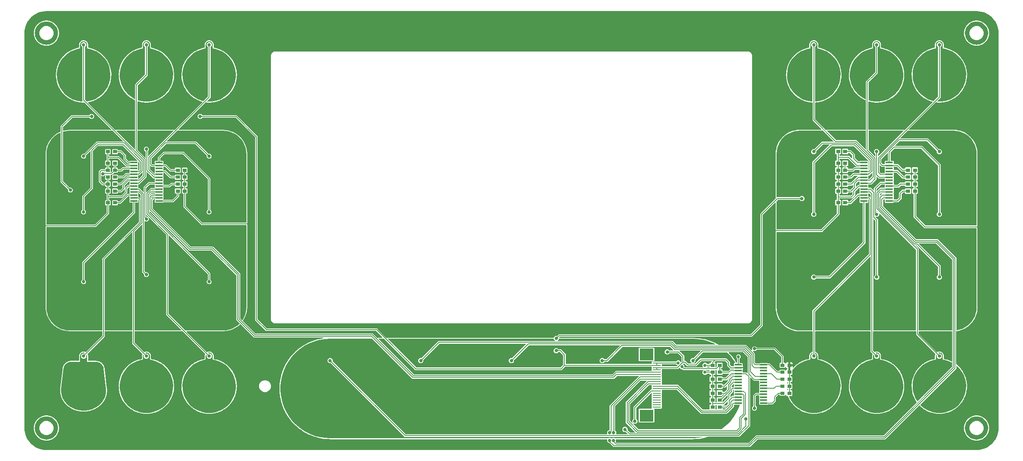
<source format=gbr>
G04 EAGLE Gerber RS-274X export*
G75*
%MOMM*%
%FSLAX34Y34*%
%LPD*%
%INBottom Copper*%
%IPPOS*%
%AMOC8*
5,1,8,0,0,1.08239X$1,22.5*%
G01*
%ADD10R,1.525000X0.400000*%
%ADD11R,0.900000X0.800000*%
%ADD12R,1.800000X0.275000*%
%ADD13R,3.000000X2.500000*%
%ADD14C,0.200000*%
%ADD15C,0.704800*%
%ADD16C,0.654800*%
%ADD17C,0.152400*%

G36*
X1000029Y-472405D02*
X1000029Y-472405D01*
X1000056Y-472408D01*
X1005252Y-472116D01*
X1005343Y-472098D01*
X1005419Y-472092D01*
X1015551Y-469780D01*
X1015674Y-469732D01*
X1015762Y-469706D01*
X1025125Y-465197D01*
X1025235Y-465123D01*
X1025315Y-465078D01*
X1033440Y-458598D01*
X1033531Y-458502D01*
X1033598Y-458440D01*
X1040078Y-450315D01*
X1040145Y-450200D01*
X1040197Y-450125D01*
X1044706Y-440762D01*
X1044746Y-440636D01*
X1044780Y-440551D01*
X1047092Y-430419D01*
X1047100Y-430326D01*
X1047116Y-430252D01*
X1047408Y-425056D01*
X1047405Y-425026D01*
X1047409Y-425000D01*
X1047409Y425000D01*
X1047405Y425029D01*
X1047408Y425056D01*
X1047116Y430252D01*
X1047098Y430343D01*
X1047092Y430419D01*
X1044780Y440551D01*
X1044732Y440674D01*
X1044706Y440762D01*
X1040197Y450125D01*
X1040123Y450235D01*
X1040078Y450315D01*
X1033598Y458440D01*
X1033502Y458531D01*
X1033440Y458598D01*
X1025315Y465078D01*
X1025200Y465145D01*
X1025125Y465197D01*
X1015762Y469706D01*
X1015636Y469746D01*
X1015551Y469780D01*
X1005419Y472092D01*
X1005326Y472100D01*
X1005252Y472116D01*
X1000056Y472408D01*
X1000026Y472405D01*
X1000000Y472409D01*
X-1000000Y472409D01*
X-1000029Y472405D01*
X-1000056Y472408D01*
X-1005252Y472116D01*
X-1005343Y472098D01*
X-1005419Y472092D01*
X-1015551Y469780D01*
X-1015674Y469732D01*
X-1015762Y469706D01*
X-1025125Y465197D01*
X-1025235Y465123D01*
X-1025315Y465078D01*
X-1033440Y458598D01*
X-1033531Y458502D01*
X-1033598Y458440D01*
X-1040078Y450315D01*
X-1040145Y450200D01*
X-1040197Y450125D01*
X-1044706Y440762D01*
X-1044746Y440635D01*
X-1044780Y440551D01*
X-1047092Y430419D01*
X-1047100Y430326D01*
X-1047116Y430252D01*
X-1047408Y425056D01*
X-1047405Y425026D01*
X-1047409Y425000D01*
X-1047409Y-425000D01*
X-1047405Y-425029D01*
X-1047408Y-425056D01*
X-1047116Y-430252D01*
X-1047098Y-430343D01*
X-1047092Y-430419D01*
X-1044780Y-440551D01*
X-1044732Y-440674D01*
X-1044706Y-440762D01*
X-1040197Y-450125D01*
X-1040123Y-450235D01*
X-1040078Y-450315D01*
X-1033598Y-458440D01*
X-1033502Y-458531D01*
X-1033440Y-458598D01*
X-1025315Y-465078D01*
X-1025200Y-465145D01*
X-1025125Y-465197D01*
X-1015762Y-469706D01*
X-1015635Y-469746D01*
X-1015551Y-469780D01*
X-1005419Y-472092D01*
X-1005326Y-472100D01*
X-1005252Y-472116D01*
X-1000056Y-472408D01*
X-1000026Y-472405D01*
X-1000000Y-472409D01*
X1000000Y-472409D01*
X1000029Y-472405D01*
G37*
%LPC*%
G36*
X218806Y-465649D02*
X218806Y-465649D01*
X210499Y-457341D01*
X210422Y-457284D01*
X210351Y-457219D01*
X210310Y-457199D01*
X210273Y-457172D01*
X210183Y-457138D01*
X210097Y-457096D01*
X210055Y-457090D01*
X210009Y-457073D01*
X209882Y-457063D01*
X209792Y-457049D01*
X208937Y-457049D01*
X205979Y-454091D01*
X205979Y-450050D01*
X205970Y-449986D01*
X205971Y-449922D01*
X205950Y-449847D01*
X205939Y-449771D01*
X205913Y-449712D01*
X205896Y-449650D01*
X205855Y-449584D01*
X205823Y-449514D01*
X205781Y-449465D01*
X205748Y-449410D01*
X205690Y-449358D01*
X205640Y-449300D01*
X205586Y-449264D01*
X205538Y-449221D01*
X205469Y-449188D01*
X205404Y-449145D01*
X205342Y-449126D01*
X205285Y-449098D01*
X205215Y-449087D01*
X205134Y-449063D01*
X205049Y-449062D01*
X204980Y-449051D01*
X-388832Y-449051D01*
X-388901Y-449061D01*
X-388970Y-449060D01*
X-389040Y-449080D01*
X-389112Y-449091D01*
X-389134Y-449101D01*
X-390029Y-449052D01*
X-390057Y-449055D01*
X-390083Y-449051D01*
X-390971Y-449051D01*
X-390975Y-449048D01*
X-391040Y-449035D01*
X-391114Y-449007D01*
X-391204Y-449000D01*
X-391277Y-448985D01*
X-400607Y-448479D01*
X-400650Y-448482D01*
X-400692Y-448478D01*
X-400789Y-448495D01*
X-400888Y-448503D01*
X-400928Y-448519D01*
X-400970Y-448526D01*
X-401004Y-448543D01*
X-401737Y-448423D01*
X-401796Y-448422D01*
X-401845Y-448412D01*
X-402581Y-448372D01*
X-402594Y-448360D01*
X-402633Y-448343D01*
X-402667Y-448319D01*
X-402749Y-448292D01*
X-402852Y-448247D01*
X-402911Y-448239D01*
X-402960Y-448223D01*
X-412274Y-446696D01*
X-412316Y-446695D01*
X-412357Y-446686D01*
X-412457Y-446692D01*
X-412556Y-446690D01*
X-412597Y-446701D01*
X-412639Y-446704D01*
X-412675Y-446717D01*
X-413391Y-446519D01*
X-413449Y-446511D01*
X-413497Y-446495D01*
X-414224Y-446376D01*
X-414236Y-446363D01*
X-414273Y-446342D01*
X-414304Y-446314D01*
X-414383Y-446279D01*
X-414480Y-446223D01*
X-414538Y-446208D01*
X-414585Y-446187D01*
X-423679Y-443662D01*
X-423721Y-443657D01*
X-423761Y-443643D01*
X-423860Y-443639D01*
X-423959Y-443626D01*
X-424001Y-443632D01*
X-424043Y-443630D01*
X-424081Y-443640D01*
X-424771Y-443365D01*
X-424827Y-443351D01*
X-424873Y-443331D01*
X-425583Y-443133D01*
X-425594Y-443120D01*
X-425628Y-443095D01*
X-425657Y-443063D01*
X-425730Y-443020D01*
X-425821Y-442953D01*
X-425877Y-442933D01*
X-425922Y-442906D01*
X-434690Y-439413D01*
X-434731Y-439403D01*
X-434769Y-439385D01*
X-434867Y-439370D01*
X-434964Y-439347D01*
X-435006Y-439349D01*
X-435048Y-439342D01*
X-435086Y-439348D01*
X-435742Y-439000D01*
X-435797Y-438980D01*
X-435841Y-438954D01*
X-436525Y-438682D01*
X-436534Y-438667D01*
X-436566Y-438638D01*
X-436591Y-438604D01*
X-436659Y-438553D01*
X-436743Y-438477D01*
X-436796Y-438450D01*
X-436837Y-438419D01*
X-445176Y-433999D01*
X-445216Y-433984D01*
X-445252Y-433962D01*
X-445348Y-433937D01*
X-445441Y-433903D01*
X-445484Y-433900D01*
X-445524Y-433889D01*
X-445563Y-433891D01*
X-446178Y-433474D01*
X-446230Y-433448D01*
X-446271Y-433418D01*
X-446922Y-433073D01*
X-446929Y-433057D01*
X-446957Y-433025D01*
X-446978Y-432989D01*
X-447041Y-432930D01*
X-447116Y-432846D01*
X-447166Y-432814D01*
X-447204Y-432778D01*
X-447453Y-432610D01*
X-453348Y-428613D01*
X-455016Y-427482D01*
X-455054Y-427463D01*
X-455087Y-427438D01*
X-455180Y-427402D01*
X-455269Y-427358D01*
X-455311Y-427351D01*
X-455350Y-427336D01*
X-455389Y-427333D01*
X-455955Y-426852D01*
X-456004Y-426821D01*
X-456041Y-426786D01*
X-456651Y-426373D01*
X-456657Y-426356D01*
X-456681Y-426322D01*
X-456698Y-426283D01*
X-456754Y-426218D01*
X-456819Y-426126D01*
X-456866Y-426089D01*
X-456900Y-426050D01*
X-464093Y-419940D01*
X-464129Y-419917D01*
X-464159Y-419888D01*
X-464248Y-419842D01*
X-464332Y-419789D01*
X-464372Y-419778D01*
X-464410Y-419758D01*
X-464448Y-419751D01*
X-464959Y-419212D01*
X-465005Y-419176D01*
X-465038Y-419137D01*
X-465599Y-418660D01*
X-465603Y-418643D01*
X-465623Y-418606D01*
X-465636Y-418566D01*
X-465685Y-418495D01*
X-465740Y-418397D01*
X-465782Y-418355D01*
X-465811Y-418312D01*
X-472302Y-411460D01*
X-472335Y-411434D01*
X-472362Y-411402D01*
X-472445Y-411347D01*
X-472523Y-411285D01*
X-472562Y-411269D01*
X-472597Y-411246D01*
X-472634Y-411234D01*
X-473084Y-410643D01*
X-473125Y-410602D01*
X-473154Y-410560D01*
X-473661Y-410026D01*
X-473663Y-410008D01*
X-473679Y-409969D01*
X-473687Y-409928D01*
X-473728Y-409852D01*
X-473772Y-409748D01*
X-473809Y-409702D01*
X-473834Y-409657D01*
X-479545Y-402143D01*
X-479575Y-402113D01*
X-479599Y-402078D01*
X-479675Y-402015D01*
X-479746Y-401945D01*
X-479783Y-401925D01*
X-479816Y-401898D01*
X-479852Y-401882D01*
X-480235Y-401246D01*
X-480271Y-401201D01*
X-480295Y-401156D01*
X-480741Y-400570D01*
X-480741Y-400552D01*
X-480753Y-400512D01*
X-480757Y-400470D01*
X-480790Y-400390D01*
X-480822Y-400282D01*
X-480854Y-400232D01*
X-480874Y-400184D01*
X-485739Y-392097D01*
X-485766Y-392064D01*
X-485786Y-392027D01*
X-485855Y-391955D01*
X-485917Y-391878D01*
X-485952Y-391854D01*
X-485981Y-391824D01*
X-486016Y-391805D01*
X-486328Y-391131D01*
X-486359Y-391082D01*
X-486378Y-391035D01*
X-486758Y-390404D01*
X-486756Y-390386D01*
X-486764Y-390345D01*
X-486763Y-390303D01*
X-486787Y-390220D01*
X-486807Y-390109D01*
X-486834Y-390056D01*
X-486848Y-390006D01*
X-490811Y-381440D01*
X-490834Y-381405D01*
X-490849Y-381366D01*
X-490910Y-381287D01*
X-490964Y-381204D01*
X-490996Y-381176D01*
X-491022Y-381143D01*
X-491054Y-381120D01*
X-491291Y-380416D01*
X-491317Y-380364D01*
X-491331Y-380316D01*
X-491641Y-379647D01*
X-491637Y-379630D01*
X-491640Y-379588D01*
X-491635Y-379546D01*
X-491649Y-379461D01*
X-491657Y-379349D01*
X-491678Y-379293D01*
X-491687Y-379242D01*
X-494700Y-370298D01*
X-494719Y-370260D01*
X-494731Y-370220D01*
X-494783Y-370135D01*
X-494827Y-370046D01*
X-494856Y-370015D01*
X-494878Y-369979D01*
X-494907Y-369953D01*
X-495067Y-369228D01*
X-495088Y-369173D01*
X-495096Y-369123D01*
X-495331Y-368425D01*
X-495326Y-368409D01*
X-495324Y-368367D01*
X-495314Y-368325D01*
X-495320Y-368240D01*
X-495316Y-368127D01*
X-495330Y-368069D01*
X-495333Y-368018D01*
X-497362Y-358800D01*
X-497377Y-358761D01*
X-497384Y-358719D01*
X-497426Y-358629D01*
X-497461Y-358536D01*
X-497487Y-358502D01*
X-497505Y-358464D01*
X-497531Y-358435D01*
X-497611Y-357697D01*
X-497626Y-357640D01*
X-497629Y-357590D01*
X-497787Y-356870D01*
X-497780Y-356854D01*
X-497774Y-356813D01*
X-497760Y-356773D01*
X-497756Y-356687D01*
X-497739Y-356575D01*
X-497748Y-356516D01*
X-497745Y-356465D01*
X-498766Y-347082D01*
X-498776Y-347041D01*
X-498778Y-346999D01*
X-498811Y-346905D01*
X-498835Y-346809D01*
X-498857Y-346773D01*
X-498871Y-346733D01*
X-498894Y-346701D01*
X-498894Y-345958D01*
X-498902Y-345901D01*
X-498900Y-345850D01*
X-498979Y-345118D01*
X-498970Y-345102D01*
X-498960Y-345062D01*
X-498941Y-345024D01*
X-498928Y-344939D01*
X-498900Y-344829D01*
X-498902Y-344770D01*
X-498894Y-344719D01*
X-498894Y-335281D01*
X-498900Y-335239D01*
X-498897Y-335197D01*
X-498920Y-335100D01*
X-498934Y-335002D01*
X-498951Y-334963D01*
X-498960Y-334922D01*
X-498980Y-334888D01*
X-498900Y-334150D01*
X-498902Y-334092D01*
X-498894Y-334042D01*
X-498894Y-333305D01*
X-498883Y-333291D01*
X-498868Y-333251D01*
X-498846Y-333215D01*
X-498824Y-333133D01*
X-498784Y-333027D01*
X-498779Y-332968D01*
X-498766Y-332918D01*
X-497745Y-323535D01*
X-497747Y-323493D01*
X-497740Y-323451D01*
X-497751Y-323353D01*
X-497755Y-323253D01*
X-497768Y-323213D01*
X-497773Y-323171D01*
X-497788Y-323135D01*
X-497629Y-322410D01*
X-497624Y-322352D01*
X-497611Y-322303D01*
X-497532Y-321571D01*
X-497520Y-321558D01*
X-497501Y-321520D01*
X-497474Y-321487D01*
X-497443Y-321407D01*
X-497392Y-321306D01*
X-497381Y-321248D01*
X-497362Y-321200D01*
X-495333Y-311982D01*
X-495330Y-311940D01*
X-495319Y-311899D01*
X-495320Y-311800D01*
X-495312Y-311701D01*
X-495321Y-311660D01*
X-495321Y-311617D01*
X-495333Y-311580D01*
X-495096Y-310877D01*
X-495085Y-310819D01*
X-495067Y-310772D01*
X-494909Y-310052D01*
X-494895Y-310041D01*
X-494872Y-310006D01*
X-494843Y-309975D01*
X-494803Y-309899D01*
X-494741Y-309805D01*
X-494724Y-309748D01*
X-494700Y-309702D01*
X-491687Y-300758D01*
X-491679Y-300716D01*
X-491663Y-300677D01*
X-491653Y-300578D01*
X-491635Y-300481D01*
X-491640Y-300439D01*
X-491635Y-300397D01*
X-491643Y-300358D01*
X-491331Y-299684D01*
X-491314Y-299629D01*
X-491291Y-299584D01*
X-491056Y-298885D01*
X-491041Y-298875D01*
X-491015Y-298843D01*
X-490982Y-298816D01*
X-490934Y-298745D01*
X-490863Y-298657D01*
X-490839Y-298602D01*
X-490811Y-298560D01*
X-490073Y-296965D01*
X-488686Y-293967D01*
X-487299Y-290970D01*
X-486848Y-289994D01*
X-486836Y-289953D01*
X-486816Y-289916D01*
X-486795Y-289819D01*
X-486767Y-289724D01*
X-486766Y-289682D01*
X-486758Y-289640D01*
X-486761Y-289601D01*
X-486378Y-288965D01*
X-486356Y-288911D01*
X-486328Y-288869D01*
X-486018Y-288200D01*
X-486003Y-288192D01*
X-485972Y-288162D01*
X-485937Y-288139D01*
X-485882Y-288074D01*
X-485801Y-287994D01*
X-485772Y-287942D01*
X-485739Y-287903D01*
X-480874Y-279816D01*
X-480857Y-279777D01*
X-480833Y-279742D01*
X-480802Y-279648D01*
X-480764Y-279556D01*
X-480759Y-279514D01*
X-480746Y-279474D01*
X-480745Y-279435D01*
X-480295Y-278844D01*
X-480267Y-278793D01*
X-480235Y-278754D01*
X-479855Y-278123D01*
X-479838Y-278116D01*
X-479805Y-278090D01*
X-479768Y-278071D01*
X-479706Y-278011D01*
X-479617Y-277941D01*
X-479583Y-277893D01*
X-479545Y-277857D01*
X-473834Y-270343D01*
X-473813Y-270307D01*
X-473786Y-270274D01*
X-473745Y-270184D01*
X-473696Y-270097D01*
X-473687Y-270056D01*
X-473670Y-270017D01*
X-473665Y-269979D01*
X-473154Y-269440D01*
X-473120Y-269392D01*
X-473084Y-269357D01*
X-472638Y-268770D01*
X-472621Y-268766D01*
X-472585Y-268743D01*
X-472546Y-268728D01*
X-472478Y-268676D01*
X-472382Y-268616D01*
X-472343Y-268571D01*
X-472302Y-268540D01*
X-465811Y-261688D01*
X-465787Y-261653D01*
X-465756Y-261624D01*
X-465706Y-261539D01*
X-465648Y-261458D01*
X-465634Y-261418D01*
X-465613Y-261381D01*
X-465604Y-261343D01*
X-465037Y-260863D01*
X-464999Y-260819D01*
X-464959Y-260788D01*
X-464452Y-260253D01*
X-464435Y-260250D01*
X-464397Y-260232D01*
X-464356Y-260221D01*
X-464283Y-260176D01*
X-464181Y-260127D01*
X-464137Y-260087D01*
X-464093Y-260060D01*
X-456900Y-253950D01*
X-456872Y-253919D01*
X-456838Y-253893D01*
X-456779Y-253814D01*
X-456713Y-253739D01*
X-456695Y-253701D01*
X-456669Y-253667D01*
X-456656Y-253630D01*
X-456041Y-253214D01*
X-455998Y-253174D01*
X-455955Y-253148D01*
X-455394Y-252671D01*
X-455376Y-252670D01*
X-455336Y-252656D01*
X-455294Y-252650D01*
X-455217Y-252613D01*
X-455110Y-252575D01*
X-455062Y-252540D01*
X-455016Y-252518D01*
X-447204Y-247222D01*
X-447173Y-247193D01*
X-447136Y-247172D01*
X-447069Y-247099D01*
X-446995Y-247032D01*
X-446973Y-246996D01*
X-446944Y-246965D01*
X-446927Y-246930D01*
X-446271Y-246582D01*
X-446224Y-246548D01*
X-446178Y-246526D01*
X-445568Y-246113D01*
X-445551Y-246113D01*
X-445510Y-246104D01*
X-445467Y-246102D01*
X-445386Y-246074D01*
X-445276Y-246048D01*
X-445225Y-246018D01*
X-445176Y-246001D01*
X-436837Y-241581D01*
X-436803Y-241556D01*
X-436765Y-241538D01*
X-436690Y-241473D01*
X-436609Y-241415D01*
X-436584Y-241381D01*
X-436552Y-241354D01*
X-436531Y-241320D01*
X-435841Y-241046D01*
X-435790Y-241017D01*
X-435743Y-241000D01*
X-435092Y-240655D01*
X-435074Y-240658D01*
X-435032Y-240652D01*
X-434990Y-240655D01*
X-434906Y-240636D01*
X-434794Y-240622D01*
X-434740Y-240598D01*
X-434690Y-240587D01*
X-425922Y-237094D01*
X-425885Y-237072D01*
X-425845Y-237059D01*
X-425764Y-237003D01*
X-425677Y-236953D01*
X-425648Y-236923D01*
X-425613Y-236899D01*
X-425589Y-236868D01*
X-424873Y-236669D01*
X-424820Y-236646D01*
X-424771Y-236635D01*
X-424086Y-236362D01*
X-424069Y-236367D01*
X-424027Y-236366D01*
X-423985Y-236374D01*
X-423900Y-236364D01*
X-423787Y-236361D01*
X-423730Y-236344D01*
X-423679Y-236338D01*
X-414585Y-233813D01*
X-414547Y-233796D01*
X-414505Y-233787D01*
X-414418Y-233740D01*
X-414327Y-233700D01*
X-414294Y-233673D01*
X-414257Y-233653D01*
X-414230Y-233625D01*
X-413497Y-233505D01*
X-413441Y-233487D01*
X-413391Y-233481D01*
X-412681Y-233284D01*
X-412665Y-233291D01*
X-412623Y-233294D01*
X-412582Y-233306D01*
X-412496Y-233306D01*
X-412384Y-233316D01*
X-412325Y-233305D01*
X-412274Y-233304D01*
X-405137Y-232134D01*
X-405079Y-232116D01*
X-405019Y-232107D01*
X-404945Y-232074D01*
X-404868Y-232050D01*
X-404817Y-232016D01*
X-404762Y-231991D01*
X-404700Y-231938D01*
X-404633Y-231893D01*
X-404594Y-231847D01*
X-404548Y-231808D01*
X-404503Y-231740D01*
X-404451Y-231678D01*
X-404427Y-231623D01*
X-404393Y-231572D01*
X-404370Y-231494D01*
X-404337Y-231420D01*
X-404329Y-231360D01*
X-404311Y-231302D01*
X-404310Y-231221D01*
X-404299Y-231140D01*
X-404308Y-231081D01*
X-404307Y-231020D01*
X-404329Y-230942D01*
X-404341Y-230861D01*
X-404366Y-230807D01*
X-404382Y-230748D01*
X-404425Y-230679D01*
X-404459Y-230605D01*
X-404499Y-230560D01*
X-404531Y-230508D01*
X-404591Y-230454D01*
X-404644Y-230393D01*
X-404695Y-230360D01*
X-404740Y-230319D01*
X-404813Y-230284D01*
X-404881Y-230240D01*
X-404939Y-230223D01*
X-404994Y-230196D01*
X-405066Y-230185D01*
X-405152Y-230160D01*
X-405225Y-230160D01*
X-405298Y-230149D01*
X-553982Y-230149D01*
X-582368Y-201762D01*
X-582445Y-201704D01*
X-582517Y-201639D01*
X-582558Y-201620D01*
X-582594Y-201593D01*
X-582684Y-201559D01*
X-582771Y-201517D01*
X-582816Y-201509D01*
X-582857Y-201493D01*
X-582954Y-201486D01*
X-583049Y-201470D01*
X-583094Y-201475D01*
X-583139Y-201472D01*
X-583233Y-201491D01*
X-583330Y-201503D01*
X-583371Y-201520D01*
X-583415Y-201529D01*
X-583500Y-201575D01*
X-583589Y-201612D01*
X-583622Y-201639D01*
X-583664Y-201662D01*
X-583756Y-201752D01*
X-583826Y-201810D01*
X-583925Y-201923D01*
X-583946Y-201928D01*
X-583973Y-201942D01*
X-584003Y-201950D01*
X-584080Y-201999D01*
X-584195Y-202060D01*
X-584228Y-202093D01*
X-584263Y-202115D01*
X-587867Y-205275D01*
X-587887Y-205299D01*
X-587912Y-205318D01*
X-587978Y-205406D01*
X-588050Y-205490D01*
X-588063Y-205518D01*
X-588082Y-205542D01*
X-588097Y-205582D01*
X-588547Y-205883D01*
X-588600Y-205931D01*
X-588651Y-205963D01*
X-589053Y-206316D01*
X-589074Y-206318D01*
X-589103Y-206328D01*
X-589134Y-206333D01*
X-589216Y-206371D01*
X-589338Y-206417D01*
X-589376Y-206445D01*
X-589414Y-206462D01*
X-593399Y-209125D01*
X-593422Y-209146D01*
X-593449Y-209161D01*
X-593526Y-209240D01*
X-593609Y-209313D01*
X-593625Y-209340D01*
X-593647Y-209362D01*
X-593667Y-209400D01*
X-594152Y-209639D01*
X-594211Y-209679D01*
X-594265Y-209704D01*
X-594711Y-210002D01*
X-594732Y-210001D01*
X-594762Y-210008D01*
X-594793Y-210008D01*
X-594880Y-210035D01*
X-595007Y-210065D01*
X-595048Y-210088D01*
X-595087Y-210100D01*
X-599386Y-212220D01*
X-599411Y-212237D01*
X-599440Y-212249D01*
X-599527Y-212317D01*
X-599619Y-212379D01*
X-599638Y-212403D01*
X-599663Y-212422D01*
X-599687Y-212457D01*
X-600200Y-212631D01*
X-600263Y-212663D01*
X-600321Y-212681D01*
X-600801Y-212918D01*
X-600822Y-212914D01*
X-600853Y-212917D01*
X-600883Y-212913D01*
X-600973Y-212929D01*
X-601102Y-212941D01*
X-601146Y-212959D01*
X-601187Y-212966D01*
X-605726Y-214507D01*
X-605753Y-214521D01*
X-605783Y-214528D01*
X-605879Y-214584D01*
X-605977Y-214634D01*
X-606000Y-214655D01*
X-606026Y-214671D01*
X-606055Y-214702D01*
X-606586Y-214808D01*
X-606653Y-214831D01*
X-606712Y-214842D01*
X-607220Y-215014D01*
X-607240Y-215007D01*
X-607271Y-215006D01*
X-607301Y-214998D01*
X-607392Y-215002D01*
X-607522Y-214998D01*
X-607567Y-215009D01*
X-607609Y-215011D01*
X-612310Y-215946D01*
X-612339Y-215957D01*
X-612370Y-215960D01*
X-612471Y-216003D01*
X-612576Y-216040D01*
X-612601Y-216058D01*
X-612629Y-216070D01*
X-612662Y-216097D01*
X-613202Y-216133D01*
X-613272Y-216147D01*
X-613332Y-216150D01*
X-613857Y-216254D01*
X-613876Y-216245D01*
X-613907Y-216240D01*
X-613936Y-216228D01*
X-614026Y-216220D01*
X-614154Y-216199D01*
X-614201Y-216204D01*
X-614243Y-216201D01*
X-618930Y-216508D01*
X-618992Y-216521D01*
X-619056Y-216524D01*
X-619130Y-216550D01*
X-619206Y-216566D01*
X-619223Y-216575D01*
X-619916Y-216575D01*
X-619950Y-216580D01*
X-619981Y-216577D01*
X-620667Y-216622D01*
X-620734Y-216611D01*
X-620816Y-216587D01*
X-620900Y-216586D01*
X-620969Y-216575D01*
X-697442Y-216575D01*
X-697474Y-216579D01*
X-697506Y-216577D01*
X-697613Y-216599D01*
X-697722Y-216615D01*
X-697751Y-216628D01*
X-697783Y-216634D01*
X-697879Y-216686D01*
X-697979Y-216731D01*
X-698003Y-216752D01*
X-698031Y-216767D01*
X-698110Y-216843D01*
X-698193Y-216914D01*
X-698210Y-216941D01*
X-698234Y-216964D01*
X-698287Y-217059D01*
X-698347Y-217150D01*
X-698357Y-217181D01*
X-698373Y-217209D01*
X-698398Y-217316D01*
X-698430Y-217420D01*
X-698430Y-217452D01*
X-698438Y-217483D01*
X-698432Y-217593D01*
X-698433Y-217702D01*
X-698425Y-217733D01*
X-698423Y-217765D01*
X-698387Y-217868D01*
X-698358Y-217974D01*
X-698341Y-218001D01*
X-698331Y-218032D01*
X-698277Y-218105D01*
X-698210Y-218214D01*
X-698187Y-218234D01*
X-698184Y-218240D01*
X-698168Y-218254D01*
X-698149Y-218281D01*
X-655344Y-261086D01*
X-655242Y-261162D01*
X-655143Y-261241D01*
X-655130Y-261246D01*
X-655118Y-261255D01*
X-654999Y-261300D01*
X-654882Y-261348D01*
X-654868Y-261350D01*
X-654854Y-261355D01*
X-654728Y-261364D01*
X-654602Y-261378D01*
X-654587Y-261375D01*
X-654573Y-261376D01*
X-654449Y-261351D01*
X-654324Y-261328D01*
X-654312Y-261322D01*
X-654297Y-261319D01*
X-654296Y-261319D01*
X-654187Y-261321D01*
X-654184Y-261320D01*
X-654180Y-261320D01*
X-654048Y-261284D01*
X-653915Y-261248D01*
X-653912Y-261246D01*
X-653908Y-261246D01*
X-653791Y-261173D01*
X-653674Y-261102D01*
X-653671Y-261100D01*
X-653668Y-261098D01*
X-653623Y-261048D01*
X-653058Y-260928D01*
X-652944Y-260886D01*
X-652859Y-260863D01*
X-652335Y-260630D01*
X-652291Y-260640D01*
X-652288Y-260640D01*
X-652284Y-260641D01*
X-652147Y-260633D01*
X-652010Y-260626D01*
X-652006Y-260624D01*
X-652003Y-260624D01*
X-651872Y-260578D01*
X-651743Y-260533D01*
X-651741Y-260531D01*
X-651737Y-260530D01*
X-651682Y-260490D01*
X-651104Y-260490D01*
X-650985Y-260473D01*
X-650897Y-260469D01*
X-650335Y-260349D01*
X-650295Y-260368D01*
X-650292Y-260369D01*
X-650288Y-260370D01*
X-650151Y-260391D01*
X-650017Y-260413D01*
X-650013Y-260412D01*
X-650010Y-260413D01*
X-649872Y-260395D01*
X-649737Y-260378D01*
X-649734Y-260376D01*
X-649730Y-260376D01*
X-649668Y-260348D01*
X-649103Y-260469D01*
X-648983Y-260477D01*
X-648896Y-260490D01*
X-648322Y-260490D01*
X-648286Y-260517D01*
X-648283Y-260518D01*
X-648280Y-260521D01*
X-648151Y-260569D01*
X-648023Y-260619D01*
X-648020Y-260619D01*
X-648016Y-260620D01*
X-647880Y-260631D01*
X-647742Y-260642D01*
X-647739Y-260642D01*
X-647735Y-260642D01*
X-647669Y-260628D01*
X-647141Y-260863D01*
X-647025Y-260896D01*
X-646942Y-260928D01*
X-646381Y-261047D01*
X-646352Y-261081D01*
X-646349Y-261083D01*
X-646347Y-261085D01*
X-646230Y-261160D01*
X-646116Y-261235D01*
X-646112Y-261236D01*
X-646109Y-261238D01*
X-645975Y-261277D01*
X-645846Y-261316D01*
X-645843Y-261316D01*
X-645839Y-261317D01*
X-645771Y-261318D01*
X-645304Y-261657D01*
X-645197Y-261714D01*
X-645123Y-261762D01*
X-644599Y-261995D01*
X-644578Y-262034D01*
X-644575Y-262037D01*
X-644573Y-262040D01*
X-644476Y-262136D01*
X-644378Y-262234D01*
X-644375Y-262236D01*
X-644373Y-262238D01*
X-644252Y-262303D01*
X-644131Y-262370D01*
X-644128Y-262371D01*
X-644125Y-262372D01*
X-644059Y-262387D01*
X-643672Y-262816D01*
X-643580Y-262893D01*
X-643517Y-262956D01*
X-643053Y-263293D01*
X-643040Y-263336D01*
X-643038Y-263339D01*
X-643037Y-263342D01*
X-642961Y-263457D01*
X-642886Y-263572D01*
X-642884Y-263575D01*
X-642882Y-263578D01*
X-642776Y-263668D01*
X-642673Y-263757D01*
X-642670Y-263758D01*
X-642667Y-263761D01*
X-642606Y-263788D01*
X-642317Y-264289D01*
X-642242Y-264384D01*
X-642194Y-264458D01*
X-641810Y-264884D01*
X-641806Y-264928D01*
X-641805Y-264932D01*
X-641805Y-264935D01*
X-641755Y-265063D01*
X-641706Y-265192D01*
X-641703Y-265195D01*
X-641702Y-265198D01*
X-641619Y-265306D01*
X-641535Y-265417D01*
X-641532Y-265419D01*
X-641530Y-265422D01*
X-641476Y-265461D01*
X-641297Y-266011D01*
X-641244Y-266119D01*
X-641212Y-266202D01*
X-640925Y-266699D01*
X-640931Y-266743D01*
X-640930Y-266746D01*
X-640931Y-266750D01*
X-640908Y-266885D01*
X-640887Y-267021D01*
X-640886Y-267025D01*
X-640885Y-267028D01*
X-640825Y-267153D01*
X-640767Y-267277D01*
X-640765Y-267279D01*
X-640763Y-267283D01*
X-640718Y-267333D01*
X-640658Y-267907D01*
X-640629Y-268024D01*
X-640614Y-268112D01*
X-640432Y-268673D01*
X-640437Y-268770D01*
X-640449Y-268851D01*
X-640449Y-269840D01*
X-640441Y-269896D01*
X-640444Y-269945D01*
X-640366Y-270684D01*
X-640371Y-270693D01*
X-640383Y-270736D01*
X-640402Y-270775D01*
X-640415Y-270859D01*
X-640443Y-270966D01*
X-640441Y-271027D01*
X-640449Y-271080D01*
X-640449Y-275484D01*
X-640434Y-275591D01*
X-640426Y-275699D01*
X-640414Y-275731D01*
X-640409Y-275764D01*
X-640365Y-275862D01*
X-640327Y-275963D01*
X-640307Y-275990D01*
X-640293Y-276021D01*
X-640223Y-276103D01*
X-640158Y-276189D01*
X-640132Y-276209D01*
X-640110Y-276235D01*
X-640019Y-276294D01*
X-639933Y-276359D01*
X-639904Y-276370D01*
X-639874Y-276389D01*
X-639729Y-276433D01*
X-639644Y-276465D01*
X-635901Y-277203D01*
X-635869Y-277205D01*
X-635838Y-277214D01*
X-635728Y-277213D01*
X-635619Y-277218D01*
X-635588Y-277211D01*
X-635556Y-277211D01*
X-635480Y-277187D01*
X-634813Y-277410D01*
X-634744Y-277422D01*
X-634689Y-277443D01*
X-634003Y-277578D01*
X-633965Y-277621D01*
X-633938Y-277638D01*
X-633914Y-277660D01*
X-633834Y-277702D01*
X-633725Y-277769D01*
X-633679Y-277782D01*
X-633641Y-277802D01*
X-628632Y-279478D01*
X-628600Y-279484D01*
X-628571Y-279497D01*
X-628463Y-279510D01*
X-628355Y-279529D01*
X-628323Y-279526D01*
X-628291Y-279530D01*
X-628212Y-279516D01*
X-627579Y-279822D01*
X-627513Y-279843D01*
X-627461Y-279871D01*
X-626798Y-280092D01*
X-626765Y-280140D01*
X-626740Y-280160D01*
X-626720Y-280186D01*
X-626646Y-280237D01*
X-626547Y-280318D01*
X-626502Y-280337D01*
X-626467Y-280361D01*
X-621714Y-282664D01*
X-621683Y-282673D01*
X-621655Y-282690D01*
X-621549Y-282716D01*
X-621445Y-282749D01*
X-621413Y-282750D01*
X-621382Y-282758D01*
X-621302Y-282754D01*
X-620713Y-283139D01*
X-620650Y-283169D01*
X-620602Y-283202D01*
X-619973Y-283507D01*
X-619947Y-283558D01*
X-619925Y-283581D01*
X-619908Y-283609D01*
X-619841Y-283670D01*
X-619753Y-283763D01*
X-619711Y-283787D01*
X-619679Y-283816D01*
X-615259Y-286707D01*
X-615230Y-286720D01*
X-615204Y-286740D01*
X-615103Y-286780D01*
X-615004Y-286826D01*
X-614972Y-286831D01*
X-614942Y-286843D01*
X-614862Y-286849D01*
X-614327Y-287306D01*
X-614276Y-287339D01*
X-614233Y-287377D01*
X-614229Y-287380D01*
X-614225Y-287383D01*
X-613640Y-287765D01*
X-613621Y-287819D01*
X-613602Y-287846D01*
X-613589Y-287875D01*
X-613530Y-287944D01*
X-613454Y-288047D01*
X-613416Y-288077D01*
X-613388Y-288109D01*
X-609374Y-291541D01*
X-609346Y-291559D01*
X-609324Y-291581D01*
X-609228Y-291634D01*
X-609136Y-291692D01*
X-609105Y-291701D01*
X-609076Y-291717D01*
X-608998Y-291733D01*
X-608526Y-292255D01*
X-608473Y-292299D01*
X-608435Y-292344D01*
X-607904Y-292798D01*
X-607891Y-292854D01*
X-607875Y-292883D01*
X-607866Y-292914D01*
X-607817Y-292989D01*
X-607755Y-293101D01*
X-607721Y-293136D01*
X-607697Y-293171D01*
X-604154Y-297088D01*
X-604129Y-297109D01*
X-604110Y-297134D01*
X-604021Y-297199D01*
X-603937Y-297268D01*
X-603908Y-297281D01*
X-603882Y-297300D01*
X-603806Y-297326D01*
X-603405Y-297904D01*
X-603358Y-297955D01*
X-603325Y-298004D01*
X-602857Y-298522D01*
X-602851Y-298580D01*
X-602840Y-298610D01*
X-602835Y-298642D01*
X-602795Y-298723D01*
X-602748Y-298842D01*
X-602719Y-298881D01*
X-602700Y-298919D01*
X-599686Y-303256D01*
X-599664Y-303280D01*
X-599648Y-303308D01*
X-599569Y-303383D01*
X-599494Y-303463D01*
X-599467Y-303480D01*
X-599443Y-303502D01*
X-599372Y-303537D01*
X-599047Y-304162D01*
X-599007Y-304218D01*
X-598981Y-304271D01*
X-598583Y-304845D01*
X-598585Y-304902D01*
X-598577Y-304934D01*
X-598576Y-304966D01*
X-598547Y-305052D01*
X-598516Y-305176D01*
X-598491Y-305218D01*
X-598478Y-305258D01*
X-596043Y-309945D01*
X-596024Y-309971D01*
X-596012Y-310001D01*
X-595943Y-310085D01*
X-595879Y-310174D01*
X-595854Y-310194D01*
X-595833Y-310219D01*
X-595767Y-310264D01*
X-595525Y-310924D01*
X-595492Y-310985D01*
X-595474Y-311042D01*
X-595152Y-311661D01*
X-595161Y-311718D01*
X-595157Y-311750D01*
X-595160Y-311782D01*
X-595143Y-311871D01*
X-595128Y-311998D01*
X-595109Y-312043D01*
X-595100Y-312085D01*
X-593285Y-317044D01*
X-593269Y-317073D01*
X-593260Y-317104D01*
X-593203Y-317196D01*
X-593151Y-317293D01*
X-593128Y-317316D01*
X-593111Y-317343D01*
X-593051Y-317396D01*
X-592896Y-318082D01*
X-592871Y-318147D01*
X-592860Y-318205D01*
X-592619Y-318861D01*
X-592636Y-318916D01*
X-592636Y-318948D01*
X-592644Y-318979D01*
X-592638Y-319070D01*
X-592639Y-319198D01*
X-592626Y-319244D01*
X-592623Y-319287D01*
X-591456Y-324438D01*
X-591444Y-324468D01*
X-591439Y-324500D01*
X-591394Y-324599D01*
X-591355Y-324701D01*
X-591335Y-324727D01*
X-591322Y-324757D01*
X-591269Y-324816D01*
X-591203Y-325517D01*
X-591186Y-325584D01*
X-591182Y-325643D01*
X-591028Y-326324D01*
X-591051Y-326377D01*
X-591056Y-326409D01*
X-591067Y-326439D01*
X-591073Y-326530D01*
X-591090Y-326656D01*
X-591083Y-326704D01*
X-591086Y-326747D01*
X-590586Y-332004D01*
X-590578Y-332036D01*
X-590578Y-332068D01*
X-590546Y-332173D01*
X-590520Y-332279D01*
X-590504Y-332307D01*
X-590494Y-332338D01*
X-590450Y-332404D01*
X-590473Y-333107D01*
X-590466Y-333176D01*
X-590469Y-333235D01*
X-590403Y-333930D01*
X-590433Y-333979D01*
X-590442Y-334010D01*
X-590457Y-334039D01*
X-590474Y-334128D01*
X-590507Y-334251D01*
X-590506Y-334300D01*
X-590514Y-334342D01*
X-590691Y-339620D01*
X-590687Y-339652D01*
X-590691Y-339685D01*
X-590672Y-339792D01*
X-590660Y-339901D01*
X-590648Y-339931D01*
X-590642Y-339962D01*
X-590606Y-340033D01*
X-590719Y-340728D01*
X-590721Y-340797D01*
X-590732Y-340855D01*
X-590755Y-341553D01*
X-590791Y-341598D01*
X-590804Y-341628D01*
X-590822Y-341655D01*
X-590850Y-341741D01*
X-590899Y-341859D01*
X-590905Y-341907D01*
X-590918Y-341948D01*
X-591767Y-347160D01*
X-591768Y-347193D01*
X-591776Y-347224D01*
X-591771Y-347333D01*
X-591773Y-347442D01*
X-591764Y-347473D01*
X-591763Y-347506D01*
X-591736Y-347581D01*
X-591937Y-348255D01*
X-591947Y-348320D01*
X-591956Y-348348D01*
X-591966Y-348380D01*
X-592078Y-349069D01*
X-592120Y-349109D01*
X-592136Y-349137D01*
X-592158Y-349161D01*
X-592197Y-349243D01*
X-592260Y-349354D01*
X-592272Y-349401D01*
X-592290Y-349439D01*
X-593799Y-354501D01*
X-593803Y-354533D01*
X-593815Y-354563D01*
X-593824Y-354672D01*
X-593840Y-354780D01*
X-593836Y-354812D01*
X-593838Y-354844D01*
X-593822Y-354922D01*
X-594107Y-355565D01*
X-594126Y-355632D01*
X-594151Y-355685D01*
X-594351Y-356355D01*
X-594397Y-356389D01*
X-594417Y-356414D01*
X-594441Y-356435D01*
X-594490Y-356511D01*
X-594568Y-356613D01*
X-594585Y-356659D01*
X-594608Y-356694D01*
X-596751Y-361522D01*
X-596760Y-361553D01*
X-596775Y-361581D01*
X-596798Y-361688D01*
X-596828Y-361793D01*
X-596828Y-361825D01*
X-596834Y-361857D01*
X-596828Y-361936D01*
X-597193Y-362538D01*
X-597220Y-362601D01*
X-597252Y-362651D01*
X-597536Y-363290D01*
X-597586Y-363318D01*
X-597609Y-363341D01*
X-597636Y-363358D01*
X-597694Y-363427D01*
X-597784Y-363518D01*
X-597807Y-363561D01*
X-597835Y-363594D01*
X-600576Y-368108D01*
X-600589Y-368138D01*
X-600608Y-368164D01*
X-600644Y-368267D01*
X-600687Y-368367D01*
X-600691Y-368399D01*
X-600702Y-368430D01*
X-600705Y-368509D01*
X-601145Y-369059D01*
X-601180Y-369119D01*
X-601218Y-369164D01*
X-601581Y-369761D01*
X-601634Y-369782D01*
X-601659Y-369802D01*
X-601689Y-369816D01*
X-601755Y-369878D01*
X-601856Y-369956D01*
X-601884Y-369996D01*
X-601916Y-370025D01*
X-605212Y-374151D01*
X-605228Y-374179D01*
X-605250Y-374203D01*
X-605300Y-374300D01*
X-605355Y-374394D01*
X-605363Y-374426D01*
X-605378Y-374454D01*
X-605391Y-374533D01*
X-605897Y-375022D01*
X-605939Y-375077D01*
X-605983Y-375117D01*
X-606419Y-375663D01*
X-606475Y-375677D01*
X-606502Y-375693D01*
X-606533Y-375704D01*
X-606607Y-375756D01*
X-606717Y-375821D01*
X-606750Y-375857D01*
X-606785Y-375881D01*
X-610581Y-379553D01*
X-610601Y-379578D01*
X-610626Y-379599D01*
X-610687Y-379689D01*
X-610754Y-379776D01*
X-610766Y-379806D01*
X-610785Y-379832D01*
X-610808Y-379908D01*
X-611372Y-380329D01*
X-611421Y-380378D01*
X-611470Y-380412D01*
X-611972Y-380898D01*
X-612029Y-380905D01*
X-612058Y-380918D01*
X-612090Y-380924D01*
X-612171Y-380966D01*
X-612288Y-381017D01*
X-612325Y-381048D01*
X-612363Y-381068D01*
X-616597Y-384224D01*
X-616620Y-384247D01*
X-616648Y-384264D01*
X-616720Y-384346D01*
X-616797Y-384423D01*
X-616813Y-384451D01*
X-616834Y-384475D01*
X-616867Y-384548D01*
X-617481Y-384893D01*
X-617536Y-384935D01*
X-617588Y-384963D01*
X-618148Y-385380D01*
X-618206Y-385380D01*
X-618237Y-385389D01*
X-618269Y-385391D01*
X-618354Y-385423D01*
X-618477Y-385458D01*
X-618518Y-385484D01*
X-618558Y-385499D01*
X-623161Y-388088D01*
X-623186Y-388108D01*
X-623216Y-388122D01*
X-623298Y-388194D01*
X-623384Y-388260D01*
X-623404Y-388286D01*
X-623428Y-388307D01*
X-623470Y-388375D01*
X-624122Y-388639D01*
X-624182Y-388674D01*
X-624237Y-388694D01*
X-624846Y-389037D01*
X-624903Y-389029D01*
X-624935Y-389034D01*
X-624968Y-389032D01*
X-625056Y-389053D01*
X-625182Y-389072D01*
X-625226Y-389093D01*
X-625268Y-389102D01*
X-630164Y-391083D01*
X-630192Y-391099D01*
X-630223Y-391109D01*
X-630314Y-391169D01*
X-630408Y-391224D01*
X-630430Y-391248D01*
X-630457Y-391266D01*
X-630507Y-391327D01*
X-631188Y-391506D01*
X-631196Y-391509D01*
X-631203Y-391510D01*
X-631253Y-391533D01*
X-631309Y-391546D01*
X-631957Y-391808D01*
X-632012Y-391793D01*
X-632045Y-391794D01*
X-632077Y-391788D01*
X-632166Y-391797D01*
X-632294Y-391800D01*
X-632341Y-391814D01*
X-632383Y-391819D01*
X-637492Y-393157D01*
X-637522Y-393170D01*
X-637554Y-393176D01*
X-637652Y-393224D01*
X-637752Y-393267D01*
X-637777Y-393287D01*
X-637806Y-393301D01*
X-637864Y-393356D01*
X-638562Y-393446D01*
X-638629Y-393465D01*
X-638688Y-393470D01*
X-639363Y-393648D01*
X-639417Y-393626D01*
X-639449Y-393622D01*
X-639479Y-393612D01*
X-639570Y-393610D01*
X-639697Y-393596D01*
X-639745Y-393605D01*
X-639788Y-393604D01*
X-645026Y-394279D01*
X-645057Y-394287D01*
X-645089Y-394289D01*
X-645192Y-394325D01*
X-645298Y-394354D01*
X-645325Y-394371D01*
X-645356Y-394381D01*
X-645420Y-394428D01*
X-646124Y-394428D01*
X-646192Y-394438D01*
X-646251Y-394437D01*
X-646944Y-394526D01*
X-646994Y-394498D01*
X-647026Y-394490D01*
X-647055Y-394476D01*
X-647144Y-394462D01*
X-647269Y-394433D01*
X-647317Y-394435D01*
X-647359Y-394428D01*
X-652641Y-394428D01*
X-652673Y-394433D01*
X-652705Y-394430D01*
X-652812Y-394453D01*
X-652920Y-394468D01*
X-652949Y-394482D01*
X-652981Y-394488D01*
X-653051Y-394527D01*
X-653749Y-394437D01*
X-653818Y-394438D01*
X-653876Y-394428D01*
X-654575Y-394428D01*
X-654621Y-394394D01*
X-654651Y-394383D01*
X-654678Y-394365D01*
X-654765Y-394340D01*
X-654885Y-394294D01*
X-654933Y-394291D01*
X-654974Y-394279D01*
X-660212Y-393604D01*
X-660245Y-393604D01*
X-660276Y-393598D01*
X-660385Y-393606D01*
X-660494Y-393608D01*
X-660525Y-393617D01*
X-660558Y-393620D01*
X-660632Y-393649D01*
X-661312Y-393470D01*
X-661381Y-393463D01*
X-661438Y-393446D01*
X-662131Y-393357D01*
X-662172Y-393317D01*
X-662201Y-393302D01*
X-662225Y-393280D01*
X-662308Y-393244D01*
X-662421Y-393184D01*
X-662469Y-393174D01*
X-662508Y-393157D01*
X-667617Y-391819D01*
X-667649Y-391815D01*
X-667679Y-391804D01*
X-667789Y-391799D01*
X-667897Y-391787D01*
X-667929Y-391792D01*
X-667961Y-391790D01*
X-668038Y-391810D01*
X-668691Y-391546D01*
X-668738Y-391534D01*
X-668772Y-391518D01*
X-668792Y-391515D01*
X-668812Y-391506D01*
X-669488Y-391329D01*
X-669523Y-391284D01*
X-669550Y-391265D01*
X-669572Y-391241D01*
X-669649Y-391194D01*
X-669753Y-391120D01*
X-669799Y-391105D01*
X-669836Y-391083D01*
X-674732Y-389102D01*
X-674764Y-389094D01*
X-674793Y-389080D01*
X-674900Y-389061D01*
X-675006Y-389034D01*
X-675038Y-389036D01*
X-675070Y-389030D01*
X-675149Y-389039D01*
X-675763Y-388694D01*
X-675827Y-388669D01*
X-675878Y-388639D01*
X-676525Y-388377D01*
X-676555Y-388328D01*
X-676579Y-388306D01*
X-676597Y-388279D01*
X-676668Y-388223D01*
X-676762Y-388137D01*
X-676806Y-388115D01*
X-676839Y-388088D01*
X-681442Y-385499D01*
X-681472Y-385487D01*
X-681499Y-385469D01*
X-681603Y-385436D01*
X-681705Y-385397D01*
X-681737Y-385394D01*
X-681768Y-385384D01*
X-681848Y-385383D01*
X-682412Y-384963D01*
X-682473Y-384930D01*
X-682519Y-384893D01*
X-683128Y-384550D01*
X-683151Y-384498D01*
X-683172Y-384473D01*
X-683187Y-384444D01*
X-683250Y-384380D01*
X-683332Y-384282D01*
X-683373Y-384255D01*
X-683403Y-384224D01*
X-687637Y-381068D01*
X-687665Y-381052D01*
X-687690Y-381031D01*
X-687789Y-380985D01*
X-687885Y-380933D01*
X-687916Y-380926D01*
X-687946Y-380912D01*
X-688025Y-380901D01*
X-688530Y-380412D01*
X-688586Y-380371D01*
X-688628Y-380329D01*
X-689188Y-379912D01*
X-689204Y-379856D01*
X-689222Y-379829D01*
X-689233Y-379799D01*
X-689287Y-379726D01*
X-689356Y-379619D01*
X-689393Y-379587D01*
X-689419Y-379553D01*
X-693215Y-375881D01*
X-693241Y-375862D01*
X-693263Y-375838D01*
X-693355Y-375780D01*
X-693443Y-375716D01*
X-693474Y-375705D01*
X-693501Y-375687D01*
X-693578Y-375667D01*
X-694017Y-375117D01*
X-694067Y-375069D01*
X-694103Y-375022D01*
X-694605Y-374536D01*
X-694614Y-374480D01*
X-694628Y-374450D01*
X-694635Y-374419D01*
X-694680Y-374340D01*
X-694735Y-374225D01*
X-694767Y-374188D01*
X-694788Y-374151D01*
X-698084Y-370025D01*
X-698108Y-370003D01*
X-698126Y-369976D01*
X-698210Y-369906D01*
X-698290Y-369831D01*
X-698318Y-369817D01*
X-698343Y-369796D01*
X-698417Y-369765D01*
X-698782Y-369164D01*
X-698826Y-369110D01*
X-698855Y-369059D01*
X-699291Y-368513D01*
X-699293Y-368456D01*
X-699303Y-368425D01*
X-699306Y-368393D01*
X-699341Y-368309D01*
X-699380Y-368188D01*
X-699407Y-368147D01*
X-699424Y-368108D01*
X-702165Y-363594D01*
X-702186Y-363569D01*
X-702201Y-363540D01*
X-702275Y-363460D01*
X-702344Y-363376D01*
X-702371Y-363358D01*
X-702393Y-363334D01*
X-702462Y-363294D01*
X-702748Y-362651D01*
X-702784Y-362592D01*
X-702807Y-362538D01*
X-703170Y-361941D01*
X-703164Y-361884D01*
X-703170Y-361852D01*
X-703169Y-361819D01*
X-703192Y-361732D01*
X-703216Y-361606D01*
X-703238Y-361563D01*
X-703249Y-361522D01*
X-705392Y-356694D01*
X-705409Y-356667D01*
X-705420Y-356637D01*
X-705483Y-356548D01*
X-705541Y-356455D01*
X-705565Y-356434D01*
X-705584Y-356408D01*
X-705648Y-356359D01*
X-705849Y-355685D01*
X-705878Y-355622D01*
X-705893Y-355565D01*
X-706176Y-354926D01*
X-706163Y-354870D01*
X-706165Y-354838D01*
X-706160Y-354806D01*
X-706172Y-354717D01*
X-706180Y-354589D01*
X-706196Y-354543D01*
X-706201Y-354501D01*
X-707710Y-349439D01*
X-707723Y-349410D01*
X-707730Y-349378D01*
X-707782Y-349282D01*
X-707828Y-349183D01*
X-707849Y-349159D01*
X-707864Y-349130D01*
X-707921Y-349074D01*
X-708034Y-348380D01*
X-708055Y-348314D01*
X-708063Y-348255D01*
X-708262Y-347586D01*
X-708242Y-347532D01*
X-708240Y-347499D01*
X-708231Y-347468D01*
X-708231Y-347378D01*
X-708222Y-347250D01*
X-708232Y-347203D01*
X-708233Y-347160D01*
X-709082Y-341948D01*
X-709092Y-341917D01*
X-709094Y-341884D01*
X-709134Y-341783D01*
X-709166Y-341678D01*
X-709184Y-341651D01*
X-709196Y-341621D01*
X-709245Y-341558D01*
X-709268Y-340855D01*
X-709280Y-340787D01*
X-709281Y-340728D01*
X-709393Y-340038D01*
X-709366Y-339988D01*
X-709360Y-339956D01*
X-709347Y-339926D01*
X-709336Y-339836D01*
X-709311Y-339711D01*
X-709315Y-339663D01*
X-709309Y-339620D01*
X-709486Y-334342D01*
X-709491Y-334310D01*
X-709490Y-334278D01*
X-709516Y-334172D01*
X-709535Y-334064D01*
X-709549Y-334035D01*
X-709557Y-334004D01*
X-709597Y-333935D01*
X-709531Y-333235D01*
X-709534Y-333165D01*
X-709527Y-333107D01*
X-709550Y-332409D01*
X-709517Y-332361D01*
X-709507Y-332331D01*
X-709490Y-332303D01*
X-709468Y-332215D01*
X-709427Y-332094D01*
X-709425Y-332046D01*
X-709414Y-332004D01*
X-708914Y-326747D01*
X-708916Y-326714D01*
X-708910Y-326683D01*
X-708922Y-326574D01*
X-708928Y-326465D01*
X-708938Y-326435D01*
X-708942Y-326402D01*
X-708973Y-326329D01*
X-708818Y-325643D01*
X-708812Y-325574D01*
X-708797Y-325517D01*
X-708731Y-324821D01*
X-708693Y-324779D01*
X-708678Y-324750D01*
X-708658Y-324724D01*
X-708625Y-324640D01*
X-708569Y-324525D01*
X-708560Y-324477D01*
X-708544Y-324438D01*
X-707377Y-319287D01*
X-707375Y-319255D01*
X-707365Y-319224D01*
X-707363Y-319115D01*
X-707354Y-319006D01*
X-707361Y-318974D01*
X-707360Y-318942D01*
X-707382Y-318865D01*
X-707140Y-318205D01*
X-707126Y-318137D01*
X-707104Y-318082D01*
X-706950Y-317401D01*
X-706906Y-317363D01*
X-706888Y-317336D01*
X-706865Y-317314D01*
X-706821Y-317235D01*
X-706751Y-317128D01*
X-706736Y-317082D01*
X-706715Y-317044D01*
X-704900Y-312085D01*
X-704893Y-312053D01*
X-704880Y-312024D01*
X-704864Y-311916D01*
X-704841Y-311809D01*
X-704843Y-311777D01*
X-704839Y-311745D01*
X-704851Y-311666D01*
X-704526Y-311042D01*
X-704503Y-310976D01*
X-704501Y-310971D01*
X-704490Y-310955D01*
X-704488Y-310948D01*
X-704475Y-310924D01*
X-704235Y-310268D01*
X-704186Y-310237D01*
X-704165Y-310213D01*
X-704139Y-310193D01*
X-704086Y-310120D01*
X-704002Y-310024D01*
X-703982Y-309979D01*
X-703957Y-309945D01*
X-701522Y-305258D01*
X-701511Y-305228D01*
X-701494Y-305200D01*
X-701465Y-305095D01*
X-701429Y-304992D01*
X-701427Y-304960D01*
X-701418Y-304929D01*
X-701420Y-304849D01*
X-701019Y-304271D01*
X-700988Y-304209D01*
X-700953Y-304162D01*
X-700631Y-303542D01*
X-700579Y-303517D01*
X-700555Y-303495D01*
X-700526Y-303479D01*
X-700464Y-303414D01*
X-700369Y-303329D01*
X-700343Y-303287D01*
X-700314Y-303256D01*
X-697300Y-298919D01*
X-697286Y-298890D01*
X-697265Y-298865D01*
X-697223Y-298765D01*
X-697173Y-298667D01*
X-697168Y-298635D01*
X-697155Y-298605D01*
X-697147Y-298526D01*
X-696675Y-298004D01*
X-696636Y-297947D01*
X-696595Y-297904D01*
X-696196Y-297331D01*
X-696142Y-297312D01*
X-696115Y-297294D01*
X-696085Y-297282D01*
X-696015Y-297225D01*
X-695910Y-297153D01*
X-695879Y-297115D01*
X-695846Y-297088D01*
X-692303Y-293171D01*
X-692285Y-293145D01*
X-692261Y-293122D01*
X-692206Y-293028D01*
X-692145Y-292938D01*
X-692135Y-292907D01*
X-692119Y-292879D01*
X-692100Y-292801D01*
X-691565Y-292344D01*
X-691520Y-292292D01*
X-691474Y-292255D01*
X-691005Y-291737D01*
X-690949Y-291726D01*
X-690920Y-291711D01*
X-690889Y-291703D01*
X-690811Y-291655D01*
X-690698Y-291597D01*
X-690663Y-291564D01*
X-690626Y-291541D01*
X-686612Y-288109D01*
X-686590Y-288085D01*
X-686564Y-288066D01*
X-686498Y-287979D01*
X-686426Y-287897D01*
X-686412Y-287868D01*
X-686392Y-287843D01*
X-686364Y-287768D01*
X-685775Y-287383D01*
X-685723Y-287337D01*
X-685673Y-287306D01*
X-685142Y-286852D01*
X-685084Y-286849D01*
X-685054Y-286838D01*
X-685022Y-286833D01*
X-684939Y-286796D01*
X-684819Y-286753D01*
X-684780Y-286724D01*
X-684741Y-286707D01*
X-680321Y-283816D01*
X-680297Y-283794D01*
X-680268Y-283779D01*
X-680191Y-283702D01*
X-680109Y-283629D01*
X-680092Y-283602D01*
X-680069Y-283579D01*
X-680031Y-283509D01*
X-679398Y-283202D01*
X-679341Y-283164D01*
X-679287Y-283139D01*
X-678702Y-282757D01*
X-678645Y-282761D01*
X-678613Y-282754D01*
X-678581Y-282754D01*
X-678494Y-282727D01*
X-678370Y-282699D01*
X-678327Y-282676D01*
X-678286Y-282664D01*
X-673533Y-280361D01*
X-673506Y-280343D01*
X-673476Y-280331D01*
X-673390Y-280264D01*
X-673299Y-280204D01*
X-673278Y-280179D01*
X-673253Y-280159D01*
X-673207Y-280094D01*
X-672539Y-279871D01*
X-672477Y-279840D01*
X-672421Y-279822D01*
X-671792Y-279518D01*
X-671736Y-279529D01*
X-671704Y-279526D01*
X-671672Y-279530D01*
X-671582Y-279515D01*
X-671455Y-279503D01*
X-671410Y-279486D01*
X-671368Y-279478D01*
X-666359Y-277802D01*
X-666330Y-277788D01*
X-666299Y-277780D01*
X-666205Y-277725D01*
X-666107Y-277676D01*
X-666083Y-277654D01*
X-666055Y-277637D01*
X-666001Y-277579D01*
X-665311Y-277443D01*
X-665246Y-277420D01*
X-665187Y-277410D01*
X-664525Y-277188D01*
X-664471Y-277206D01*
X-664438Y-277207D01*
X-664407Y-277216D01*
X-664317Y-277212D01*
X-664189Y-277217D01*
X-664142Y-277205D01*
X-664099Y-277203D01*
X-660356Y-276465D01*
X-660254Y-276429D01*
X-660150Y-276400D01*
X-660122Y-276383D01*
X-660090Y-276372D01*
X-660002Y-276309D01*
X-659910Y-276252D01*
X-659888Y-276227D01*
X-659861Y-276208D01*
X-659794Y-276123D01*
X-659721Y-276043D01*
X-659707Y-276013D01*
X-659686Y-275986D01*
X-659645Y-275886D01*
X-659598Y-275789D01*
X-659593Y-275758D01*
X-659580Y-275725D01*
X-659565Y-275574D01*
X-659551Y-275484D01*
X-659551Y-271080D01*
X-659557Y-271036D01*
X-659555Y-270992D01*
X-659577Y-270897D01*
X-659591Y-270801D01*
X-659609Y-270761D01*
X-659619Y-270718D01*
X-659635Y-270690D01*
X-659556Y-269945D01*
X-659558Y-269889D01*
X-659551Y-269840D01*
X-659551Y-268851D01*
X-659562Y-268771D01*
X-659564Y-268691D01*
X-659569Y-268675D01*
X-659385Y-268112D01*
X-659365Y-267993D01*
X-659342Y-267907D01*
X-659282Y-267337D01*
X-659252Y-267305D01*
X-659250Y-267301D01*
X-659248Y-267299D01*
X-659186Y-267175D01*
X-659123Y-267053D01*
X-659123Y-267050D01*
X-659121Y-267047D01*
X-659096Y-266912D01*
X-659070Y-266776D01*
X-659071Y-266773D01*
X-659070Y-266769D01*
X-659077Y-266702D01*
X-658788Y-266202D01*
X-658743Y-266090D01*
X-658703Y-266011D01*
X-658612Y-265730D01*
X-658593Y-265621D01*
X-658567Y-265512D01*
X-658568Y-265482D01*
X-658563Y-265453D01*
X-658576Y-265342D01*
X-658581Y-265230D01*
X-658591Y-265202D01*
X-658594Y-265172D01*
X-658637Y-265069D01*
X-658674Y-264964D01*
X-658690Y-264941D01*
X-658703Y-264912D01*
X-658803Y-264787D01*
X-658856Y-264715D01*
X-706703Y-216867D01*
X-706780Y-216810D01*
X-706851Y-216745D01*
X-706892Y-216725D01*
X-706929Y-216698D01*
X-707019Y-216664D01*
X-707105Y-216622D01*
X-707147Y-216616D01*
X-707193Y-216599D01*
X-707320Y-216589D01*
X-707410Y-216575D01*
X-809076Y-216575D01*
X-809140Y-216584D01*
X-809204Y-216583D01*
X-809279Y-216604D01*
X-809355Y-216615D01*
X-809414Y-216641D01*
X-809476Y-216658D01*
X-809542Y-216699D01*
X-809612Y-216731D01*
X-809661Y-216773D01*
X-809716Y-216806D01*
X-809768Y-216864D01*
X-809826Y-216914D01*
X-809862Y-216968D01*
X-809905Y-217016D01*
X-809938Y-217085D01*
X-809981Y-217150D01*
X-810000Y-217212D01*
X-810028Y-217269D01*
X-810039Y-217339D01*
X-810063Y-217420D01*
X-810064Y-217505D01*
X-810075Y-217574D01*
X-810075Y-240940D01*
X-810062Y-241035D01*
X-810057Y-241131D01*
X-810042Y-241175D01*
X-810035Y-241220D01*
X-809996Y-241307D01*
X-809964Y-241398D01*
X-809939Y-241432D01*
X-809919Y-241476D01*
X-809836Y-241574D01*
X-809783Y-241647D01*
X-790344Y-261086D01*
X-790242Y-261162D01*
X-790143Y-261241D01*
X-790130Y-261246D01*
X-790118Y-261255D01*
X-789999Y-261300D01*
X-789882Y-261348D01*
X-789868Y-261350D01*
X-789854Y-261355D01*
X-789728Y-261364D01*
X-789602Y-261378D01*
X-789587Y-261375D01*
X-789573Y-261376D01*
X-789449Y-261351D01*
X-789324Y-261328D01*
X-789312Y-261322D01*
X-789297Y-261319D01*
X-789296Y-261319D01*
X-789187Y-261321D01*
X-789184Y-261320D01*
X-789180Y-261320D01*
X-789048Y-261284D01*
X-788915Y-261248D01*
X-788912Y-261246D01*
X-788908Y-261246D01*
X-788791Y-261173D01*
X-788674Y-261102D01*
X-788671Y-261100D01*
X-788668Y-261098D01*
X-788623Y-261048D01*
X-788058Y-260928D01*
X-787944Y-260886D01*
X-787859Y-260863D01*
X-787335Y-260630D01*
X-787291Y-260640D01*
X-787288Y-260640D01*
X-787284Y-260641D01*
X-787147Y-260633D01*
X-787010Y-260626D01*
X-787006Y-260624D01*
X-787003Y-260624D01*
X-786872Y-260578D01*
X-786743Y-260533D01*
X-786741Y-260531D01*
X-786737Y-260530D01*
X-786682Y-260490D01*
X-786104Y-260490D01*
X-785985Y-260473D01*
X-785897Y-260469D01*
X-785335Y-260349D01*
X-785295Y-260368D01*
X-785292Y-260369D01*
X-785289Y-260370D01*
X-785154Y-260391D01*
X-785017Y-260413D01*
X-785013Y-260412D01*
X-785010Y-260413D01*
X-784873Y-260395D01*
X-784737Y-260378D01*
X-784734Y-260376D01*
X-784730Y-260376D01*
X-784668Y-260348D01*
X-784103Y-260469D01*
X-783983Y-260477D01*
X-783896Y-260490D01*
X-783322Y-260490D01*
X-783286Y-260517D01*
X-783283Y-260518D01*
X-783280Y-260521D01*
X-783151Y-260569D01*
X-783023Y-260619D01*
X-783020Y-260619D01*
X-783016Y-260620D01*
X-782880Y-260631D01*
X-782742Y-260642D01*
X-782739Y-260642D01*
X-782735Y-260642D01*
X-782669Y-260628D01*
X-782141Y-260863D01*
X-782025Y-260896D01*
X-781942Y-260928D01*
X-781381Y-261047D01*
X-781352Y-261081D01*
X-781349Y-261083D01*
X-781347Y-261085D01*
X-781230Y-261160D01*
X-781116Y-261235D01*
X-781112Y-261236D01*
X-781109Y-261238D01*
X-780975Y-261277D01*
X-780846Y-261316D01*
X-780843Y-261316D01*
X-780839Y-261317D01*
X-780771Y-261318D01*
X-780304Y-261657D01*
X-780198Y-261714D01*
X-780123Y-261762D01*
X-779599Y-261995D01*
X-779578Y-262034D01*
X-779575Y-262037D01*
X-779573Y-262040D01*
X-779476Y-262136D01*
X-779378Y-262234D01*
X-779375Y-262236D01*
X-779373Y-262238D01*
X-779252Y-262303D01*
X-779131Y-262370D01*
X-779128Y-262371D01*
X-779125Y-262372D01*
X-779059Y-262387D01*
X-778672Y-262816D01*
X-778580Y-262893D01*
X-778517Y-262956D01*
X-778053Y-263293D01*
X-778040Y-263336D01*
X-778038Y-263339D01*
X-778037Y-263342D01*
X-777961Y-263457D01*
X-777886Y-263572D01*
X-777884Y-263575D01*
X-777882Y-263578D01*
X-777776Y-263668D01*
X-777673Y-263757D01*
X-777670Y-263758D01*
X-777667Y-263761D01*
X-777606Y-263788D01*
X-777317Y-264289D01*
X-777242Y-264384D01*
X-777194Y-264458D01*
X-776810Y-264884D01*
X-776806Y-264928D01*
X-776805Y-264932D01*
X-776805Y-264935D01*
X-776755Y-265063D01*
X-776706Y-265192D01*
X-776703Y-265195D01*
X-776702Y-265198D01*
X-776619Y-265306D01*
X-776535Y-265417D01*
X-776532Y-265419D01*
X-776530Y-265422D01*
X-776476Y-265461D01*
X-776297Y-266011D01*
X-776244Y-266119D01*
X-776212Y-266202D01*
X-775925Y-266699D01*
X-775931Y-266743D01*
X-775930Y-266746D01*
X-775931Y-266750D01*
X-775908Y-266885D01*
X-775887Y-267021D01*
X-775886Y-267025D01*
X-775885Y-267028D01*
X-775825Y-267153D01*
X-775767Y-267277D01*
X-775765Y-267279D01*
X-775763Y-267283D01*
X-775718Y-267333D01*
X-775658Y-267907D01*
X-775629Y-268024D01*
X-775615Y-268112D01*
X-775432Y-268673D01*
X-775437Y-268770D01*
X-775449Y-268851D01*
X-775449Y-269840D01*
X-775441Y-269896D01*
X-775444Y-269945D01*
X-775366Y-270684D01*
X-775371Y-270693D01*
X-775383Y-270736D01*
X-775402Y-270775D01*
X-775415Y-270859D01*
X-775443Y-270966D01*
X-775441Y-271027D01*
X-775449Y-271080D01*
X-775449Y-275484D01*
X-775434Y-275591D01*
X-775426Y-275699D01*
X-775414Y-275731D01*
X-775409Y-275764D01*
X-775365Y-275862D01*
X-775327Y-275963D01*
X-775307Y-275990D01*
X-775293Y-276021D01*
X-775223Y-276103D01*
X-775158Y-276189D01*
X-775132Y-276209D01*
X-775110Y-276235D01*
X-775019Y-276294D01*
X-774933Y-276359D01*
X-774904Y-276370D01*
X-774874Y-276389D01*
X-774729Y-276433D01*
X-774644Y-276465D01*
X-770901Y-277203D01*
X-770869Y-277205D01*
X-770838Y-277214D01*
X-770728Y-277213D01*
X-770619Y-277218D01*
X-770588Y-277211D01*
X-770556Y-277211D01*
X-770480Y-277187D01*
X-769813Y-277410D01*
X-769744Y-277422D01*
X-769689Y-277443D01*
X-769003Y-277578D01*
X-768965Y-277621D01*
X-768938Y-277638D01*
X-768914Y-277660D01*
X-768834Y-277702D01*
X-768725Y-277769D01*
X-768679Y-277782D01*
X-768641Y-277802D01*
X-763632Y-279478D01*
X-763600Y-279484D01*
X-763571Y-279497D01*
X-763463Y-279510D01*
X-763355Y-279529D01*
X-763323Y-279526D01*
X-763291Y-279530D01*
X-763212Y-279516D01*
X-762579Y-279822D01*
X-762513Y-279843D01*
X-762461Y-279871D01*
X-761798Y-280092D01*
X-761765Y-280140D01*
X-761740Y-280160D01*
X-761720Y-280186D01*
X-761646Y-280237D01*
X-761547Y-280318D01*
X-761502Y-280337D01*
X-761467Y-280361D01*
X-756714Y-282664D01*
X-756683Y-282673D01*
X-756655Y-282690D01*
X-756549Y-282716D01*
X-756445Y-282749D01*
X-756413Y-282750D01*
X-756382Y-282758D01*
X-756302Y-282754D01*
X-755713Y-283139D01*
X-755650Y-283169D01*
X-755602Y-283202D01*
X-754973Y-283507D01*
X-754947Y-283558D01*
X-754925Y-283581D01*
X-754908Y-283609D01*
X-754841Y-283670D01*
X-754753Y-283763D01*
X-754711Y-283787D01*
X-754679Y-283816D01*
X-750259Y-286707D01*
X-750230Y-286720D01*
X-750204Y-286740D01*
X-750103Y-286780D01*
X-750004Y-286826D01*
X-749972Y-286831D01*
X-749942Y-286843D01*
X-749862Y-286849D01*
X-749327Y-287306D01*
X-749276Y-287339D01*
X-749233Y-287377D01*
X-749229Y-287380D01*
X-749225Y-287383D01*
X-748640Y-287765D01*
X-748621Y-287819D01*
X-748602Y-287846D01*
X-748589Y-287875D01*
X-748530Y-287944D01*
X-748454Y-288047D01*
X-748416Y-288077D01*
X-748388Y-288109D01*
X-744374Y-291541D01*
X-744346Y-291559D01*
X-744324Y-291581D01*
X-744228Y-291634D01*
X-744136Y-291692D01*
X-744105Y-291701D01*
X-744076Y-291717D01*
X-743998Y-291733D01*
X-743526Y-292255D01*
X-743473Y-292299D01*
X-743435Y-292344D01*
X-742904Y-292798D01*
X-742891Y-292854D01*
X-742875Y-292883D01*
X-742866Y-292914D01*
X-742817Y-292989D01*
X-742755Y-293101D01*
X-742721Y-293136D01*
X-742697Y-293171D01*
X-739154Y-297088D01*
X-739129Y-297109D01*
X-739110Y-297134D01*
X-739021Y-297199D01*
X-738937Y-297268D01*
X-738908Y-297281D01*
X-738882Y-297300D01*
X-738806Y-297326D01*
X-738405Y-297904D01*
X-738358Y-297955D01*
X-738325Y-298004D01*
X-737857Y-298522D01*
X-737851Y-298580D01*
X-737840Y-298610D01*
X-737835Y-298642D01*
X-737795Y-298723D01*
X-737748Y-298842D01*
X-737719Y-298881D01*
X-737700Y-298919D01*
X-734686Y-303256D01*
X-734664Y-303280D01*
X-734648Y-303308D01*
X-734569Y-303383D01*
X-734494Y-303463D01*
X-734467Y-303480D01*
X-734443Y-303502D01*
X-734372Y-303537D01*
X-734047Y-304162D01*
X-734007Y-304218D01*
X-733981Y-304271D01*
X-733583Y-304845D01*
X-733585Y-304902D01*
X-733577Y-304934D01*
X-733576Y-304966D01*
X-733547Y-305052D01*
X-733516Y-305176D01*
X-733491Y-305218D01*
X-733478Y-305258D01*
X-731043Y-309945D01*
X-731024Y-309971D01*
X-731012Y-310001D01*
X-730943Y-310085D01*
X-730879Y-310174D01*
X-730854Y-310194D01*
X-730833Y-310219D01*
X-730767Y-310264D01*
X-730525Y-310924D01*
X-730492Y-310985D01*
X-730474Y-311042D01*
X-730152Y-311661D01*
X-730161Y-311718D01*
X-730157Y-311750D01*
X-730160Y-311782D01*
X-730143Y-311871D01*
X-730128Y-311998D01*
X-730109Y-312043D01*
X-730100Y-312085D01*
X-728285Y-317044D01*
X-728269Y-317073D01*
X-728260Y-317104D01*
X-728203Y-317196D01*
X-728151Y-317293D01*
X-728128Y-317316D01*
X-728111Y-317343D01*
X-728051Y-317396D01*
X-727896Y-318082D01*
X-727871Y-318147D01*
X-727860Y-318205D01*
X-727619Y-318861D01*
X-727636Y-318916D01*
X-727636Y-318948D01*
X-727644Y-318979D01*
X-727638Y-319070D01*
X-727639Y-319198D01*
X-727626Y-319244D01*
X-727623Y-319287D01*
X-726456Y-324438D01*
X-726444Y-324468D01*
X-726439Y-324500D01*
X-726394Y-324599D01*
X-726355Y-324701D01*
X-726335Y-324727D01*
X-726322Y-324757D01*
X-726269Y-324816D01*
X-726203Y-325517D01*
X-726186Y-325584D01*
X-726182Y-325643D01*
X-726028Y-326324D01*
X-726051Y-326377D01*
X-726056Y-326409D01*
X-726067Y-326439D01*
X-726073Y-326530D01*
X-726090Y-326656D01*
X-726083Y-326704D01*
X-726086Y-326747D01*
X-725586Y-332004D01*
X-725578Y-332036D01*
X-725578Y-332068D01*
X-725546Y-332173D01*
X-725520Y-332279D01*
X-725504Y-332307D01*
X-725494Y-332338D01*
X-725450Y-332404D01*
X-725473Y-333107D01*
X-725466Y-333176D01*
X-725469Y-333235D01*
X-725403Y-333930D01*
X-725433Y-333979D01*
X-725442Y-334010D01*
X-725457Y-334039D01*
X-725474Y-334128D01*
X-725507Y-334251D01*
X-725506Y-334300D01*
X-725514Y-334342D01*
X-725691Y-339620D01*
X-725687Y-339652D01*
X-725691Y-339685D01*
X-725672Y-339792D01*
X-725660Y-339901D01*
X-725648Y-339931D01*
X-725642Y-339962D01*
X-725606Y-340033D01*
X-725719Y-340728D01*
X-725721Y-340797D01*
X-725732Y-340855D01*
X-725755Y-341553D01*
X-725791Y-341598D01*
X-725804Y-341628D01*
X-725822Y-341655D01*
X-725850Y-341741D01*
X-725899Y-341859D01*
X-725905Y-341907D01*
X-725918Y-341948D01*
X-726767Y-347160D01*
X-726768Y-347193D01*
X-726776Y-347224D01*
X-726771Y-347333D01*
X-726773Y-347442D01*
X-726764Y-347473D01*
X-726763Y-347506D01*
X-726736Y-347581D01*
X-726937Y-348255D01*
X-726947Y-348320D01*
X-726956Y-348348D01*
X-726966Y-348380D01*
X-727078Y-349069D01*
X-727120Y-349109D01*
X-727136Y-349137D01*
X-727158Y-349161D01*
X-727197Y-349243D01*
X-727260Y-349354D01*
X-727272Y-349401D01*
X-727290Y-349439D01*
X-728799Y-354501D01*
X-728803Y-354533D01*
X-728815Y-354563D01*
X-728824Y-354672D01*
X-728840Y-354780D01*
X-728836Y-354812D01*
X-728838Y-354844D01*
X-728822Y-354922D01*
X-729107Y-355565D01*
X-729126Y-355632D01*
X-729151Y-355685D01*
X-729351Y-356355D01*
X-729397Y-356389D01*
X-729417Y-356415D01*
X-729441Y-356435D01*
X-729490Y-356511D01*
X-729568Y-356613D01*
X-729585Y-356659D01*
X-729608Y-356694D01*
X-731751Y-361522D01*
X-731760Y-361553D01*
X-731775Y-361581D01*
X-731798Y-361688D01*
X-731828Y-361793D01*
X-731828Y-361825D01*
X-731834Y-361857D01*
X-731828Y-361936D01*
X-732193Y-362538D01*
X-732220Y-362601D01*
X-732252Y-362651D01*
X-732536Y-363290D01*
X-732586Y-363318D01*
X-732609Y-363341D01*
X-732636Y-363358D01*
X-732694Y-363427D01*
X-732784Y-363518D01*
X-732807Y-363561D01*
X-732835Y-363594D01*
X-735576Y-368108D01*
X-735589Y-368138D01*
X-735608Y-368164D01*
X-735644Y-368267D01*
X-735687Y-368367D01*
X-735691Y-368399D01*
X-735702Y-368430D01*
X-735705Y-368509D01*
X-736145Y-369059D01*
X-736180Y-369119D01*
X-736218Y-369164D01*
X-736581Y-369761D01*
X-736634Y-369782D01*
X-736659Y-369802D01*
X-736689Y-369816D01*
X-736755Y-369878D01*
X-736856Y-369956D01*
X-736884Y-369996D01*
X-736916Y-370025D01*
X-740212Y-374151D01*
X-740228Y-374179D01*
X-740250Y-374203D01*
X-740300Y-374300D01*
X-740355Y-374394D01*
X-740363Y-374426D01*
X-740378Y-374454D01*
X-740391Y-374533D01*
X-740897Y-375022D01*
X-740939Y-375077D01*
X-740983Y-375117D01*
X-741419Y-375663D01*
X-741475Y-375677D01*
X-741502Y-375693D01*
X-741533Y-375704D01*
X-741607Y-375756D01*
X-741717Y-375821D01*
X-741750Y-375857D01*
X-741785Y-375881D01*
X-745581Y-379553D01*
X-745601Y-379578D01*
X-745626Y-379599D01*
X-745687Y-379689D01*
X-745754Y-379776D01*
X-745766Y-379806D01*
X-745785Y-379832D01*
X-745808Y-379908D01*
X-746372Y-380329D01*
X-746421Y-380378D01*
X-746470Y-380412D01*
X-746972Y-380898D01*
X-747029Y-380905D01*
X-747059Y-380918D01*
X-747090Y-380924D01*
X-747170Y-380966D01*
X-747288Y-381017D01*
X-747325Y-381048D01*
X-747363Y-381068D01*
X-751597Y-384224D01*
X-751620Y-384247D01*
X-751648Y-384264D01*
X-751720Y-384346D01*
X-751797Y-384423D01*
X-751813Y-384451D01*
X-751834Y-384475D01*
X-751867Y-384548D01*
X-752481Y-384893D01*
X-752536Y-384935D01*
X-752588Y-384963D01*
X-753148Y-385380D01*
X-753206Y-385380D01*
X-753237Y-385389D01*
X-753269Y-385391D01*
X-753354Y-385423D01*
X-753477Y-385458D01*
X-753518Y-385484D01*
X-753558Y-385499D01*
X-758161Y-388088D01*
X-758186Y-388108D01*
X-758216Y-388122D01*
X-758298Y-388194D01*
X-758384Y-388260D01*
X-758404Y-388286D01*
X-758428Y-388307D01*
X-758470Y-388375D01*
X-759122Y-388639D01*
X-759182Y-388674D01*
X-759237Y-388694D01*
X-759846Y-389037D01*
X-759903Y-389029D01*
X-759935Y-389034D01*
X-759968Y-389032D01*
X-760056Y-389053D01*
X-760182Y-389072D01*
X-760226Y-389093D01*
X-760268Y-389102D01*
X-765164Y-391083D01*
X-765192Y-391099D01*
X-765223Y-391109D01*
X-765314Y-391169D01*
X-765408Y-391224D01*
X-765430Y-391248D01*
X-765457Y-391266D01*
X-765507Y-391327D01*
X-766188Y-391506D01*
X-766196Y-391509D01*
X-766203Y-391510D01*
X-766253Y-391533D01*
X-766309Y-391546D01*
X-766957Y-391808D01*
X-767012Y-391793D01*
X-767045Y-391794D01*
X-767077Y-391788D01*
X-767166Y-391797D01*
X-767294Y-391800D01*
X-767341Y-391814D01*
X-767383Y-391819D01*
X-772492Y-393157D01*
X-772522Y-393170D01*
X-772554Y-393176D01*
X-772652Y-393224D01*
X-772752Y-393267D01*
X-772777Y-393287D01*
X-772806Y-393301D01*
X-772864Y-393356D01*
X-773562Y-393446D01*
X-773629Y-393465D01*
X-773688Y-393470D01*
X-774363Y-393648D01*
X-774417Y-393626D01*
X-774449Y-393622D01*
X-774479Y-393612D01*
X-774570Y-393610D01*
X-774697Y-393596D01*
X-774745Y-393605D01*
X-774788Y-393604D01*
X-780026Y-394279D01*
X-780057Y-394287D01*
X-780089Y-394289D01*
X-780192Y-394325D01*
X-780298Y-394354D01*
X-780325Y-394371D01*
X-780356Y-394381D01*
X-780420Y-394428D01*
X-781124Y-394428D01*
X-781192Y-394438D01*
X-781251Y-394437D01*
X-781944Y-394526D01*
X-781994Y-394498D01*
X-782026Y-394490D01*
X-782055Y-394476D01*
X-782144Y-394462D01*
X-782269Y-394433D01*
X-782317Y-394435D01*
X-782359Y-394428D01*
X-787641Y-394428D01*
X-787673Y-394433D01*
X-787705Y-394430D01*
X-787812Y-394453D01*
X-787920Y-394468D01*
X-787949Y-394482D01*
X-787981Y-394488D01*
X-788051Y-394527D01*
X-788749Y-394437D01*
X-788818Y-394438D01*
X-788876Y-394428D01*
X-789575Y-394428D01*
X-789621Y-394394D01*
X-789651Y-394383D01*
X-789678Y-394365D01*
X-789765Y-394340D01*
X-789885Y-394294D01*
X-789933Y-394291D01*
X-789974Y-394279D01*
X-795212Y-393604D01*
X-795245Y-393604D01*
X-795276Y-393598D01*
X-795385Y-393606D01*
X-795494Y-393608D01*
X-795525Y-393617D01*
X-795558Y-393620D01*
X-795632Y-393649D01*
X-796312Y-393470D01*
X-796381Y-393463D01*
X-796438Y-393446D01*
X-797131Y-393357D01*
X-797172Y-393317D01*
X-797201Y-393302D01*
X-797225Y-393280D01*
X-797308Y-393244D01*
X-797421Y-393184D01*
X-797469Y-393174D01*
X-797508Y-393157D01*
X-802617Y-391819D01*
X-802649Y-391815D01*
X-802679Y-391804D01*
X-802789Y-391799D01*
X-802897Y-391787D01*
X-802929Y-391792D01*
X-802961Y-391790D01*
X-803038Y-391810D01*
X-803691Y-391546D01*
X-803738Y-391534D01*
X-803772Y-391518D01*
X-803792Y-391515D01*
X-803812Y-391506D01*
X-804488Y-391329D01*
X-804523Y-391284D01*
X-804550Y-391265D01*
X-804572Y-391241D01*
X-804649Y-391194D01*
X-804753Y-391120D01*
X-804799Y-391105D01*
X-804836Y-391083D01*
X-809732Y-389102D01*
X-809764Y-389094D01*
X-809793Y-389080D01*
X-809900Y-389061D01*
X-810006Y-389034D01*
X-810038Y-389036D01*
X-810070Y-389030D01*
X-810149Y-389039D01*
X-810763Y-388694D01*
X-810827Y-388669D01*
X-810878Y-388639D01*
X-811525Y-388377D01*
X-811555Y-388328D01*
X-811579Y-388306D01*
X-811597Y-388279D01*
X-811668Y-388223D01*
X-811762Y-388137D01*
X-811806Y-388115D01*
X-811839Y-388088D01*
X-816442Y-385499D01*
X-816472Y-385487D01*
X-816499Y-385469D01*
X-816603Y-385436D01*
X-816705Y-385397D01*
X-816737Y-385394D01*
X-816768Y-385384D01*
X-816848Y-385383D01*
X-817412Y-384963D01*
X-817473Y-384930D01*
X-817519Y-384893D01*
X-818128Y-384550D01*
X-818151Y-384498D01*
X-818172Y-384473D01*
X-818187Y-384444D01*
X-818250Y-384380D01*
X-818332Y-384282D01*
X-818373Y-384255D01*
X-818403Y-384224D01*
X-822637Y-381068D01*
X-822665Y-381052D01*
X-822690Y-381031D01*
X-822789Y-380985D01*
X-822885Y-380933D01*
X-822916Y-380926D01*
X-822946Y-380912D01*
X-823025Y-380901D01*
X-823530Y-380412D01*
X-823586Y-380371D01*
X-823628Y-380329D01*
X-824188Y-379911D01*
X-824204Y-379856D01*
X-824222Y-379829D01*
X-824233Y-379799D01*
X-824287Y-379726D01*
X-824356Y-379619D01*
X-824393Y-379587D01*
X-824419Y-379553D01*
X-828215Y-375881D01*
X-828241Y-375862D01*
X-828263Y-375838D01*
X-828355Y-375780D01*
X-828443Y-375716D01*
X-828474Y-375705D01*
X-828501Y-375687D01*
X-828578Y-375667D01*
X-829017Y-375117D01*
X-829067Y-375069D01*
X-829103Y-375022D01*
X-829605Y-374536D01*
X-829614Y-374480D01*
X-829628Y-374450D01*
X-829635Y-374419D01*
X-829680Y-374340D01*
X-829735Y-374225D01*
X-829767Y-374188D01*
X-829788Y-374151D01*
X-833084Y-370025D01*
X-833108Y-370003D01*
X-833126Y-369976D01*
X-833210Y-369906D01*
X-833290Y-369831D01*
X-833318Y-369817D01*
X-833343Y-369796D01*
X-833417Y-369765D01*
X-833782Y-369164D01*
X-833826Y-369110D01*
X-833855Y-369059D01*
X-834291Y-368513D01*
X-834293Y-368456D01*
X-834303Y-368425D01*
X-834306Y-368393D01*
X-834341Y-368309D01*
X-834380Y-368188D01*
X-834407Y-368147D01*
X-834424Y-368108D01*
X-837165Y-363594D01*
X-837186Y-363569D01*
X-837201Y-363540D01*
X-837275Y-363460D01*
X-837344Y-363376D01*
X-837371Y-363358D01*
X-837393Y-363334D01*
X-837462Y-363294D01*
X-837748Y-362651D01*
X-837784Y-362592D01*
X-837807Y-362538D01*
X-838170Y-361941D01*
X-838164Y-361884D01*
X-838170Y-361852D01*
X-838169Y-361819D01*
X-838192Y-361732D01*
X-838216Y-361606D01*
X-838238Y-361563D01*
X-838249Y-361522D01*
X-840392Y-356694D01*
X-840409Y-356667D01*
X-840420Y-356637D01*
X-840483Y-356548D01*
X-840541Y-356455D01*
X-840565Y-356434D01*
X-840584Y-356408D01*
X-840648Y-356359D01*
X-840849Y-355685D01*
X-840878Y-355622D01*
X-840893Y-355565D01*
X-841176Y-354926D01*
X-841163Y-354870D01*
X-841165Y-354838D01*
X-841160Y-354806D01*
X-841172Y-354717D01*
X-841180Y-354589D01*
X-841196Y-354543D01*
X-841201Y-354501D01*
X-842710Y-349439D01*
X-842723Y-349410D01*
X-842730Y-349378D01*
X-842782Y-349282D01*
X-842828Y-349183D01*
X-842849Y-349159D01*
X-842864Y-349130D01*
X-842921Y-349074D01*
X-843034Y-348380D01*
X-843055Y-348314D01*
X-843063Y-348255D01*
X-843262Y-347586D01*
X-843242Y-347532D01*
X-843240Y-347499D01*
X-843231Y-347468D01*
X-843231Y-347378D01*
X-843222Y-347251D01*
X-843232Y-347203D01*
X-843233Y-347160D01*
X-844082Y-341948D01*
X-844092Y-341917D01*
X-844094Y-341884D01*
X-844134Y-341783D01*
X-844166Y-341678D01*
X-844184Y-341651D01*
X-844196Y-341621D01*
X-844245Y-341558D01*
X-844268Y-340855D01*
X-844280Y-340787D01*
X-844281Y-340728D01*
X-844393Y-340038D01*
X-844366Y-339988D01*
X-844360Y-339956D01*
X-844347Y-339926D01*
X-844336Y-339836D01*
X-844311Y-339711D01*
X-844315Y-339663D01*
X-844309Y-339620D01*
X-844486Y-334342D01*
X-844491Y-334310D01*
X-844490Y-334278D01*
X-844516Y-334172D01*
X-844535Y-334064D01*
X-844549Y-334035D01*
X-844557Y-334004D01*
X-844597Y-333935D01*
X-844531Y-333235D01*
X-844534Y-333165D01*
X-844527Y-333107D01*
X-844550Y-332409D01*
X-844517Y-332361D01*
X-844507Y-332331D01*
X-844490Y-332303D01*
X-844468Y-332215D01*
X-844427Y-332094D01*
X-844425Y-332046D01*
X-844414Y-332004D01*
X-843914Y-326747D01*
X-843916Y-326714D01*
X-843910Y-326683D01*
X-843922Y-326574D01*
X-843928Y-326465D01*
X-843938Y-326435D01*
X-843942Y-326402D01*
X-843973Y-326329D01*
X-843818Y-325643D01*
X-843812Y-325574D01*
X-843797Y-325517D01*
X-843731Y-324821D01*
X-843693Y-324779D01*
X-843678Y-324750D01*
X-843658Y-324724D01*
X-843625Y-324640D01*
X-843569Y-324525D01*
X-843560Y-324477D01*
X-843544Y-324438D01*
X-842377Y-319287D01*
X-842375Y-319255D01*
X-842365Y-319224D01*
X-842363Y-319115D01*
X-842354Y-319006D01*
X-842361Y-318974D01*
X-842360Y-318942D01*
X-842382Y-318865D01*
X-842140Y-318205D01*
X-842126Y-318137D01*
X-842104Y-318082D01*
X-841950Y-317401D01*
X-841906Y-317363D01*
X-841888Y-317336D01*
X-841865Y-317314D01*
X-841821Y-317235D01*
X-841751Y-317128D01*
X-841736Y-317082D01*
X-841715Y-317044D01*
X-839900Y-312085D01*
X-839893Y-312053D01*
X-839879Y-312024D01*
X-839864Y-311916D01*
X-839841Y-311809D01*
X-839843Y-311777D01*
X-839839Y-311745D01*
X-839851Y-311666D01*
X-839526Y-311042D01*
X-839503Y-310976D01*
X-839501Y-310971D01*
X-839490Y-310955D01*
X-839488Y-310948D01*
X-839475Y-310924D01*
X-839235Y-310268D01*
X-839186Y-310237D01*
X-839165Y-310213D01*
X-839139Y-310193D01*
X-839086Y-310120D01*
X-839002Y-310024D01*
X-838982Y-309979D01*
X-838957Y-309945D01*
X-836522Y-305258D01*
X-836511Y-305228D01*
X-836494Y-305200D01*
X-836465Y-305095D01*
X-836429Y-304992D01*
X-836427Y-304960D01*
X-836418Y-304929D01*
X-836420Y-304849D01*
X-836019Y-304271D01*
X-835988Y-304209D01*
X-835953Y-304162D01*
X-835631Y-303542D01*
X-835579Y-303517D01*
X-835555Y-303495D01*
X-835526Y-303479D01*
X-835464Y-303414D01*
X-835369Y-303329D01*
X-835343Y-303287D01*
X-835314Y-303256D01*
X-832300Y-298919D01*
X-832286Y-298890D01*
X-832265Y-298865D01*
X-832223Y-298765D01*
X-832173Y-298667D01*
X-832168Y-298635D01*
X-832155Y-298605D01*
X-832147Y-298526D01*
X-831675Y-298004D01*
X-831636Y-297947D01*
X-831595Y-297904D01*
X-831196Y-297331D01*
X-831142Y-297312D01*
X-831115Y-297294D01*
X-831085Y-297282D01*
X-831015Y-297225D01*
X-830910Y-297153D01*
X-830879Y-297115D01*
X-830846Y-297088D01*
X-827303Y-293171D01*
X-827285Y-293145D01*
X-827261Y-293122D01*
X-827206Y-293028D01*
X-827145Y-292938D01*
X-827135Y-292907D01*
X-827119Y-292879D01*
X-827100Y-292801D01*
X-826565Y-292344D01*
X-826520Y-292292D01*
X-826474Y-292255D01*
X-826005Y-291737D01*
X-825949Y-291726D01*
X-825920Y-291711D01*
X-825889Y-291703D01*
X-825811Y-291655D01*
X-825698Y-291597D01*
X-825663Y-291564D01*
X-825626Y-291541D01*
X-821612Y-288109D01*
X-821590Y-288085D01*
X-821564Y-288066D01*
X-821498Y-287979D01*
X-821426Y-287897D01*
X-821412Y-287868D01*
X-821392Y-287843D01*
X-821364Y-287768D01*
X-820775Y-287383D01*
X-820723Y-287337D01*
X-820673Y-287306D01*
X-820142Y-286852D01*
X-820084Y-286849D01*
X-820054Y-286838D01*
X-820022Y-286833D01*
X-819939Y-286796D01*
X-819819Y-286753D01*
X-819780Y-286724D01*
X-819741Y-286707D01*
X-815321Y-283816D01*
X-815297Y-283794D01*
X-815268Y-283779D01*
X-815191Y-283702D01*
X-815109Y-283629D01*
X-815092Y-283602D01*
X-815069Y-283579D01*
X-815031Y-283509D01*
X-814398Y-283202D01*
X-814341Y-283164D01*
X-814287Y-283139D01*
X-813702Y-282757D01*
X-813645Y-282761D01*
X-813613Y-282754D01*
X-813581Y-282754D01*
X-813494Y-282727D01*
X-813370Y-282699D01*
X-813327Y-282676D01*
X-813286Y-282664D01*
X-808533Y-280361D01*
X-808506Y-280343D01*
X-808476Y-280331D01*
X-808390Y-280264D01*
X-808299Y-280204D01*
X-808278Y-280179D01*
X-808253Y-280159D01*
X-808207Y-280094D01*
X-807539Y-279871D01*
X-807477Y-279840D01*
X-807421Y-279822D01*
X-806792Y-279518D01*
X-806736Y-279529D01*
X-806704Y-279526D01*
X-806672Y-279530D01*
X-806582Y-279515D01*
X-806455Y-279503D01*
X-806410Y-279486D01*
X-806368Y-279478D01*
X-801359Y-277802D01*
X-801330Y-277788D01*
X-801299Y-277780D01*
X-801205Y-277725D01*
X-801107Y-277676D01*
X-801083Y-277654D01*
X-801055Y-277637D01*
X-801001Y-277579D01*
X-800311Y-277443D01*
X-800246Y-277420D01*
X-800187Y-277410D01*
X-799525Y-277188D01*
X-799471Y-277206D01*
X-799438Y-277207D01*
X-799407Y-277216D01*
X-799317Y-277212D01*
X-799189Y-277217D01*
X-799142Y-277205D01*
X-799099Y-277203D01*
X-795356Y-276465D01*
X-795254Y-276429D01*
X-795150Y-276400D01*
X-795122Y-276383D01*
X-795090Y-276372D01*
X-795002Y-276309D01*
X-794910Y-276252D01*
X-794888Y-276227D01*
X-794861Y-276208D01*
X-794794Y-276123D01*
X-794721Y-276043D01*
X-794707Y-276013D01*
X-794686Y-275986D01*
X-794645Y-275886D01*
X-794598Y-275789D01*
X-794593Y-275758D01*
X-794580Y-275725D01*
X-794565Y-275574D01*
X-794551Y-275484D01*
X-794551Y-271080D01*
X-794557Y-271036D01*
X-794555Y-270992D01*
X-794577Y-270897D01*
X-794591Y-270801D01*
X-794609Y-270761D01*
X-794619Y-270718D01*
X-794635Y-270690D01*
X-794556Y-269945D01*
X-794558Y-269889D01*
X-794551Y-269840D01*
X-794551Y-268851D01*
X-794562Y-268771D01*
X-794564Y-268691D01*
X-794569Y-268675D01*
X-794385Y-268112D01*
X-794365Y-267993D01*
X-794342Y-267907D01*
X-794282Y-267337D01*
X-794252Y-267305D01*
X-794250Y-267301D01*
X-794248Y-267299D01*
X-794186Y-267175D01*
X-794123Y-267053D01*
X-794123Y-267050D01*
X-794121Y-267047D01*
X-794096Y-266912D01*
X-794070Y-266776D01*
X-794071Y-266773D01*
X-794070Y-266769D01*
X-794077Y-266702D01*
X-793788Y-266202D01*
X-793743Y-266090D01*
X-793703Y-266011D01*
X-793612Y-265730D01*
X-793593Y-265621D01*
X-793567Y-265512D01*
X-793568Y-265482D01*
X-793563Y-265453D01*
X-793576Y-265342D01*
X-793581Y-265230D01*
X-793591Y-265202D01*
X-793594Y-265172D01*
X-793637Y-265069D01*
X-793674Y-264964D01*
X-793690Y-264941D01*
X-793703Y-264912D01*
X-793803Y-264787D01*
X-793856Y-264715D01*
X-813353Y-245217D01*
X-815125Y-243446D01*
X-815125Y-217574D01*
X-815133Y-217513D01*
X-815133Y-217473D01*
X-815133Y-217471D01*
X-815133Y-217446D01*
X-815154Y-217371D01*
X-815165Y-217295D01*
X-815191Y-217236D01*
X-815208Y-217174D01*
X-815249Y-217108D01*
X-815281Y-217038D01*
X-815323Y-216989D01*
X-815356Y-216934D01*
X-815414Y-216882D01*
X-815464Y-216824D01*
X-815518Y-216788D01*
X-815566Y-216745D01*
X-815635Y-216712D01*
X-815700Y-216669D01*
X-815762Y-216650D01*
X-815819Y-216622D01*
X-815889Y-216611D01*
X-815970Y-216587D01*
X-816055Y-216586D01*
X-816124Y-216575D01*
X-873476Y-216575D01*
X-873540Y-216584D01*
X-873604Y-216583D01*
X-873679Y-216604D01*
X-873755Y-216615D01*
X-873814Y-216641D01*
X-873876Y-216658D01*
X-873942Y-216699D01*
X-874012Y-216731D01*
X-874061Y-216773D01*
X-874116Y-216806D01*
X-874168Y-216864D01*
X-874226Y-216914D01*
X-874262Y-216968D01*
X-874305Y-217016D01*
X-874338Y-217085D01*
X-874381Y-217150D01*
X-874400Y-217212D01*
X-874428Y-217269D01*
X-874439Y-217339D01*
X-874463Y-217420D01*
X-874464Y-217505D01*
X-874475Y-217574D01*
X-874475Y-228046D01*
X-876247Y-229817D01*
X-911144Y-264715D01*
X-911211Y-264804D01*
X-911284Y-264889D01*
X-911296Y-264917D01*
X-911314Y-264941D01*
X-911353Y-265045D01*
X-911399Y-265147D01*
X-911403Y-265176D01*
X-911413Y-265204D01*
X-911422Y-265315D01*
X-911437Y-265426D01*
X-911433Y-265454D01*
X-911435Y-265486D01*
X-911402Y-265642D01*
X-911388Y-265730D01*
X-911297Y-266011D01*
X-911244Y-266119D01*
X-911212Y-266202D01*
X-910925Y-266699D01*
X-910931Y-266743D01*
X-910930Y-266746D01*
X-910931Y-266750D01*
X-910908Y-266885D01*
X-910887Y-267021D01*
X-910886Y-267025D01*
X-910885Y-267028D01*
X-910825Y-267153D01*
X-910767Y-267277D01*
X-910765Y-267279D01*
X-910763Y-267283D01*
X-910718Y-267333D01*
X-910658Y-267907D01*
X-910629Y-268024D01*
X-910615Y-268112D01*
X-910432Y-268673D01*
X-910437Y-268770D01*
X-910449Y-268851D01*
X-910449Y-269840D01*
X-910441Y-269896D01*
X-910444Y-269945D01*
X-910366Y-270684D01*
X-910371Y-270693D01*
X-910383Y-270736D01*
X-910402Y-270775D01*
X-910415Y-270859D01*
X-910443Y-270966D01*
X-910441Y-271027D01*
X-910449Y-271080D01*
X-910449Y-279447D01*
X-910440Y-279511D01*
X-910441Y-279575D01*
X-910420Y-279650D01*
X-910409Y-279726D01*
X-910383Y-279785D01*
X-910366Y-279847D01*
X-910325Y-279913D01*
X-910293Y-279983D01*
X-910251Y-280032D01*
X-910218Y-280087D01*
X-910160Y-280139D01*
X-910110Y-280197D01*
X-910056Y-280233D01*
X-910008Y-280276D01*
X-909939Y-280309D01*
X-909874Y-280352D01*
X-909812Y-280371D01*
X-909755Y-280399D01*
X-909685Y-280410D01*
X-909604Y-280434D01*
X-909519Y-280435D01*
X-909450Y-280446D01*
X-894446Y-280446D01*
X-894391Y-280438D01*
X-894336Y-280440D01*
X-894252Y-280419D01*
X-894167Y-280406D01*
X-894116Y-280384D01*
X-894088Y-280376D01*
X-893284Y-280443D01*
X-893240Y-280440D01*
X-893202Y-280446D01*
X-892388Y-280446D01*
X-892343Y-280473D01*
X-892268Y-280491D01*
X-892179Y-280525D01*
X-892105Y-280531D01*
X-892044Y-280545D01*
X-891412Y-280597D01*
X-891398Y-280597D01*
X-891384Y-280599D01*
X-891258Y-280588D01*
X-891131Y-280581D01*
X-891117Y-280576D01*
X-891103Y-280575D01*
X-891023Y-280542D01*
X-890957Y-280519D01*
X-890348Y-280672D01*
X-890258Y-280681D01*
X-890186Y-280699D01*
X-889559Y-280750D01*
X-889558Y-280752D01*
X-889463Y-280836D01*
X-889450Y-280842D01*
X-889439Y-280852D01*
X-889359Y-280885D01*
X-889208Y-280957D01*
X-889179Y-280962D01*
X-889155Y-280972D01*
X-888406Y-281161D01*
X-888391Y-281162D01*
X-888378Y-281167D01*
X-888252Y-281177D01*
X-888125Y-281190D01*
X-888111Y-281188D01*
X-888097Y-281189D01*
X-888013Y-281170D01*
X-887943Y-281157D01*
X-887368Y-281408D01*
X-887281Y-281432D01*
X-887213Y-281461D01*
X-886603Y-281614D01*
X-886602Y-281615D01*
X-886521Y-281715D01*
X-886510Y-281723D01*
X-886500Y-281734D01*
X-886427Y-281780D01*
X-886290Y-281875D01*
X-886262Y-281885D01*
X-886240Y-281899D01*
X-885531Y-282207D01*
X-885517Y-282211D01*
X-885505Y-282218D01*
X-885381Y-282249D01*
X-885259Y-282282D01*
X-885245Y-282282D01*
X-885231Y-282285D01*
X-885145Y-282281D01*
X-885075Y-282280D01*
X-884548Y-282621D01*
X-884466Y-282659D01*
X-884403Y-282698D01*
X-883827Y-282949D01*
X-883826Y-282951D01*
X-883763Y-283062D01*
X-883753Y-283072D01*
X-883745Y-283084D01*
X-883681Y-283141D01*
X-883561Y-283258D01*
X-883535Y-283272D01*
X-883515Y-283289D01*
X-882866Y-283709D01*
X-882853Y-283715D01*
X-882842Y-283725D01*
X-882725Y-283775D01*
X-882610Y-283828D01*
X-882596Y-283830D01*
X-882583Y-283836D01*
X-882497Y-283845D01*
X-882428Y-283855D01*
X-881964Y-284278D01*
X-881889Y-284329D01*
X-881834Y-284378D01*
X-881306Y-284720D01*
X-881305Y-284722D01*
X-881261Y-284841D01*
X-881253Y-284853D01*
X-881247Y-284866D01*
X-881193Y-284934D01*
X-881094Y-285068D01*
X-881071Y-285086D01*
X-881054Y-285106D01*
X-880483Y-285627D01*
X-880471Y-285635D01*
X-880461Y-285646D01*
X-880355Y-285714D01*
X-880250Y-285785D01*
X-880236Y-285790D01*
X-880224Y-285797D01*
X-880140Y-285821D01*
X-880074Y-285842D01*
X-879685Y-286335D01*
X-879620Y-286397D01*
X-879573Y-286455D01*
X-879108Y-286878D01*
X-879108Y-286881D01*
X-879084Y-287005D01*
X-879078Y-287018D01*
X-879075Y-287032D01*
X-879032Y-287108D01*
X-878956Y-287257D01*
X-878936Y-287278D01*
X-878923Y-287301D01*
X-878444Y-287908D01*
X-878434Y-287917D01*
X-878426Y-287930D01*
X-878332Y-288014D01*
X-878240Y-288102D01*
X-878227Y-288109D01*
X-878217Y-288118D01*
X-878139Y-288155D01*
X-878076Y-288187D01*
X-877773Y-288737D01*
X-877719Y-288809D01*
X-877682Y-288873D01*
X-877293Y-289367D01*
X-877293Y-289369D01*
X-877290Y-289496D01*
X-877285Y-289510D01*
X-877285Y-289524D01*
X-877255Y-289605D01*
X-877204Y-289765D01*
X-877188Y-289789D01*
X-877179Y-289814D01*
X-876806Y-290491D01*
X-876797Y-290502D01*
X-876792Y-290515D01*
X-876713Y-290615D01*
X-876636Y-290716D01*
X-876625Y-290725D01*
X-876616Y-290736D01*
X-876545Y-290785D01*
X-876488Y-290827D01*
X-876279Y-291418D01*
X-876237Y-291499D01*
X-876212Y-291568D01*
X-875908Y-292119D01*
X-875909Y-292122D01*
X-875926Y-292247D01*
X-875924Y-292261D01*
X-875926Y-292275D01*
X-875910Y-292360D01*
X-875886Y-292526D01*
X-875874Y-292552D01*
X-875869Y-292578D01*
X-875611Y-293307D01*
X-875605Y-293320D01*
X-875601Y-293334D01*
X-875539Y-293445D01*
X-875481Y-293557D01*
X-875471Y-293567D01*
X-875464Y-293580D01*
X-875401Y-293640D01*
X-875353Y-293690D01*
X-875243Y-294308D01*
X-875215Y-294394D01*
X-875201Y-294467D01*
X-874992Y-295060D01*
X-874992Y-295061D01*
X-875030Y-295183D01*
X-875031Y-295197D01*
X-875034Y-295211D01*
X-875033Y-295298D01*
X-875036Y-295465D01*
X-875029Y-295493D01*
X-875028Y-295519D01*
X-874923Y-296109D01*
X-874903Y-296171D01*
X-874892Y-296235D01*
X-874859Y-296304D01*
X-874835Y-296377D01*
X-874812Y-296410D01*
X-874714Y-297277D01*
X-874706Y-297309D01*
X-874705Y-297338D01*
X-874554Y-298191D01*
X-874560Y-298209D01*
X-874563Y-298278D01*
X-874578Y-298361D01*
X-874570Y-298446D01*
X-874573Y-298517D01*
X-869966Y-339025D01*
X-869943Y-339113D01*
X-869941Y-339129D01*
X-869903Y-339505D01*
X-869882Y-339589D01*
X-869870Y-339674D01*
X-869861Y-339695D01*
X-869806Y-340377D01*
X-869787Y-340460D01*
X-869778Y-340544D01*
X-869765Y-340576D01*
X-869741Y-340988D01*
X-869736Y-341017D01*
X-869737Y-341044D01*
X-869705Y-341323D01*
X-869694Y-341366D01*
X-869692Y-341407D01*
X-869689Y-341424D01*
X-869691Y-341439D01*
X-869685Y-341618D01*
X-869679Y-341653D01*
X-869680Y-341685D01*
X-869667Y-341816D01*
X-869666Y-341870D01*
X-869674Y-341939D01*
X-869671Y-342027D01*
X-869667Y-342052D01*
X-869669Y-342074D01*
X-869660Y-342178D01*
X-869647Y-342238D01*
X-869643Y-342299D01*
X-869637Y-342315D01*
X-869636Y-342449D01*
X-869630Y-342486D01*
X-869632Y-342519D01*
X-869621Y-342659D01*
X-869622Y-342663D01*
X-869622Y-342744D01*
X-869632Y-342811D01*
X-869631Y-342908D01*
X-869627Y-342932D01*
X-869629Y-342955D01*
X-869623Y-343053D01*
X-869611Y-343114D01*
X-869609Y-343176D01*
X-869603Y-343192D01*
X-869605Y-343335D01*
X-869600Y-343371D01*
X-869603Y-343404D01*
X-869596Y-343539D01*
X-869596Y-343541D01*
X-869598Y-343622D01*
X-869609Y-343689D01*
X-869611Y-343787D01*
X-869607Y-343811D01*
X-869610Y-343833D01*
X-869606Y-343961D01*
X-869595Y-344022D01*
X-869594Y-344084D01*
X-869590Y-344097D01*
X-869594Y-344222D01*
X-869591Y-344259D01*
X-869594Y-344291D01*
X-869590Y-344420D01*
X-869594Y-344499D01*
X-869607Y-344566D01*
X-869610Y-344677D01*
X-869608Y-344701D01*
X-869611Y-344723D01*
X-869609Y-344868D01*
X-869600Y-344929D01*
X-869600Y-344991D01*
X-869598Y-345000D01*
X-869604Y-345115D01*
X-869601Y-345151D01*
X-869606Y-345183D01*
X-869605Y-345312D01*
X-869605Y-345325D01*
X-869613Y-345350D01*
X-869614Y-345398D01*
X-869623Y-345442D01*
X-869631Y-345582D01*
X-869629Y-345606D01*
X-869633Y-345627D01*
X-869635Y-345772D01*
X-869627Y-345834D01*
X-869628Y-345897D01*
X-869627Y-345904D01*
X-869635Y-346016D01*
X-869633Y-346052D01*
X-869639Y-346084D01*
X-869640Y-346217D01*
X-869646Y-346282D01*
X-869662Y-346349D01*
X-869673Y-346485D01*
X-869671Y-346508D01*
X-869676Y-346529D01*
X-869681Y-346683D01*
X-869674Y-346744D01*
X-869678Y-346805D01*
X-869673Y-346826D01*
X-869689Y-346977D01*
X-869687Y-347015D01*
X-869694Y-347048D01*
X-869698Y-347162D01*
X-869700Y-347182D01*
X-869718Y-347247D01*
X-869737Y-347433D01*
X-869736Y-347458D01*
X-869741Y-347481D01*
X-869769Y-347968D01*
X-869765Y-348018D01*
X-869772Y-348066D01*
X-869772Y-348100D01*
X-869781Y-348129D01*
X-869834Y-348519D01*
X-869834Y-348549D01*
X-869840Y-348576D01*
X-869866Y-348897D01*
X-869876Y-348917D01*
X-869890Y-349005D01*
X-869911Y-349075D01*
X-869916Y-349111D01*
X-869916Y-349127D01*
X-869919Y-349141D01*
X-869924Y-349185D01*
X-869922Y-349251D01*
X-869929Y-349316D01*
X-869920Y-349372D01*
X-869980Y-349728D01*
X-869981Y-349760D01*
X-869988Y-349788D01*
X-870025Y-350138D01*
X-870042Y-350171D01*
X-870058Y-350256D01*
X-870081Y-350324D01*
X-870088Y-350367D01*
X-870088Y-350383D01*
X-870093Y-350398D01*
X-870099Y-350442D01*
X-870098Y-350507D01*
X-870108Y-350572D01*
X-870100Y-350629D01*
X-870171Y-350982D01*
X-870173Y-351014D01*
X-870181Y-351042D01*
X-870229Y-351390D01*
X-870247Y-351422D01*
X-870265Y-351507D01*
X-870290Y-351574D01*
X-870299Y-351617D01*
X-870300Y-351634D01*
X-870304Y-351648D01*
X-870311Y-351685D01*
X-870312Y-351753D01*
X-870324Y-351819D01*
X-870319Y-351863D01*
X-870394Y-352190D01*
X-870397Y-352221D01*
X-870405Y-352247D01*
X-870483Y-352704D01*
X-870483Y-352718D01*
X-870487Y-352730D01*
X-870490Y-352748D01*
X-870502Y-352776D01*
X-870634Y-353295D01*
X-870637Y-353321D01*
X-870645Y-353344D01*
X-870704Y-353636D01*
X-870707Y-353689D01*
X-870724Y-353750D01*
X-870729Y-353789D01*
X-870741Y-353822D01*
X-870761Y-353923D01*
X-870774Y-353968D01*
X-870802Y-354028D01*
X-870872Y-354281D01*
X-870875Y-354305D01*
X-870884Y-354326D01*
X-870941Y-354577D01*
X-870946Y-354638D01*
X-870954Y-354667D01*
X-870977Y-354743D01*
X-870982Y-354780D01*
X-870995Y-354811D01*
X-871020Y-354920D01*
X-871049Y-354981D01*
X-871123Y-355224D01*
X-871127Y-355248D01*
X-871136Y-355269D01*
X-871199Y-355518D01*
X-871206Y-355580D01*
X-871213Y-355606D01*
X-871239Y-355684D01*
X-871245Y-355721D01*
X-871258Y-355751D01*
X-871286Y-355861D01*
X-871317Y-355922D01*
X-871396Y-356162D01*
X-871401Y-356186D01*
X-871410Y-356206D01*
X-871479Y-356454D01*
X-871487Y-356515D01*
X-871496Y-356544D01*
X-871524Y-356623D01*
X-871531Y-356659D01*
X-871545Y-356689D01*
X-871575Y-356797D01*
X-871606Y-356855D01*
X-871692Y-357096D01*
X-871697Y-357120D01*
X-871707Y-357140D01*
X-871780Y-357382D01*
X-871790Y-357443D01*
X-871799Y-357472D01*
X-871829Y-357550D01*
X-871837Y-357586D01*
X-871852Y-357616D01*
X-871884Y-357724D01*
X-871917Y-357781D01*
X-872007Y-358017D01*
X-872013Y-358041D01*
X-872023Y-358061D01*
X-872103Y-358303D01*
X-872114Y-358365D01*
X-872123Y-358391D01*
X-872155Y-358469D01*
X-872164Y-358505D01*
X-872179Y-358534D01*
X-872215Y-358643D01*
X-872250Y-358700D01*
X-872345Y-358934D01*
X-872351Y-358958D01*
X-872362Y-358977D01*
X-872447Y-359216D01*
X-872459Y-359277D01*
X-872466Y-359294D01*
X-872501Y-359376D01*
X-872511Y-359411D01*
X-872527Y-359440D01*
X-872567Y-359553D01*
X-872604Y-359611D01*
X-872702Y-359837D01*
X-872709Y-359860D01*
X-872719Y-359879D01*
X-872796Y-360079D01*
X-872810Y-360140D01*
X-872826Y-360180D01*
X-872863Y-360260D01*
X-872873Y-360294D01*
X-872889Y-360322D01*
X-872934Y-360441D01*
X-872942Y-360457D01*
X-872980Y-360515D01*
X-873073Y-360717D01*
X-873080Y-360739D01*
X-873091Y-360758D01*
X-873163Y-360934D01*
X-873179Y-360996D01*
X-873204Y-361054D01*
X-873243Y-361135D01*
X-873254Y-361168D01*
X-873270Y-361195D01*
X-873322Y-361322D01*
X-873337Y-361353D01*
X-873377Y-361410D01*
X-873457Y-361573D01*
X-873464Y-361595D01*
X-873475Y-361612D01*
X-873549Y-361782D01*
X-873566Y-361844D01*
X-873592Y-361902D01*
X-873592Y-361904D01*
X-873638Y-361991D01*
X-873649Y-362024D01*
X-873666Y-362050D01*
X-873721Y-362178D01*
X-873733Y-362200D01*
X-873774Y-362256D01*
X-873858Y-362419D01*
X-873865Y-362441D01*
X-873877Y-362458D01*
X-873953Y-362623D01*
X-873971Y-362684D01*
X-873999Y-362742D01*
X-873999Y-362743D01*
X-874047Y-362831D01*
X-874059Y-362863D01*
X-874076Y-362889D01*
X-874135Y-363017D01*
X-874146Y-363037D01*
X-874189Y-363093D01*
X-874275Y-363251D01*
X-874283Y-363273D01*
X-874295Y-363290D01*
X-874375Y-363454D01*
X-874394Y-363515D01*
X-874423Y-363572D01*
X-874423Y-363573D01*
X-874472Y-363658D01*
X-874484Y-363689D01*
X-874502Y-363714D01*
X-874564Y-363843D01*
X-874578Y-363865D01*
X-874622Y-363920D01*
X-874710Y-364075D01*
X-874718Y-364096D01*
X-874730Y-364113D01*
X-874814Y-364276D01*
X-874835Y-364337D01*
X-874866Y-364394D01*
X-874918Y-364481D01*
X-874931Y-364513D01*
X-874949Y-364537D01*
X-875014Y-364665D01*
X-875026Y-364684D01*
X-875071Y-364738D01*
X-875165Y-364894D01*
X-875173Y-364914D01*
X-875186Y-364931D01*
X-875271Y-365088D01*
X-875293Y-365148D01*
X-875325Y-365205D01*
X-875379Y-365292D01*
X-875393Y-365323D01*
X-875412Y-365347D01*
X-875480Y-365474D01*
X-875492Y-365492D01*
X-875538Y-365546D01*
X-875633Y-365695D01*
X-875642Y-365716D01*
X-875654Y-365732D01*
X-875745Y-365890D01*
X-875768Y-365951D01*
X-875801Y-366006D01*
X-875801Y-366007D01*
X-875857Y-366091D01*
X-875871Y-366121D01*
X-875890Y-366145D01*
X-875962Y-366272D01*
X-875975Y-366290D01*
X-876022Y-366343D01*
X-876121Y-366493D01*
X-876130Y-366513D01*
X-876143Y-366528D01*
X-876232Y-366676D01*
X-876257Y-366736D01*
X-876290Y-366791D01*
X-876350Y-366877D01*
X-876364Y-366907D01*
X-876383Y-366930D01*
X-876460Y-367058D01*
X-876475Y-367078D01*
X-876523Y-367130D01*
X-876620Y-367270D01*
X-876630Y-367290D01*
X-876643Y-367305D01*
X-876735Y-367452D01*
X-876762Y-367512D01*
X-876797Y-367567D01*
X-876859Y-367654D01*
X-876875Y-367683D01*
X-876894Y-367706D01*
X-876969Y-367824D01*
X-876972Y-367827D01*
X-876990Y-367855D01*
X-877040Y-367906D01*
X-877139Y-368044D01*
X-877149Y-368063D01*
X-877162Y-368077D01*
X-877254Y-368217D01*
X-877282Y-368276D01*
X-877319Y-368331D01*
X-877385Y-368420D01*
X-877401Y-368448D01*
X-877420Y-368470D01*
X-877505Y-368598D01*
X-877519Y-368617D01*
X-877570Y-368666D01*
X-877669Y-368798D01*
X-877679Y-368817D01*
X-877693Y-368831D01*
X-877788Y-368971D01*
X-877818Y-369030D01*
X-877852Y-369079D01*
X-877921Y-369167D01*
X-877937Y-369196D01*
X-877957Y-369217D01*
X-878046Y-369346D01*
X-878062Y-369366D01*
X-878114Y-369415D01*
X-878215Y-369544D01*
X-878226Y-369562D01*
X-878239Y-369576D01*
X-878338Y-369714D01*
X-878369Y-369772D01*
X-878408Y-369825D01*
X-878478Y-369912D01*
X-878495Y-369940D01*
X-878515Y-369961D01*
X-878607Y-370089D01*
X-878620Y-370104D01*
X-878674Y-370152D01*
X-878779Y-370282D01*
X-878790Y-370300D01*
X-878804Y-370314D01*
X-878903Y-370445D01*
X-878935Y-370503D01*
X-878973Y-370553D01*
X-879048Y-370642D01*
X-879065Y-370669D01*
X-879086Y-370689D01*
X-879181Y-370817D01*
X-879193Y-370831D01*
X-879248Y-370878D01*
X-879353Y-371002D01*
X-879365Y-371020D01*
X-879379Y-371033D01*
X-879482Y-371165D01*
X-879515Y-371223D01*
X-879551Y-371269D01*
X-879630Y-371357D01*
X-879647Y-371384D01*
X-879668Y-371404D01*
X-879767Y-371530D01*
X-879781Y-371545D01*
X-879836Y-371591D01*
X-879945Y-371714D01*
X-879956Y-371732D01*
X-879970Y-371744D01*
X-880075Y-371873D01*
X-880109Y-371930D01*
X-880147Y-371976D01*
X-880228Y-372063D01*
X-880246Y-372089D01*
X-880267Y-372108D01*
X-880369Y-372234D01*
X-880382Y-372248D01*
X-880439Y-372293D01*
X-880549Y-372413D01*
X-880561Y-372430D01*
X-880575Y-372442D01*
X-880682Y-372568D01*
X-880717Y-372625D01*
X-880756Y-372669D01*
X-880839Y-372757D01*
X-880858Y-372782D01*
X-880879Y-372801D01*
X-880985Y-372926D01*
X-880997Y-372938D01*
X-881055Y-372982D01*
X-881167Y-373100D01*
X-881180Y-373117D01*
X-881194Y-373129D01*
X-881302Y-373251D01*
X-881339Y-373307D01*
X-881375Y-373348D01*
X-881463Y-373436D01*
X-881482Y-373461D01*
X-881503Y-373479D01*
X-881614Y-373604D01*
X-881626Y-373616D01*
X-881684Y-373659D01*
X-881796Y-373772D01*
X-881809Y-373788D01*
X-881823Y-373800D01*
X-881936Y-373922D01*
X-881974Y-373977D01*
X-882012Y-374018D01*
X-882102Y-374105D01*
X-882121Y-374130D01*
X-882143Y-374147D01*
X-882255Y-374270D01*
X-882267Y-374281D01*
X-882327Y-374323D01*
X-882444Y-374436D01*
X-882456Y-374453D01*
X-882471Y-374464D01*
X-882582Y-374580D01*
X-882621Y-374634D01*
X-882661Y-374675D01*
X-882753Y-374762D01*
X-882773Y-374786D01*
X-882795Y-374803D01*
X-882911Y-374924D01*
X-882921Y-374933D01*
X-882982Y-374974D01*
X-883098Y-375083D01*
X-883111Y-375099D01*
X-883126Y-375110D01*
X-883241Y-375225D01*
X-883281Y-375279D01*
X-883318Y-375316D01*
X-883414Y-375402D01*
X-883434Y-375425D01*
X-883456Y-375442D01*
X-883576Y-375562D01*
X-883588Y-375572D01*
X-883649Y-375612D01*
X-883767Y-375718D01*
X-883781Y-375734D01*
X-883795Y-375744D01*
X-883912Y-375857D01*
X-883953Y-375911D01*
X-883991Y-375947D01*
X-884091Y-376032D01*
X-884111Y-376056D01*
X-884133Y-376071D01*
X-884256Y-376190D01*
X-884266Y-376199D01*
X-884328Y-376237D01*
X-884449Y-376342D01*
X-884463Y-376357D01*
X-884478Y-376367D01*
X-884595Y-376476D01*
X-884637Y-376529D01*
X-884675Y-376563D01*
X-884777Y-376648D01*
X-884798Y-376671D01*
X-884820Y-376686D01*
X-884946Y-376803D01*
X-884957Y-376812D01*
X-885019Y-376849D01*
X-885141Y-376950D01*
X-885154Y-376965D01*
X-885169Y-376975D01*
X-885289Y-377082D01*
X-885333Y-377134D01*
X-885368Y-377165D01*
X-885474Y-377250D01*
X-885495Y-377272D01*
X-885518Y-377287D01*
X-885648Y-377404D01*
X-885658Y-377411D01*
X-885722Y-377447D01*
X-885845Y-377546D01*
X-885858Y-377560D01*
X-885874Y-377570D01*
X-885992Y-377672D01*
X-886037Y-377723D01*
X-886072Y-377753D01*
X-886183Y-377838D01*
X-886204Y-377860D01*
X-886227Y-377874D01*
X-886361Y-377989D01*
X-886371Y-377997D01*
X-886435Y-378032D01*
X-886558Y-378126D01*
X-886572Y-378140D01*
X-886587Y-378150D01*
X-886706Y-378248D01*
X-886752Y-378299D01*
X-886791Y-378331D01*
X-886904Y-378414D01*
X-886925Y-378435D01*
X-886948Y-378449D01*
X-887085Y-378563D01*
X-887094Y-378569D01*
X-887159Y-378603D01*
X-887283Y-378694D01*
X-887297Y-378708D01*
X-887312Y-378717D01*
X-887430Y-378811D01*
X-887477Y-378861D01*
X-887514Y-378890D01*
X-887630Y-378973D01*
X-887651Y-378993D01*
X-887674Y-379006D01*
X-887815Y-379119D01*
X-887825Y-379126D01*
X-887891Y-379159D01*
X-888011Y-379244D01*
X-888026Y-379257D01*
X-888041Y-379266D01*
X-888164Y-379360D01*
X-888212Y-379410D01*
X-888244Y-379434D01*
X-888364Y-379516D01*
X-888386Y-379536D01*
X-888409Y-379548D01*
X-888555Y-379661D01*
X-888566Y-379668D01*
X-888633Y-379700D01*
X-888755Y-379784D01*
X-888770Y-379797D01*
X-888785Y-379805D01*
X-888908Y-379896D01*
X-888957Y-379944D01*
X-888995Y-379972D01*
X-889118Y-380052D01*
X-889140Y-380072D01*
X-889163Y-380084D01*
X-889310Y-380193D01*
X-889317Y-380197D01*
X-889384Y-380228D01*
X-889511Y-380311D01*
X-889525Y-380324D01*
X-889541Y-380331D01*
X-889662Y-380417D01*
X-889712Y-380465D01*
X-889749Y-380491D01*
X-889874Y-380570D01*
X-889897Y-380589D01*
X-889920Y-380601D01*
X-890070Y-380708D01*
X-890076Y-380711D01*
X-890145Y-380741D01*
X-890270Y-380820D01*
X-890284Y-380833D01*
X-890300Y-380840D01*
X-890425Y-380925D01*
X-890476Y-380972D01*
X-890509Y-380995D01*
X-890637Y-381072D01*
X-890660Y-381091D01*
X-890683Y-381102D01*
X-890837Y-381207D01*
X-890846Y-381212D01*
X-890914Y-381240D01*
X-891040Y-381317D01*
X-891054Y-381329D01*
X-891070Y-381336D01*
X-891196Y-381419D01*
X-891248Y-381465D01*
X-891280Y-381486D01*
X-891413Y-381563D01*
X-891435Y-381580D01*
X-891458Y-381591D01*
X-891616Y-381695D01*
X-891624Y-381699D01*
X-891693Y-381726D01*
X-891820Y-381800D01*
X-891835Y-381812D01*
X-891850Y-381819D01*
X-891974Y-381897D01*
X-892027Y-381942D01*
X-892064Y-381965D01*
X-892198Y-382040D01*
X-892221Y-382057D01*
X-892244Y-382067D01*
X-892404Y-382168D01*
X-892410Y-382171D01*
X-892479Y-382197D01*
X-892607Y-382268D01*
X-892622Y-382280D01*
X-892638Y-382287D01*
X-892761Y-382361D01*
X-892815Y-382405D01*
X-892846Y-382424D01*
X-892985Y-382499D01*
X-893008Y-382515D01*
X-893031Y-382525D01*
X-893196Y-382625D01*
X-893204Y-382629D01*
X-893275Y-382654D01*
X-893397Y-382719D01*
X-893412Y-382731D01*
X-893427Y-382737D01*
X-893555Y-382811D01*
X-893610Y-382854D01*
X-893645Y-382875D01*
X-893785Y-382947D01*
X-893808Y-382963D01*
X-893832Y-382972D01*
X-893998Y-383069D01*
X-894004Y-383072D01*
X-894074Y-383095D01*
X-894204Y-383162D01*
X-894220Y-383173D01*
X-894236Y-383179D01*
X-894371Y-383254D01*
X-894423Y-383294D01*
X-894481Y-383326D01*
X-894500Y-383345D01*
X-894704Y-383443D01*
X-894731Y-383461D01*
X-894758Y-383471D01*
X-894826Y-383509D01*
X-894867Y-383521D01*
X-895088Y-383627D01*
X-895107Y-383640D01*
X-895127Y-383647D01*
X-895566Y-383883D01*
X-895653Y-383921D01*
X-895735Y-383948D01*
X-895997Y-384083D01*
X-896051Y-384121D01*
X-896110Y-384151D01*
X-896129Y-384168D01*
X-896338Y-384260D01*
X-896365Y-384277D01*
X-896393Y-384286D01*
X-896462Y-384322D01*
X-896503Y-384333D01*
X-897064Y-384579D01*
X-897080Y-384589D01*
X-897096Y-384593D01*
X-897662Y-384866D01*
X-897714Y-384900D01*
X-897770Y-384926D01*
X-897774Y-384930D01*
X-897866Y-384967D01*
X-897898Y-384985D01*
X-897929Y-384994D01*
X-898041Y-385048D01*
X-898085Y-385065D01*
X-898152Y-385081D01*
X-898736Y-385313D01*
X-898751Y-385322D01*
X-898767Y-385326D01*
X-899339Y-385577D01*
X-899392Y-385610D01*
X-899449Y-385634D01*
X-899454Y-385638D01*
X-899551Y-385673D01*
X-899584Y-385690D01*
X-899615Y-385699D01*
X-899731Y-385750D01*
X-899772Y-385764D01*
X-899840Y-385777D01*
X-900428Y-385989D01*
X-900444Y-385997D01*
X-900460Y-386001D01*
X-901039Y-386232D01*
X-901093Y-386263D01*
X-901152Y-386285D01*
X-901156Y-386288D01*
X-901253Y-386320D01*
X-901286Y-386335D01*
X-901317Y-386343D01*
X-901438Y-386391D01*
X-901480Y-386404D01*
X-901548Y-386414D01*
X-902141Y-386605D01*
X-902157Y-386613D01*
X-902173Y-386616D01*
X-902759Y-386827D01*
X-902815Y-386857D01*
X-902875Y-386877D01*
X-902879Y-386880D01*
X-902980Y-386909D01*
X-903012Y-386923D01*
X-903044Y-386929D01*
X-903168Y-386974D01*
X-903208Y-386985D01*
X-903277Y-386994D01*
X-903875Y-387164D01*
X-903892Y-387172D01*
X-903908Y-387174D01*
X-904499Y-387365D01*
X-904556Y-387392D01*
X-904616Y-387411D01*
X-904621Y-387414D01*
X-904724Y-387439D01*
X-904757Y-387453D01*
X-904788Y-387458D01*
X-904915Y-387499D01*
X-904954Y-387508D01*
X-905023Y-387514D01*
X-905626Y-387665D01*
X-905642Y-387671D01*
X-905658Y-387673D01*
X-906251Y-387842D01*
X-906309Y-387868D01*
X-906371Y-387885D01*
X-906375Y-387887D01*
X-906478Y-387910D01*
X-906511Y-387922D01*
X-906543Y-387926D01*
X-906673Y-387963D01*
X-906716Y-387972D01*
X-906785Y-387975D01*
X-907388Y-388105D01*
X-907405Y-388111D01*
X-907420Y-388112D01*
X-908018Y-388262D01*
X-908077Y-388286D01*
X-908139Y-388300D01*
X-908143Y-388303D01*
X-908252Y-388322D01*
X-908286Y-388333D01*
X-908317Y-388336D01*
X-908450Y-388369D01*
X-908488Y-388376D01*
X-908558Y-388378D01*
X-909164Y-388487D01*
X-909180Y-388492D01*
X-909196Y-388493D01*
X-909797Y-388622D01*
X-909857Y-388645D01*
X-909920Y-388657D01*
X-909924Y-388659D01*
X-910032Y-388675D01*
X-910066Y-388685D01*
X-910097Y-388687D01*
X-910232Y-388716D01*
X-910272Y-388721D01*
X-910342Y-388721D01*
X-910950Y-388810D01*
X-910966Y-388815D01*
X-910982Y-388815D01*
X-911587Y-388925D01*
X-911648Y-388945D01*
X-911711Y-388955D01*
X-911715Y-388957D01*
X-911826Y-388970D01*
X-911860Y-388979D01*
X-911891Y-388980D01*
X-912028Y-389004D01*
X-912066Y-389008D01*
X-912135Y-389005D01*
X-912746Y-389075D01*
X-912762Y-389079D01*
X-912778Y-389079D01*
X-913385Y-389168D01*
X-913447Y-389187D01*
X-913510Y-389195D01*
X-913514Y-389197D01*
X-913625Y-389206D01*
X-913659Y-389214D01*
X-913690Y-389213D01*
X-913830Y-389234D01*
X-913868Y-389236D01*
X-913937Y-389231D01*
X-914549Y-389281D01*
X-914566Y-389285D01*
X-914581Y-389284D01*
X-915191Y-389354D01*
X-915253Y-389370D01*
X-915317Y-389376D01*
X-915322Y-389378D01*
X-915436Y-389384D01*
X-915470Y-389390D01*
X-915501Y-389389D01*
X-915641Y-389405D01*
X-915675Y-389406D01*
X-915745Y-389399D01*
X-916358Y-389428D01*
X-916375Y-389432D01*
X-916391Y-389430D01*
X-917002Y-389480D01*
X-917065Y-389494D01*
X-917129Y-389499D01*
X-917133Y-389500D01*
X-917244Y-389502D01*
X-917278Y-389507D01*
X-917309Y-389505D01*
X-917451Y-389516D01*
X-917488Y-389517D01*
X-917558Y-389507D01*
X-918171Y-389517D01*
X-918188Y-389520D01*
X-918203Y-389518D01*
X-918816Y-389548D01*
X-918879Y-389560D01*
X-918944Y-389562D01*
X-918948Y-389564D01*
X-919063Y-389562D01*
X-919097Y-389566D01*
X-919128Y-389563D01*
X-919269Y-389570D01*
X-919303Y-389569D01*
X-919372Y-389557D01*
X-919985Y-389547D01*
X-920002Y-389549D01*
X-920018Y-389547D01*
X-920631Y-389557D01*
X-920694Y-389567D01*
X-920759Y-389567D01*
X-920763Y-389568D01*
X-920875Y-389563D01*
X-920910Y-389566D01*
X-920940Y-389562D01*
X-921083Y-389564D01*
X-921119Y-389562D01*
X-921187Y-389548D01*
X-921800Y-389518D01*
X-921817Y-389519D01*
X-921832Y-389517D01*
X-922444Y-389507D01*
X-922508Y-389515D01*
X-922572Y-389513D01*
X-922577Y-389514D01*
X-922691Y-389505D01*
X-922726Y-389507D01*
X-922756Y-389502D01*
X-922898Y-389499D01*
X-922933Y-389496D01*
X-923001Y-389480D01*
X-923611Y-389430D01*
X-923629Y-389431D01*
X-923644Y-389428D01*
X-924256Y-389398D01*
X-924320Y-389404D01*
X-924384Y-389400D01*
X-924389Y-389401D01*
X-924504Y-389388D01*
X-924538Y-389389D01*
X-924568Y-389383D01*
X-924709Y-389376D01*
X-924743Y-389372D01*
X-924811Y-389353D01*
X-925420Y-389284D01*
X-925437Y-389284D01*
X-925452Y-389281D01*
X-926063Y-389231D01*
X-926127Y-389235D01*
X-926191Y-389229D01*
X-926196Y-389230D01*
X-926310Y-389213D01*
X-926345Y-389213D01*
X-926375Y-389206D01*
X-926514Y-389195D01*
X-926549Y-389189D01*
X-926616Y-389168D01*
X-927223Y-389079D01*
X-927240Y-389079D01*
X-927255Y-389075D01*
X-927865Y-389005D01*
X-927928Y-389007D01*
X-927992Y-388999D01*
X-927997Y-389000D01*
X-928110Y-388980D01*
X-928145Y-388978D01*
X-928174Y-388970D01*
X-928313Y-388954D01*
X-928348Y-388947D01*
X-928414Y-388925D01*
X-929017Y-388815D01*
X-929035Y-388815D01*
X-929049Y-388810D01*
X-929658Y-388721D01*
X-929721Y-388720D01*
X-929784Y-388710D01*
X-929790Y-388711D01*
X-929902Y-388687D01*
X-929936Y-388685D01*
X-929966Y-388675D01*
X-930103Y-388655D01*
X-930138Y-388647D01*
X-930203Y-388622D01*
X-930804Y-388493D01*
X-930821Y-388492D01*
X-930836Y-388487D01*
X-931441Y-388377D01*
X-931504Y-388375D01*
X-931566Y-388363D01*
X-931573Y-388363D01*
X-931685Y-388336D01*
X-931720Y-388332D01*
X-931749Y-388322D01*
X-931884Y-388297D01*
X-931917Y-388289D01*
X-931981Y-388261D01*
X-932578Y-388112D01*
X-932596Y-388111D01*
X-932610Y-388105D01*
X-933212Y-387976D01*
X-933276Y-387971D01*
X-933338Y-387957D01*
X-933344Y-387957D01*
X-933453Y-387926D01*
X-933488Y-387921D01*
X-933518Y-387910D01*
X-933649Y-387882D01*
X-933684Y-387871D01*
X-933747Y-387842D01*
X-934340Y-387673D01*
X-934357Y-387671D01*
X-934372Y-387665D01*
X-934975Y-387514D01*
X-935037Y-387508D01*
X-935098Y-387491D01*
X-935105Y-387491D01*
X-935211Y-387457D01*
X-935246Y-387451D01*
X-935275Y-387439D01*
X-935403Y-387407D01*
X-935437Y-387396D01*
X-935499Y-387365D01*
X-936090Y-387174D01*
X-936107Y-387171D01*
X-936122Y-387164D01*
X-936720Y-386994D01*
X-936783Y-386985D01*
X-936843Y-386967D01*
X-936849Y-386967D01*
X-936951Y-386930D01*
X-936986Y-386923D01*
X-937015Y-386909D01*
X-937141Y-386873D01*
X-937177Y-386860D01*
X-937238Y-386827D01*
X-937823Y-386616D01*
X-937840Y-386613D01*
X-937855Y-386606D01*
X-938448Y-386415D01*
X-938510Y-386404D01*
X-938569Y-386384D01*
X-938576Y-386383D01*
X-938678Y-386343D01*
X-938713Y-386334D01*
X-938742Y-386320D01*
X-938865Y-386280D01*
X-938899Y-386266D01*
X-938958Y-386231D01*
X-939537Y-386001D01*
X-939554Y-385996D01*
X-939568Y-385989D01*
X-940156Y-385777D01*
X-940217Y-385765D01*
X-940275Y-385743D01*
X-940283Y-385742D01*
X-940383Y-385698D01*
X-940417Y-385688D01*
X-940446Y-385673D01*
X-940565Y-385630D01*
X-940600Y-385615D01*
X-940658Y-385578D01*
X-941230Y-385326D01*
X-941247Y-385322D01*
X-941261Y-385313D01*
X-941843Y-385081D01*
X-941904Y-385067D01*
X-941961Y-385043D01*
X-941969Y-385042D01*
X-942066Y-384995D01*
X-942101Y-384984D01*
X-942129Y-384967D01*
X-942244Y-384922D01*
X-942278Y-384905D01*
X-942334Y-384866D01*
X-942899Y-384594D01*
X-942917Y-384589D01*
X-942931Y-384580D01*
X-943491Y-384334D01*
X-943536Y-384322D01*
X-943604Y-384287D01*
X-943635Y-384276D01*
X-943659Y-384261D01*
X-943858Y-384173D01*
X-943864Y-384167D01*
X-943941Y-384126D01*
X-943999Y-384084D01*
X-944259Y-383950D01*
X-944342Y-383922D01*
X-944421Y-383884D01*
X-944433Y-383883D01*
X-944867Y-383650D01*
X-944889Y-383642D01*
X-944906Y-383630D01*
X-945128Y-383523D01*
X-945172Y-383509D01*
X-945239Y-383472D01*
X-945269Y-383460D01*
X-945293Y-383444D01*
X-945487Y-383350D01*
X-945494Y-383344D01*
X-945568Y-383301D01*
X-945624Y-383257D01*
X-945762Y-383180D01*
X-945780Y-383173D01*
X-945793Y-383163D01*
X-945920Y-383098D01*
X-945986Y-383075D01*
X-946030Y-383052D01*
X-946165Y-382974D01*
X-946191Y-382963D01*
X-946212Y-382948D01*
X-946382Y-382861D01*
X-946440Y-382813D01*
X-946567Y-382740D01*
X-946584Y-382733D01*
X-946597Y-382723D01*
X-946721Y-382657D01*
X-946787Y-382633D01*
X-946828Y-382610D01*
X-946962Y-382529D01*
X-946988Y-382518D01*
X-947009Y-382502D01*
X-947176Y-382413D01*
X-947178Y-382412D01*
X-947235Y-382364D01*
X-947356Y-382290D01*
X-947374Y-382283D01*
X-947387Y-382272D01*
X-947516Y-382200D01*
X-947581Y-382175D01*
X-947622Y-382152D01*
X-947752Y-382070D01*
X-947778Y-382058D01*
X-947798Y-382042D01*
X-947962Y-381951D01*
X-947965Y-381949D01*
X-948021Y-381900D01*
X-948146Y-381821D01*
X-948163Y-381813D01*
X-948177Y-381802D01*
X-948302Y-381730D01*
X-948366Y-381703D01*
X-948409Y-381679D01*
X-948536Y-381595D01*
X-948562Y-381583D01*
X-948582Y-381567D01*
X-948742Y-381473D01*
X-948744Y-381472D01*
X-948799Y-381422D01*
X-948923Y-381341D01*
X-948940Y-381333D01*
X-948953Y-381321D01*
X-949080Y-381244D01*
X-949144Y-381217D01*
X-949187Y-381191D01*
X-949309Y-381107D01*
X-949335Y-381095D01*
X-949355Y-381078D01*
X-949513Y-380982D01*
X-949517Y-380980D01*
X-949571Y-380929D01*
X-949694Y-380844D01*
X-949712Y-380836D01*
X-949725Y-380824D01*
X-949849Y-380746D01*
X-949913Y-380717D01*
X-949954Y-380691D01*
X-950076Y-380604D01*
X-950101Y-380591D01*
X-950121Y-380574D01*
X-950276Y-380476D01*
X-950280Y-380473D01*
X-950333Y-380421D01*
X-950455Y-380335D01*
X-950472Y-380326D01*
X-950485Y-380314D01*
X-950610Y-380232D01*
X-950672Y-380203D01*
X-950719Y-380172D01*
X-950835Y-380086D01*
X-950861Y-380072D01*
X-950881Y-380054D01*
X-951032Y-379955D01*
X-951034Y-379953D01*
X-951086Y-379900D01*
X-951210Y-379809D01*
X-951227Y-379800D01*
X-951240Y-379788D01*
X-951361Y-379705D01*
X-951422Y-379675D01*
X-951469Y-379643D01*
X-951582Y-379556D01*
X-951608Y-379541D01*
X-951627Y-379523D01*
X-951776Y-379422D01*
X-951779Y-379419D01*
X-951830Y-379365D01*
X-951949Y-379274D01*
X-951966Y-379265D01*
X-951979Y-379252D01*
X-952102Y-379164D01*
X-952163Y-379133D01*
X-952206Y-379102D01*
X-952317Y-379014D01*
X-952343Y-378999D01*
X-952362Y-378980D01*
X-952508Y-378876D01*
X-952515Y-378870D01*
X-952564Y-378816D01*
X-952684Y-378721D01*
X-952700Y-378711D01*
X-952713Y-378699D01*
X-952833Y-378610D01*
X-952894Y-378577D01*
X-952939Y-378544D01*
X-953047Y-378453D01*
X-953073Y-378438D01*
X-953091Y-378419D01*
X-953235Y-378313D01*
X-953240Y-378309D01*
X-953288Y-378254D01*
X-953406Y-378156D01*
X-953423Y-378146D01*
X-953435Y-378133D01*
X-953558Y-378039D01*
X-953617Y-378005D01*
X-953665Y-377968D01*
X-953769Y-377879D01*
X-953794Y-377863D01*
X-953812Y-377843D01*
X-953951Y-377737D01*
X-953954Y-377734D01*
X-954001Y-377678D01*
X-954121Y-377575D01*
X-954138Y-377564D01*
X-954150Y-377551D01*
X-954271Y-377454D01*
X-954330Y-377419D01*
X-954372Y-377386D01*
X-954474Y-377295D01*
X-954499Y-377278D01*
X-954517Y-377258D01*
X-954653Y-377150D01*
X-954658Y-377145D01*
X-954704Y-377088D01*
X-954821Y-376984D01*
X-954838Y-376973D01*
X-954850Y-376959D01*
X-954974Y-376856D01*
X-955032Y-376820D01*
X-955075Y-376784D01*
X-955173Y-376693D01*
X-955198Y-376676D01*
X-955216Y-376655D01*
X-955348Y-376546D01*
X-955353Y-376541D01*
X-955399Y-376483D01*
X-955518Y-376372D01*
X-955535Y-376360D01*
X-955547Y-376346D01*
X-955665Y-376244D01*
X-955722Y-376208D01*
X-955768Y-376167D01*
X-955863Y-376076D01*
X-955887Y-376058D01*
X-955905Y-376037D01*
X-956034Y-375927D01*
X-956038Y-375923D01*
X-956082Y-375864D01*
X-956197Y-375753D01*
X-956213Y-375741D01*
X-956225Y-375727D01*
X-956345Y-375619D01*
X-956401Y-375582D01*
X-956446Y-375541D01*
X-956536Y-375450D01*
X-956561Y-375432D01*
X-956579Y-375410D01*
X-956703Y-375298D01*
X-956710Y-375291D01*
X-956753Y-375233D01*
X-956868Y-375116D01*
X-956885Y-375104D01*
X-956896Y-375089D01*
X-957012Y-374981D01*
X-957068Y-374943D01*
X-957112Y-374901D01*
X-957200Y-374809D01*
X-957224Y-374790D01*
X-957241Y-374768D01*
X-957363Y-374655D01*
X-957371Y-374647D01*
X-957412Y-374587D01*
X-957523Y-374471D01*
X-957539Y-374458D01*
X-957550Y-374444D01*
X-957667Y-374330D01*
X-957722Y-374291D01*
X-957765Y-374248D01*
X-957850Y-374156D01*
X-957874Y-374136D01*
X-957891Y-374114D01*
X-958010Y-373999D01*
X-958018Y-373990D01*
X-958059Y-373929D01*
X-958170Y-373808D01*
X-958186Y-373795D01*
X-958197Y-373780D01*
X-958310Y-373667D01*
X-958363Y-373626D01*
X-958409Y-373579D01*
X-958491Y-373486D01*
X-958515Y-373466D01*
X-958532Y-373443D01*
X-958647Y-373327D01*
X-958653Y-373320D01*
X-958692Y-373259D01*
X-958801Y-373135D01*
X-958817Y-373122D01*
X-958828Y-373106D01*
X-958939Y-372990D01*
X-958992Y-372948D01*
X-959038Y-372900D01*
X-959117Y-372807D01*
X-959140Y-372786D01*
X-959156Y-372763D01*
X-959268Y-372646D01*
X-959275Y-372638D01*
X-959313Y-372576D01*
X-959419Y-372450D01*
X-959435Y-372436D01*
X-959446Y-372421D01*
X-959556Y-372301D01*
X-959608Y-372258D01*
X-959652Y-372209D01*
X-959727Y-372117D01*
X-959751Y-372095D01*
X-959766Y-372072D01*
X-959875Y-371954D01*
X-959883Y-371943D01*
X-959920Y-371881D01*
X-960024Y-371752D01*
X-960040Y-371738D01*
X-960050Y-371722D01*
X-960159Y-371599D01*
X-960209Y-371556D01*
X-960252Y-371506D01*
X-960253Y-371506D01*
X-960326Y-371412D01*
X-960349Y-371390D01*
X-960365Y-371366D01*
X-960469Y-371247D01*
X-960478Y-371236D01*
X-960513Y-371173D01*
X-960616Y-371041D01*
X-960631Y-371027D01*
X-960641Y-371010D01*
X-960747Y-370886D01*
X-960797Y-370842D01*
X-960839Y-370791D01*
X-960840Y-370790D01*
X-960911Y-370695D01*
X-960934Y-370672D01*
X-960949Y-370648D01*
X-961050Y-370528D01*
X-961058Y-370517D01*
X-961092Y-370454D01*
X-961192Y-370320D01*
X-961207Y-370305D01*
X-961217Y-370288D01*
X-961321Y-370160D01*
X-961370Y-370115D01*
X-961411Y-370064D01*
X-961412Y-370063D01*
X-961480Y-369968D01*
X-961503Y-369945D01*
X-961517Y-369920D01*
X-961615Y-369799D01*
X-961625Y-369786D01*
X-961657Y-369722D01*
X-961755Y-369586D01*
X-961770Y-369570D01*
X-961779Y-369553D01*
X-961881Y-369423D01*
X-961928Y-369378D01*
X-961968Y-369326D01*
X-961970Y-369325D01*
X-962036Y-369228D01*
X-962058Y-369204D01*
X-962072Y-369179D01*
X-962167Y-369058D01*
X-962176Y-369044D01*
X-962207Y-368979D01*
X-962302Y-368840D01*
X-962317Y-368825D01*
X-962326Y-368807D01*
X-962426Y-368674D01*
X-962472Y-368628D01*
X-962511Y-368575D01*
X-962512Y-368574D01*
X-962576Y-368476D01*
X-962598Y-368452D01*
X-962612Y-368426D01*
X-962703Y-368305D01*
X-962712Y-368290D01*
X-962741Y-368225D01*
X-962835Y-368083D01*
X-962849Y-368067D01*
X-962858Y-368049D01*
X-962955Y-367914D01*
X-963000Y-367867D01*
X-963038Y-367814D01*
X-963040Y-367812D01*
X-963102Y-367713D01*
X-963123Y-367688D01*
X-963136Y-367662D01*
X-963223Y-367541D01*
X-963232Y-367525D01*
X-963260Y-367460D01*
X-963351Y-367316D01*
X-963365Y-367299D01*
X-963374Y-367282D01*
X-963472Y-367138D01*
X-963516Y-367091D01*
X-963552Y-367037D01*
X-963554Y-367035D01*
X-963611Y-366940D01*
X-963632Y-366914D01*
X-963645Y-366887D01*
X-963728Y-366767D01*
X-963737Y-366750D01*
X-963764Y-366685D01*
X-963853Y-366536D01*
X-963867Y-366518D01*
X-963875Y-366500D01*
X-963972Y-366352D01*
X-964016Y-366303D01*
X-964051Y-366248D01*
X-964052Y-366247D01*
X-964105Y-366154D01*
X-964126Y-366127D01*
X-964138Y-366100D01*
X-964218Y-365979D01*
X-964226Y-365964D01*
X-964251Y-365898D01*
X-964340Y-365742D01*
X-964354Y-365724D01*
X-964361Y-365706D01*
X-964456Y-365555D01*
X-964498Y-365505D01*
X-964532Y-365450D01*
X-964533Y-365449D01*
X-964584Y-365355D01*
X-964604Y-365328D01*
X-964616Y-365300D01*
X-964692Y-365178D01*
X-964700Y-365163D01*
X-964724Y-365096D01*
X-964811Y-364937D01*
X-964824Y-364919D01*
X-964832Y-364900D01*
X-964923Y-364747D01*
X-964964Y-364697D01*
X-964996Y-364641D01*
X-964997Y-364640D01*
X-965046Y-364546D01*
X-965066Y-364518D01*
X-965077Y-364490D01*
X-965150Y-364368D01*
X-965158Y-364351D01*
X-965181Y-364284D01*
X-965263Y-364124D01*
X-965276Y-364106D01*
X-965283Y-364087D01*
X-965372Y-363931D01*
X-965412Y-363880D01*
X-965443Y-363823D01*
X-965444Y-363822D01*
X-965490Y-363729D01*
X-965509Y-363701D01*
X-965520Y-363673D01*
X-965590Y-363549D01*
X-965599Y-363530D01*
X-965620Y-363463D01*
X-965698Y-363301D01*
X-965711Y-363282D01*
X-965718Y-363263D01*
X-965804Y-363104D01*
X-965843Y-363052D01*
X-965873Y-362995D01*
X-965874Y-362993D01*
X-965918Y-362898D01*
X-965937Y-362869D01*
X-965947Y-362840D01*
X-966014Y-362718D01*
X-966022Y-362699D01*
X-966041Y-362632D01*
X-966118Y-362465D01*
X-966131Y-362446D01*
X-966137Y-362427D01*
X-966219Y-362268D01*
X-966256Y-362216D01*
X-966285Y-362158D01*
X-966286Y-362156D01*
X-966328Y-362060D01*
X-966346Y-362030D01*
X-966356Y-362001D01*
X-966419Y-361878D01*
X-966427Y-361859D01*
X-966445Y-361792D01*
X-966517Y-361625D01*
X-966529Y-361606D01*
X-966536Y-361586D01*
X-966615Y-361422D01*
X-966651Y-361369D01*
X-966679Y-361312D01*
X-966681Y-361309D01*
X-966722Y-361209D01*
X-966740Y-361179D01*
X-966749Y-361149D01*
X-966808Y-361028D01*
X-966814Y-361012D01*
X-966830Y-360944D01*
X-966902Y-360770D01*
X-966914Y-360750D01*
X-966919Y-360730D01*
X-967013Y-360527D01*
X-967047Y-360474D01*
X-967073Y-360416D01*
X-967073Y-360415D01*
X-967105Y-360332D01*
X-967123Y-360301D01*
X-967131Y-360271D01*
X-967184Y-360157D01*
X-967198Y-360090D01*
X-967275Y-359889D01*
X-967286Y-359868D01*
X-967292Y-359847D01*
X-967390Y-359623D01*
X-967423Y-359570D01*
X-967440Y-359528D01*
X-967468Y-359449D01*
X-967485Y-359417D01*
X-967493Y-359386D01*
X-967535Y-359289D01*
X-967547Y-359228D01*
X-967632Y-358989D01*
X-967643Y-358968D01*
X-967649Y-358946D01*
X-967745Y-358711D01*
X-967776Y-358658D01*
X-967789Y-358625D01*
X-967815Y-358547D01*
X-967831Y-358514D01*
X-967839Y-358482D01*
X-967881Y-358380D01*
X-967891Y-358316D01*
X-967971Y-358073D01*
X-967982Y-358052D01*
X-967987Y-358030D01*
X-968078Y-357792D01*
X-968108Y-357738D01*
X-968121Y-357703D01*
X-968144Y-357626D01*
X-968160Y-357592D01*
X-968167Y-357560D01*
X-968206Y-357458D01*
X-968215Y-357394D01*
X-968290Y-357148D01*
X-968301Y-357126D01*
X-968305Y-357104D01*
X-968390Y-356865D01*
X-968419Y-356810D01*
X-968431Y-356773D01*
X-968453Y-356696D01*
X-968468Y-356662D01*
X-968474Y-356630D01*
X-968510Y-356529D01*
X-968517Y-356466D01*
X-968587Y-356217D01*
X-968597Y-356194D01*
X-968600Y-356172D01*
X-968681Y-355930D01*
X-968708Y-355875D01*
X-968720Y-355835D01*
X-968739Y-355761D01*
X-968753Y-355727D01*
X-968759Y-355694D01*
X-968792Y-355594D01*
X-968798Y-355530D01*
X-968862Y-355279D01*
X-968871Y-355256D01*
X-968874Y-355234D01*
X-968949Y-354989D01*
X-968975Y-354933D01*
X-968986Y-354897D01*
X-969003Y-354822D01*
X-969016Y-354786D01*
X-969021Y-354753D01*
X-969052Y-354652D01*
X-969057Y-354587D01*
X-969114Y-354336D01*
X-969123Y-354312D01*
X-969126Y-354290D01*
X-969196Y-354042D01*
X-969220Y-353986D01*
X-969230Y-353948D01*
X-969245Y-353875D01*
X-969258Y-353839D01*
X-969262Y-353806D01*
X-969290Y-353704D01*
X-969293Y-353639D01*
X-969345Y-353384D01*
X-969354Y-353361D01*
X-969356Y-353338D01*
X-969420Y-353086D01*
X-969443Y-353030D01*
X-969451Y-352995D01*
X-969465Y-352921D01*
X-969476Y-352885D01*
X-969480Y-352852D01*
X-969506Y-352749D01*
X-969507Y-352684D01*
X-969553Y-352429D01*
X-969561Y-352405D01*
X-969563Y-352383D01*
X-969623Y-352120D01*
X-969644Y-352064D01*
X-969656Y-352006D01*
X-969660Y-352000D01*
X-969672Y-351920D01*
X-969683Y-351882D01*
X-969686Y-351847D01*
X-969701Y-351782D01*
X-969700Y-351732D01*
X-969746Y-351433D01*
X-969754Y-351407D01*
X-969755Y-351383D01*
X-969862Y-350859D01*
X-969874Y-350826D01*
X-969876Y-350816D01*
X-969875Y-350778D01*
X-969928Y-350356D01*
X-969935Y-350328D01*
X-969936Y-350303D01*
X-969999Y-349950D01*
X-970007Y-349927D01*
X-970008Y-349920D01*
X-970018Y-349880D01*
X-970019Y-349844D01*
X-970021Y-349830D01*
X-970020Y-349803D01*
X-970069Y-349316D01*
X-970076Y-349290D01*
X-970076Y-349266D01*
X-970109Y-349049D01*
X-970126Y-348991D01*
X-970128Y-348979D01*
X-970134Y-348898D01*
X-970143Y-348861D01*
X-970142Y-348827D01*
X-970165Y-348679D01*
X-970163Y-348672D01*
X-970169Y-348591D01*
X-970164Y-348524D01*
X-970177Y-348358D01*
X-970182Y-348335D01*
X-970182Y-348314D01*
X-970201Y-348160D01*
X-970218Y-348099D01*
X-970224Y-348035D01*
X-970227Y-348030D01*
X-970233Y-347917D01*
X-970240Y-347882D01*
X-970239Y-347851D01*
X-970257Y-347713D01*
X-970259Y-347665D01*
X-970252Y-347596D01*
X-970261Y-347438D01*
X-970266Y-347415D01*
X-970265Y-347395D01*
X-970278Y-347259D01*
X-970294Y-347197D01*
X-970299Y-347134D01*
X-970303Y-347124D01*
X-970308Y-346991D01*
X-970314Y-346957D01*
X-970312Y-346926D01*
X-970326Y-346788D01*
X-970327Y-346746D01*
X-970319Y-346676D01*
X-970324Y-346533D01*
X-970328Y-346510D01*
X-970327Y-346489D01*
X-970337Y-346354D01*
X-970351Y-346292D01*
X-970355Y-346230D01*
X-970359Y-346218D01*
X-970361Y-346085D01*
X-970366Y-346050D01*
X-970364Y-346018D01*
X-970375Y-345885D01*
X-970375Y-345843D01*
X-970365Y-345775D01*
X-970367Y-345630D01*
X-970370Y-345606D01*
X-970368Y-345585D01*
X-970376Y-345447D01*
X-970383Y-345412D01*
X-970383Y-345377D01*
X-970390Y-345350D01*
X-970391Y-345323D01*
X-970395Y-345311D01*
X-970394Y-345184D01*
X-970399Y-345148D01*
X-970396Y-345116D01*
X-970403Y-344987D01*
X-970402Y-344939D01*
X-970391Y-344871D01*
X-970389Y-344726D01*
X-970392Y-344702D01*
X-970390Y-344680D01*
X-970393Y-344578D01*
X-970404Y-344517D01*
X-970406Y-344454D01*
X-970410Y-344438D01*
X-970406Y-344297D01*
X-970410Y-344260D01*
X-970406Y-344228D01*
X-970410Y-344099D01*
X-970408Y-344032D01*
X-970395Y-343965D01*
X-970391Y-343841D01*
X-970393Y-343817D01*
X-970390Y-343795D01*
X-970391Y-343708D01*
X-970401Y-343647D01*
X-970400Y-343585D01*
X-970406Y-343566D01*
X-970397Y-343413D01*
X-970400Y-343376D01*
X-970396Y-343343D01*
X-970398Y-343207D01*
X-970397Y-343205D01*
X-970391Y-343124D01*
X-970377Y-343057D01*
X-970372Y-342968D01*
X-970374Y-342943D01*
X-970371Y-342921D01*
X-970370Y-342836D01*
X-970378Y-342776D01*
X-970376Y-342714D01*
X-970382Y-342691D01*
X-970369Y-342533D01*
X-970371Y-342496D01*
X-970366Y-342463D01*
X-970364Y-342337D01*
X-970357Y-342256D01*
X-970341Y-342190D01*
X-970333Y-342094D01*
X-970335Y-342069D01*
X-970331Y-342047D01*
X-970328Y-341972D01*
X-970335Y-341909D01*
X-970332Y-341847D01*
X-970334Y-341839D01*
X-970322Y-341723D01*
X-970324Y-341687D01*
X-970318Y-341656D01*
X-970310Y-341437D01*
X-970311Y-341430D01*
X-970310Y-341425D01*
X-970309Y-341383D01*
X-970297Y-341342D01*
X-970266Y-341063D01*
X-970266Y-341033D01*
X-970261Y-341006D01*
X-970238Y-340611D01*
X-970231Y-340595D01*
X-970216Y-340485D01*
X-970196Y-340403D01*
X-970142Y-339735D01*
X-970141Y-339733D01*
X-970123Y-339620D01*
X-970101Y-339537D01*
X-970060Y-339126D01*
X-970057Y-339112D01*
X-970034Y-339027D01*
X-965427Y-298517D01*
X-965429Y-298452D01*
X-965421Y-298387D01*
X-965433Y-298312D01*
X-965435Y-298235D01*
X-965448Y-298197D01*
X-965295Y-297339D01*
X-965294Y-297305D01*
X-965286Y-297277D01*
X-965188Y-296417D01*
X-965177Y-296401D01*
X-965154Y-296335D01*
X-965116Y-296261D01*
X-965100Y-296176D01*
X-965077Y-296109D01*
X-964972Y-295520D01*
X-964972Y-295505D01*
X-964968Y-295491D01*
X-964967Y-295365D01*
X-964962Y-295238D01*
X-964966Y-295224D01*
X-964966Y-295209D01*
X-964991Y-295127D01*
X-965008Y-295059D01*
X-964799Y-294467D01*
X-964781Y-294378D01*
X-964757Y-294308D01*
X-964647Y-293689D01*
X-964645Y-293687D01*
X-964553Y-293601D01*
X-964545Y-293589D01*
X-964535Y-293578D01*
X-964494Y-293502D01*
X-964409Y-293359D01*
X-964401Y-293330D01*
X-964389Y-293307D01*
X-964131Y-292579D01*
X-964128Y-292565D01*
X-964122Y-292552D01*
X-964101Y-292427D01*
X-964076Y-292302D01*
X-964077Y-292288D01*
X-964075Y-292274D01*
X-964085Y-292188D01*
X-964091Y-292118D01*
X-963788Y-291568D01*
X-963756Y-291484D01*
X-963721Y-291419D01*
X-963512Y-290826D01*
X-963510Y-290825D01*
X-963404Y-290754D01*
X-963395Y-290743D01*
X-963383Y-290735D01*
X-963330Y-290667D01*
X-963222Y-290539D01*
X-963210Y-290512D01*
X-963194Y-290491D01*
X-962821Y-289815D01*
X-962816Y-289801D01*
X-962808Y-289790D01*
X-962766Y-289670D01*
X-962721Y-289551D01*
X-962720Y-289537D01*
X-962716Y-289523D01*
X-962712Y-289437D01*
X-962707Y-289367D01*
X-962318Y-288874D01*
X-962273Y-288796D01*
X-962227Y-288737D01*
X-961924Y-288187D01*
X-961922Y-288186D01*
X-961806Y-288134D01*
X-961795Y-288124D01*
X-961782Y-288118D01*
X-961719Y-288059D01*
X-961591Y-287951D01*
X-961575Y-287926D01*
X-961556Y-287908D01*
X-961078Y-287302D01*
X-961071Y-287289D01*
X-961060Y-287279D01*
X-961000Y-287167D01*
X-960936Y-287058D01*
X-960933Y-287044D01*
X-960926Y-287031D01*
X-960908Y-286946D01*
X-960892Y-286879D01*
X-960428Y-286456D01*
X-960370Y-286386D01*
X-960316Y-286336D01*
X-959926Y-285842D01*
X-959925Y-285842D01*
X-959801Y-285809D01*
X-959789Y-285802D01*
X-959775Y-285798D01*
X-959703Y-285750D01*
X-959560Y-285664D01*
X-959540Y-285642D01*
X-959518Y-285628D01*
X-958947Y-285107D01*
X-958938Y-285096D01*
X-958926Y-285088D01*
X-958848Y-284988D01*
X-958767Y-284890D01*
X-958762Y-284877D01*
X-958753Y-284865D01*
X-958722Y-284785D01*
X-958694Y-284720D01*
X-958167Y-284379D01*
X-958099Y-284320D01*
X-958038Y-284279D01*
X-957573Y-283855D01*
X-957570Y-283855D01*
X-957444Y-283843D01*
X-957431Y-283838D01*
X-957416Y-283836D01*
X-957338Y-283801D01*
X-957182Y-283739D01*
X-957159Y-283721D01*
X-957135Y-283710D01*
X-956486Y-283290D01*
X-956476Y-283281D01*
X-956463Y-283275D01*
X-956369Y-283189D01*
X-956274Y-283105D01*
X-956266Y-283093D01*
X-956255Y-283083D01*
X-956212Y-283009D01*
X-956174Y-282950D01*
X-955598Y-282699D01*
X-955522Y-282652D01*
X-955454Y-282622D01*
X-954926Y-282280D01*
X-954924Y-282280D01*
X-954797Y-282289D01*
X-954783Y-282286D01*
X-954769Y-282286D01*
X-954685Y-282264D01*
X-954522Y-282229D01*
X-954496Y-282215D01*
X-954471Y-282208D01*
X-953762Y-281900D01*
X-953750Y-281892D01*
X-953736Y-281888D01*
X-953630Y-281818D01*
X-953522Y-281752D01*
X-953512Y-281741D01*
X-953501Y-281733D01*
X-953445Y-281667D01*
X-953398Y-281615D01*
X-952790Y-281462D01*
X-952706Y-281427D01*
X-952635Y-281409D01*
X-952058Y-281158D01*
X-952055Y-281158D01*
X-951932Y-281187D01*
X-951918Y-281187D01*
X-951904Y-281190D01*
X-951818Y-281182D01*
X-951650Y-281173D01*
X-951623Y-281164D01*
X-951597Y-281161D01*
X-950847Y-280973D01*
X-950834Y-280967D01*
X-950820Y-280965D01*
X-950704Y-280914D01*
X-950586Y-280866D01*
X-950575Y-280857D01*
X-950562Y-280851D01*
X-950496Y-280794D01*
X-950442Y-280751D01*
X-949816Y-280699D01*
X-949728Y-280679D01*
X-949655Y-280672D01*
X-949045Y-280519D01*
X-949043Y-280519D01*
X-948925Y-280569D01*
X-948911Y-280570D01*
X-948898Y-280576D01*
X-948812Y-280582D01*
X-948645Y-280601D01*
X-948616Y-280596D01*
X-948590Y-280598D01*
X-947959Y-280546D01*
X-947905Y-280533D01*
X-947850Y-280531D01*
X-947768Y-280502D01*
X-947684Y-280483D01*
X-947636Y-280456D01*
X-947608Y-280446D01*
X-946801Y-280446D01*
X-946758Y-280440D01*
X-946719Y-280443D01*
X-945909Y-280376D01*
X-945862Y-280399D01*
X-945785Y-280411D01*
X-945693Y-280437D01*
X-945619Y-280437D01*
X-945557Y-280446D01*
X-930550Y-280446D01*
X-930486Y-280437D01*
X-930422Y-280438D01*
X-930347Y-280417D01*
X-930271Y-280406D01*
X-930212Y-280380D01*
X-930150Y-280363D01*
X-930084Y-280322D01*
X-930014Y-280290D01*
X-929965Y-280248D01*
X-929910Y-280215D01*
X-929858Y-280157D01*
X-929800Y-280107D01*
X-929764Y-280053D01*
X-929721Y-280005D01*
X-929688Y-279936D01*
X-929645Y-279871D01*
X-929626Y-279809D01*
X-929598Y-279752D01*
X-929587Y-279682D01*
X-929563Y-279601D01*
X-929562Y-279516D01*
X-929551Y-279447D01*
X-929551Y-271080D01*
X-929557Y-271036D01*
X-929555Y-270992D01*
X-929577Y-270897D01*
X-929591Y-270801D01*
X-929609Y-270761D01*
X-929619Y-270718D01*
X-929635Y-270690D01*
X-929556Y-269945D01*
X-929558Y-269889D01*
X-929551Y-269840D01*
X-929551Y-268851D01*
X-929562Y-268771D01*
X-929564Y-268691D01*
X-929569Y-268675D01*
X-929385Y-268112D01*
X-929365Y-267993D01*
X-929342Y-267907D01*
X-929282Y-267337D01*
X-929252Y-267305D01*
X-929250Y-267301D01*
X-929248Y-267299D01*
X-929186Y-267175D01*
X-929123Y-267053D01*
X-929123Y-267050D01*
X-929121Y-267047D01*
X-929096Y-266912D01*
X-929070Y-266776D01*
X-929071Y-266773D01*
X-929070Y-266769D01*
X-929077Y-266702D01*
X-928788Y-266202D01*
X-928743Y-266090D01*
X-928703Y-266011D01*
X-928526Y-265465D01*
X-928489Y-265440D01*
X-928487Y-265437D01*
X-928484Y-265435D01*
X-928397Y-265327D01*
X-928311Y-265221D01*
X-928310Y-265218D01*
X-928308Y-265215D01*
X-928255Y-265088D01*
X-928202Y-264961D01*
X-928201Y-264958D01*
X-928200Y-264954D01*
X-928193Y-264887D01*
X-927806Y-264458D01*
X-927739Y-264358D01*
X-927683Y-264289D01*
X-927396Y-263792D01*
X-927355Y-263775D01*
X-927353Y-263772D01*
X-927349Y-263771D01*
X-927243Y-263683D01*
X-927136Y-263597D01*
X-927134Y-263594D01*
X-927131Y-263592D01*
X-927053Y-263478D01*
X-926975Y-263366D01*
X-926974Y-263363D01*
X-926972Y-263359D01*
X-926951Y-263295D01*
X-926483Y-262956D01*
X-926397Y-262872D01*
X-926328Y-262816D01*
X-925944Y-262389D01*
X-925900Y-262381D01*
X-925897Y-262380D01*
X-925894Y-262379D01*
X-925773Y-262316D01*
X-925649Y-262254D01*
X-925646Y-262251D01*
X-925643Y-262249D01*
X-925543Y-262155D01*
X-925443Y-262061D01*
X-925441Y-262058D01*
X-925439Y-262055D01*
X-925405Y-261997D01*
X-924877Y-261762D01*
X-924775Y-261698D01*
X-924696Y-261657D01*
X-924232Y-261320D01*
X-924187Y-261321D01*
X-924184Y-261320D01*
X-924180Y-261320D01*
X-924048Y-261284D01*
X-923915Y-261248D01*
X-923912Y-261246D01*
X-923908Y-261246D01*
X-923791Y-261173D01*
X-923674Y-261102D01*
X-923671Y-261100D01*
X-923668Y-261098D01*
X-923623Y-261048D01*
X-923058Y-260928D01*
X-922944Y-260886D01*
X-922859Y-260863D01*
X-922335Y-260630D01*
X-922291Y-260640D01*
X-922288Y-260640D01*
X-922284Y-260641D01*
X-922147Y-260633D01*
X-922010Y-260626D01*
X-922006Y-260624D01*
X-922003Y-260624D01*
X-921872Y-260578D01*
X-921743Y-260533D01*
X-921741Y-260531D01*
X-921737Y-260530D01*
X-921682Y-260490D01*
X-921104Y-260490D01*
X-920985Y-260473D01*
X-920897Y-260469D01*
X-920335Y-260349D01*
X-920295Y-260368D01*
X-920292Y-260369D01*
X-920288Y-260370D01*
X-920151Y-260391D01*
X-920017Y-260413D01*
X-920013Y-260412D01*
X-920010Y-260413D01*
X-919872Y-260395D01*
X-919737Y-260378D01*
X-919734Y-260376D01*
X-919730Y-260376D01*
X-919668Y-260348D01*
X-919103Y-260469D01*
X-918983Y-260477D01*
X-918896Y-260490D01*
X-918322Y-260490D01*
X-918286Y-260517D01*
X-918283Y-260518D01*
X-918280Y-260521D01*
X-918151Y-260569D01*
X-918023Y-260619D01*
X-918020Y-260619D01*
X-918016Y-260620D01*
X-917880Y-260631D01*
X-917742Y-260642D01*
X-917739Y-260642D01*
X-917735Y-260642D01*
X-917669Y-260628D01*
X-917141Y-260863D01*
X-917025Y-260896D01*
X-916942Y-260928D01*
X-916381Y-261047D01*
X-916352Y-261081D01*
X-916349Y-261083D01*
X-916347Y-261085D01*
X-916230Y-261160D01*
X-916116Y-261235D01*
X-916112Y-261236D01*
X-916109Y-261238D01*
X-915975Y-261277D01*
X-915846Y-261316D01*
X-915843Y-261316D01*
X-915839Y-261317D01*
X-915704Y-261318D01*
X-915701Y-261320D01*
X-915577Y-261345D01*
X-915453Y-261374D01*
X-915439Y-261374D01*
X-915425Y-261377D01*
X-915299Y-261367D01*
X-915172Y-261360D01*
X-915158Y-261355D01*
X-915144Y-261354D01*
X-915026Y-261309D01*
X-914905Y-261268D01*
X-914894Y-261259D01*
X-914880Y-261254D01*
X-914671Y-261097D01*
X-914656Y-261086D01*
X-914655Y-261084D01*
X-879817Y-226247D01*
X-879760Y-226170D01*
X-879695Y-226099D01*
X-879675Y-226058D01*
X-879648Y-226021D01*
X-879614Y-225931D01*
X-879572Y-225845D01*
X-879566Y-225803D01*
X-879549Y-225757D01*
X-879539Y-225630D01*
X-879525Y-225540D01*
X-879525Y-217574D01*
X-879533Y-217513D01*
X-879533Y-217473D01*
X-879533Y-217471D01*
X-879533Y-217446D01*
X-879554Y-217371D01*
X-879565Y-217295D01*
X-879591Y-217236D01*
X-879608Y-217174D01*
X-879649Y-217108D01*
X-879681Y-217038D01*
X-879723Y-216989D01*
X-879756Y-216934D01*
X-879814Y-216882D01*
X-879864Y-216824D01*
X-879918Y-216788D01*
X-879966Y-216745D01*
X-880035Y-216712D01*
X-880100Y-216669D01*
X-880162Y-216650D01*
X-880219Y-216622D01*
X-880289Y-216611D01*
X-880370Y-216587D01*
X-880455Y-216586D01*
X-880524Y-216575D01*
X-949031Y-216575D01*
X-949094Y-216584D01*
X-949158Y-216583D01*
X-949233Y-216604D01*
X-949310Y-216615D01*
X-949327Y-216622D01*
X-950019Y-216577D01*
X-950054Y-216580D01*
X-950084Y-216575D01*
X-950772Y-216575D01*
X-950838Y-216560D01*
X-950918Y-216530D01*
X-951002Y-216523D01*
X-951070Y-216508D01*
X-955757Y-216201D01*
X-955788Y-216203D01*
X-955819Y-216199D01*
X-955928Y-216214D01*
X-956039Y-216222D01*
X-956068Y-216233D01*
X-956098Y-216237D01*
X-956137Y-216255D01*
X-956668Y-216150D01*
X-956739Y-216146D01*
X-956798Y-216133D01*
X-957332Y-216098D01*
X-957348Y-216084D01*
X-957376Y-216071D01*
X-957401Y-216052D01*
X-957487Y-216021D01*
X-957605Y-215967D01*
X-957651Y-215961D01*
X-957690Y-215946D01*
X-962391Y-215011D01*
X-962422Y-215010D01*
X-962452Y-215001D01*
X-962562Y-215002D01*
X-962673Y-214996D01*
X-962703Y-215003D01*
X-962734Y-215003D01*
X-962775Y-215016D01*
X-963288Y-214842D01*
X-963357Y-214829D01*
X-963414Y-214808D01*
X-963939Y-214703D01*
X-963953Y-214688D01*
X-963979Y-214671D01*
X-964001Y-214650D01*
X-964082Y-214607D01*
X-964192Y-214539D01*
X-964238Y-214526D01*
X-964274Y-214507D01*
X-968813Y-212966D01*
X-968843Y-212960D01*
X-968872Y-212948D01*
X-968982Y-212934D01*
X-969090Y-212914D01*
X-969121Y-212917D01*
X-969152Y-212913D01*
X-969194Y-212920D01*
X-969679Y-212681D01*
X-969747Y-212659D01*
X-969800Y-212631D01*
X-970307Y-212459D01*
X-970319Y-212441D01*
X-970343Y-212422D01*
X-970362Y-212397D01*
X-970437Y-212345D01*
X-970537Y-212262D01*
X-970580Y-212244D01*
X-970614Y-212220D01*
X-974913Y-210100D01*
X-974942Y-210090D01*
X-974969Y-210075D01*
X-975076Y-210047D01*
X-975181Y-210012D01*
X-975212Y-210011D01*
X-975242Y-210003D01*
X-975284Y-210005D01*
X-975735Y-209704D01*
X-975798Y-209674D01*
X-975848Y-209639D01*
X-976328Y-209402D01*
X-976338Y-209383D01*
X-976359Y-209361D01*
X-976375Y-209334D01*
X-976441Y-209272D01*
X-976530Y-209177D01*
X-976571Y-209153D01*
X-976601Y-209125D01*
X-980586Y-206462D01*
X-980614Y-206449D01*
X-980639Y-206430D01*
X-980741Y-206388D01*
X-980841Y-206340D01*
X-980871Y-206335D01*
X-980900Y-206324D01*
X-980942Y-206320D01*
X-981349Y-205963D01*
X-981409Y-205924D01*
X-981453Y-205883D01*
X-981899Y-205586D01*
X-981906Y-205566D01*
X-981924Y-205541D01*
X-981936Y-205512D01*
X-981994Y-205442D01*
X-982070Y-205336D01*
X-982107Y-205307D01*
X-982133Y-205275D01*
X-985737Y-202115D01*
X-985763Y-202099D01*
X-985784Y-202076D01*
X-985880Y-202022D01*
X-985973Y-201961D01*
X-986002Y-201952D01*
X-986029Y-201937D01*
X-986071Y-201928D01*
X-986428Y-201520D01*
X-986482Y-201474D01*
X-986520Y-201428D01*
X-986923Y-201075D01*
X-986928Y-201054D01*
X-986942Y-201027D01*
X-986950Y-200997D01*
X-986999Y-200920D01*
X-987060Y-200805D01*
X-987093Y-200772D01*
X-987115Y-200737D01*
X-990275Y-197133D01*
X-990299Y-197113D01*
X-990318Y-197088D01*
X-990406Y-197022D01*
X-990490Y-196950D01*
X-990518Y-196937D01*
X-990542Y-196918D01*
X-990582Y-196903D01*
X-990883Y-196453D01*
X-990931Y-196400D01*
X-990963Y-196349D01*
X-991316Y-195947D01*
X-991318Y-195926D01*
X-991328Y-195897D01*
X-991333Y-195866D01*
X-991371Y-195784D01*
X-991417Y-195662D01*
X-991445Y-195624D01*
X-991462Y-195586D01*
X-994125Y-191601D01*
X-994146Y-191578D01*
X-994161Y-191551D01*
X-994240Y-191474D01*
X-994313Y-191391D01*
X-994340Y-191375D01*
X-994362Y-191353D01*
X-994400Y-191333D01*
X-994639Y-190848D01*
X-994679Y-190789D01*
X-994704Y-190735D01*
X-995002Y-190289D01*
X-995001Y-190268D01*
X-995008Y-190238D01*
X-995008Y-190207D01*
X-995035Y-190120D01*
X-995065Y-189993D01*
X-995088Y-189952D01*
X-995100Y-189913D01*
X-997220Y-185614D01*
X-997237Y-185589D01*
X-997249Y-185560D01*
X-997317Y-185473D01*
X-997379Y-185381D01*
X-997403Y-185362D01*
X-997422Y-185337D01*
X-997457Y-185313D01*
X-997631Y-184800D01*
X-997663Y-184737D01*
X-997681Y-184679D01*
X-997918Y-184199D01*
X-997914Y-184178D01*
X-997917Y-184147D01*
X-997913Y-184117D01*
X-997929Y-184027D01*
X-997941Y-183898D01*
X-997959Y-183854D01*
X-997966Y-183813D01*
X-999507Y-179274D01*
X-999521Y-179247D01*
X-999528Y-179217D01*
X-999584Y-179121D01*
X-999634Y-179023D01*
X-999655Y-179000D01*
X-999671Y-178974D01*
X-999702Y-178945D01*
X-999808Y-178414D01*
X-999831Y-178347D01*
X-999842Y-178288D01*
X-1000014Y-177780D01*
X-1000007Y-177760D01*
X-1000006Y-177729D01*
X-999998Y-177699D01*
X-1000002Y-177608D01*
X-999998Y-177478D01*
X-1000009Y-177433D01*
X-1000011Y-177391D01*
X-1000946Y-172690D01*
X-1000957Y-172661D01*
X-1000960Y-172630D01*
X-1001003Y-172529D01*
X-1001040Y-172424D01*
X-1001058Y-172399D01*
X-1001070Y-172371D01*
X-1001097Y-172338D01*
X-1001133Y-171798D01*
X-1001147Y-171728D01*
X-1001150Y-171668D01*
X-1001254Y-171143D01*
X-1001245Y-171124D01*
X-1001240Y-171093D01*
X-1001228Y-171064D01*
X-1001220Y-170974D01*
X-1001199Y-170846D01*
X-1001204Y-170799D01*
X-1001201Y-170757D01*
X-1001508Y-166070D01*
X-1001521Y-166008D01*
X-1001524Y-165944D01*
X-1001550Y-165870D01*
X-1001566Y-165794D01*
X-1001575Y-165777D01*
X-1001575Y-165084D01*
X-1001580Y-165050D01*
X-1001577Y-165019D01*
X-1001622Y-164333D01*
X-1001611Y-164266D01*
X-1001587Y-164184D01*
X-1001586Y-164100D01*
X-1001575Y-164031D01*
X-1001575Y164031D01*
X-1001584Y164094D01*
X-1001583Y164158D01*
X-1001604Y164233D01*
X-1001615Y164310D01*
X-1001622Y164327D01*
X-1001577Y165019D01*
X-1001580Y165054D01*
X-1001575Y165084D01*
X-1001575Y165772D01*
X-1001560Y165838D01*
X-1001530Y165918D01*
X-1001523Y166002D01*
X-1001508Y166070D01*
X-1001201Y170757D01*
X-1001203Y170788D01*
X-1001199Y170819D01*
X-1001214Y170928D01*
X-1001222Y171039D01*
X-1001233Y171068D01*
X-1001237Y171098D01*
X-1001255Y171137D01*
X-1001150Y171668D01*
X-1001146Y171739D01*
X-1001133Y171798D01*
X-1001098Y172332D01*
X-1001084Y172348D01*
X-1001071Y172376D01*
X-1001052Y172401D01*
X-1001021Y172487D01*
X-1000967Y172605D01*
X-1000961Y172651D01*
X-1000946Y172690D01*
X-1000011Y177391D01*
X-1000010Y177422D01*
X-1000001Y177452D01*
X-1000002Y177562D01*
X-999996Y177673D01*
X-1000003Y177703D01*
X-1000003Y177734D01*
X-1000016Y177775D01*
X-999842Y178288D01*
X-999829Y178357D01*
X-999808Y178414D01*
X-999703Y178939D01*
X-999688Y178953D01*
X-999671Y178979D01*
X-999650Y179001D01*
X-999607Y179082D01*
X-999539Y179192D01*
X-999526Y179238D01*
X-999507Y179274D01*
X-997966Y183813D01*
X-997960Y183843D01*
X-997948Y183872D01*
X-997940Y183934D01*
X-997937Y183944D01*
X-997937Y183960D01*
X-997934Y183982D01*
X-997914Y184090D01*
X-997917Y184121D01*
X-997913Y184152D01*
X-997920Y184194D01*
X-997681Y184679D01*
X-997659Y184747D01*
X-997631Y184800D01*
X-997459Y185307D01*
X-997441Y185319D01*
X-997422Y185343D01*
X-997397Y185362D01*
X-997345Y185437D01*
X-997262Y185537D01*
X-997244Y185580D01*
X-997220Y185614D01*
X-995100Y189913D01*
X-995090Y189942D01*
X-995075Y189969D01*
X-995047Y190076D01*
X-995012Y190181D01*
X-995011Y190212D01*
X-995003Y190242D01*
X-995005Y190284D01*
X-994704Y190735D01*
X-994674Y190798D01*
X-994639Y190848D01*
X-994402Y191328D01*
X-994383Y191338D01*
X-994361Y191359D01*
X-994334Y191375D01*
X-994272Y191441D01*
X-994177Y191530D01*
X-994153Y191571D01*
X-994125Y191601D01*
X-991462Y195586D01*
X-991449Y195614D01*
X-991430Y195639D01*
X-991388Y195741D01*
X-991340Y195841D01*
X-991335Y195871D01*
X-991324Y195900D01*
X-991320Y195942D01*
X-990963Y196349D01*
X-990924Y196409D01*
X-990883Y196453D01*
X-990586Y196899D01*
X-990566Y196906D01*
X-990541Y196924D01*
X-990512Y196936D01*
X-990442Y196994D01*
X-990336Y197070D01*
X-990307Y197107D01*
X-990275Y197133D01*
X-990017Y197428D01*
X-987115Y200737D01*
X-987098Y200763D01*
X-987076Y200784D01*
X-987022Y200880D01*
X-986961Y200973D01*
X-986952Y201003D01*
X-986937Y201030D01*
X-986928Y201071D01*
X-986520Y201428D01*
X-986474Y201482D01*
X-986428Y201520D01*
X-986075Y201923D01*
X-986054Y201927D01*
X-986027Y201942D01*
X-985997Y201950D01*
X-985920Y201999D01*
X-985806Y202060D01*
X-985772Y202093D01*
X-985737Y202115D01*
X-982133Y205275D01*
X-982113Y205299D01*
X-982088Y205317D01*
X-982022Y205406D01*
X-981950Y205489D01*
X-981937Y205518D01*
X-981918Y205542D01*
X-981903Y205582D01*
X-981453Y205883D01*
X-981400Y205931D01*
X-981349Y205963D01*
X-980947Y206316D01*
X-980926Y206318D01*
X-980897Y206328D01*
X-980866Y206333D01*
X-980784Y206371D01*
X-980662Y206417D01*
X-980624Y206445D01*
X-980586Y206462D01*
X-976601Y209125D01*
X-976578Y209146D01*
X-976551Y209161D01*
X-976474Y209240D01*
X-976391Y209313D01*
X-976375Y209340D01*
X-976353Y209362D01*
X-976333Y209400D01*
X-975848Y209639D01*
X-975789Y209679D01*
X-975734Y209704D01*
X-975289Y210002D01*
X-975268Y210001D01*
X-975238Y210008D01*
X-975207Y210008D01*
X-975120Y210035D01*
X-974994Y210065D01*
X-974952Y210088D01*
X-974913Y210100D01*
X-970614Y212220D01*
X-970589Y212237D01*
X-970560Y212249D01*
X-970473Y212317D01*
X-970381Y212379D01*
X-970362Y212403D01*
X-970337Y212422D01*
X-970313Y212457D01*
X-969803Y212630D01*
X-969765Y212649D01*
X-969724Y212660D01*
X-969640Y212713D01*
X-969551Y212757D01*
X-969520Y212786D01*
X-969484Y212809D01*
X-969418Y212882D01*
X-969345Y212950D01*
X-969324Y212986D01*
X-969295Y213018D01*
X-969252Y213107D01*
X-969201Y213193D01*
X-969191Y213234D01*
X-969172Y213272D01*
X-969159Y213356D01*
X-969131Y213466D01*
X-969133Y213525D01*
X-969125Y213576D01*
X-969125Y225246D01*
X-945946Y248425D01*
X-907929Y248425D01*
X-907834Y248438D01*
X-907738Y248443D01*
X-907695Y248458D01*
X-907650Y248465D01*
X-907562Y248504D01*
X-907472Y248536D01*
X-907437Y248561D01*
X-907393Y248581D01*
X-907296Y248664D01*
X-907223Y248717D01*
X-904991Y250949D01*
X-900809Y250949D01*
X-897851Y247991D01*
X-897851Y243809D01*
X-900809Y240851D01*
X-904991Y240851D01*
X-907223Y243083D01*
X-907299Y243140D01*
X-907371Y243205D01*
X-907412Y243225D01*
X-907448Y243252D01*
X-907538Y243286D01*
X-907625Y243328D01*
X-907667Y243334D01*
X-907712Y243351D01*
X-907840Y243361D01*
X-907929Y243375D01*
X-943440Y243375D01*
X-943535Y243362D01*
X-943631Y243357D01*
X-943675Y243342D01*
X-943720Y243335D01*
X-943807Y243296D01*
X-943898Y243264D01*
X-943932Y243239D01*
X-943976Y243219D01*
X-944074Y243136D01*
X-944147Y243083D01*
X-963783Y223447D01*
X-963840Y223370D01*
X-963905Y223299D01*
X-963925Y223258D01*
X-963952Y223221D01*
X-963986Y223131D01*
X-964028Y223045D01*
X-964034Y223003D01*
X-964051Y222957D01*
X-964061Y222830D01*
X-964075Y222740D01*
X-964075Y215969D01*
X-964063Y215883D01*
X-964060Y215797D01*
X-964043Y215744D01*
X-964035Y215689D01*
X-964000Y215611D01*
X-963973Y215529D01*
X-963942Y215483D01*
X-963919Y215433D01*
X-963863Y215367D01*
X-963815Y215296D01*
X-963772Y215260D01*
X-963736Y215218D01*
X-963664Y215171D01*
X-963597Y215116D01*
X-963546Y215094D01*
X-963500Y215064D01*
X-963417Y215039D01*
X-963338Y215004D01*
X-963283Y214998D01*
X-963230Y214981D01*
X-963144Y214980D01*
X-963059Y214970D01*
X-963008Y214978D01*
X-962948Y214978D01*
X-962839Y215008D01*
X-962789Y215017D01*
X-962760Y215007D01*
X-962729Y215006D01*
X-962699Y214998D01*
X-962608Y215002D01*
X-962478Y214998D01*
X-962433Y215009D01*
X-962391Y215011D01*
X-957690Y215946D01*
X-957661Y215957D01*
X-957630Y215960D01*
X-957529Y216003D01*
X-957424Y216040D01*
X-957399Y216058D01*
X-957371Y216070D01*
X-957338Y216097D01*
X-956798Y216133D01*
X-956728Y216147D01*
X-956668Y216150D01*
X-956143Y216254D01*
X-956124Y216245D01*
X-956093Y216240D01*
X-956064Y216228D01*
X-955974Y216220D01*
X-955846Y216199D01*
X-955799Y216204D01*
X-955757Y216201D01*
X-951070Y216508D01*
X-951008Y216521D01*
X-950944Y216524D01*
X-950870Y216550D01*
X-950794Y216566D01*
X-950777Y216575D01*
X-950084Y216575D01*
X-950050Y216580D01*
X-950019Y216577D01*
X-949333Y216622D01*
X-949266Y216611D01*
X-949184Y216587D01*
X-949100Y216586D01*
X-949031Y216575D01*
X-861558Y216575D01*
X-861526Y216579D01*
X-861494Y216577D01*
X-861387Y216599D01*
X-861278Y216615D01*
X-861249Y216628D01*
X-861217Y216634D01*
X-861121Y216686D01*
X-861021Y216731D01*
X-860997Y216752D01*
X-860969Y216767D01*
X-860890Y216843D01*
X-860807Y216914D01*
X-860790Y216941D01*
X-860766Y216964D01*
X-860713Y217059D01*
X-860653Y217150D01*
X-860643Y217181D01*
X-860627Y217209D01*
X-860602Y217316D01*
X-860570Y217420D01*
X-860570Y217452D01*
X-860562Y217483D01*
X-860568Y217593D01*
X-860567Y217702D01*
X-860575Y217733D01*
X-860577Y217765D01*
X-860613Y217868D01*
X-860642Y217974D01*
X-860659Y218001D01*
X-860669Y218032D01*
X-860723Y218105D01*
X-860790Y218214D01*
X-860826Y218246D01*
X-860851Y218281D01*
X-917849Y275279D01*
X-917926Y275337D01*
X-917998Y275401D01*
X-918039Y275421D01*
X-918075Y275448D01*
X-918165Y275482D01*
X-918251Y275524D01*
X-918293Y275531D01*
X-918339Y275548D01*
X-918466Y275558D01*
X-918556Y275572D01*
X-922641Y275572D01*
X-922673Y275567D01*
X-922705Y275570D01*
X-922812Y275547D01*
X-922920Y275532D01*
X-922949Y275518D01*
X-922981Y275512D01*
X-923051Y275473D01*
X-923749Y275563D01*
X-923818Y275562D01*
X-923876Y275572D01*
X-924575Y275572D01*
X-924621Y275606D01*
X-924651Y275617D01*
X-924678Y275635D01*
X-924765Y275660D01*
X-924885Y275706D01*
X-924933Y275709D01*
X-924974Y275721D01*
X-930212Y276396D01*
X-930245Y276396D01*
X-930276Y276402D01*
X-930385Y276394D01*
X-930494Y276392D01*
X-930525Y276383D01*
X-930558Y276380D01*
X-930632Y276351D01*
X-931312Y276530D01*
X-931381Y276537D01*
X-931438Y276554D01*
X-932131Y276643D01*
X-932172Y276683D01*
X-932201Y276698D01*
X-932225Y276720D01*
X-932308Y276756D01*
X-932421Y276816D01*
X-932469Y276826D01*
X-932508Y276843D01*
X-937617Y278181D01*
X-937649Y278185D01*
X-937679Y278196D01*
X-937789Y278201D01*
X-937897Y278213D01*
X-937929Y278208D01*
X-937961Y278210D01*
X-938038Y278190D01*
X-938691Y278454D01*
X-938758Y278471D01*
X-938812Y278494D01*
X-939488Y278671D01*
X-939523Y278716D01*
X-939550Y278735D01*
X-939572Y278759D01*
X-939649Y278806D01*
X-939753Y278880D01*
X-939799Y278895D01*
X-939836Y278917D01*
X-944732Y280898D01*
X-944764Y280906D01*
X-944793Y280920D01*
X-944900Y280939D01*
X-945006Y280966D01*
X-945038Y280964D01*
X-945070Y280970D01*
X-945149Y280961D01*
X-945763Y281306D01*
X-945827Y281331D01*
X-945878Y281361D01*
X-946525Y281623D01*
X-946555Y281672D01*
X-946579Y281694D01*
X-946597Y281721D01*
X-946668Y281777D01*
X-946762Y281863D01*
X-946806Y281885D01*
X-946839Y281912D01*
X-951442Y284501D01*
X-951472Y284513D01*
X-951499Y284531D01*
X-951603Y284564D01*
X-951705Y284603D01*
X-951737Y284606D01*
X-951768Y284616D01*
X-951848Y284617D01*
X-952412Y285037D01*
X-952473Y285070D01*
X-952519Y285107D01*
X-953128Y285450D01*
X-953151Y285502D01*
X-953172Y285527D01*
X-953187Y285556D01*
X-953250Y285620D01*
X-953332Y285718D01*
X-953373Y285745D01*
X-953403Y285776D01*
X-957637Y288932D01*
X-957665Y288948D01*
X-957690Y288969D01*
X-957789Y289015D01*
X-957885Y289067D01*
X-957916Y289074D01*
X-957946Y289088D01*
X-958024Y289099D01*
X-958530Y289588D01*
X-958586Y289629D01*
X-958628Y289671D01*
X-959188Y290089D01*
X-959204Y290144D01*
X-959222Y290171D01*
X-959233Y290201D01*
X-959287Y290273D01*
X-959356Y290381D01*
X-959393Y290413D01*
X-959419Y290447D01*
X-963215Y294119D01*
X-963241Y294138D01*
X-963263Y294162D01*
X-963355Y294220D01*
X-963443Y294284D01*
X-963474Y294295D01*
X-963501Y294313D01*
X-963578Y294333D01*
X-964017Y294883D01*
X-964067Y294931D01*
X-964103Y294978D01*
X-964605Y295464D01*
X-964614Y295520D01*
X-964628Y295550D01*
X-964635Y295581D01*
X-964680Y295660D01*
X-964735Y295775D01*
X-964767Y295812D01*
X-964788Y295849D01*
X-968084Y299975D01*
X-968108Y299997D01*
X-968126Y300024D01*
X-968210Y300094D01*
X-968290Y300169D01*
X-968318Y300183D01*
X-968343Y300204D01*
X-968417Y300235D01*
X-968782Y300836D01*
X-968826Y300890D01*
X-968855Y300941D01*
X-969291Y301487D01*
X-969293Y301544D01*
X-969303Y301575D01*
X-969306Y301607D01*
X-969341Y301691D01*
X-969380Y301812D01*
X-969407Y301853D01*
X-969424Y301892D01*
X-972165Y306406D01*
X-972186Y306431D01*
X-972201Y306460D01*
X-972275Y306540D01*
X-972344Y306624D01*
X-972371Y306642D01*
X-972393Y306666D01*
X-972462Y306706D01*
X-972748Y307349D01*
X-972783Y307405D01*
X-972785Y307408D01*
X-972807Y307462D01*
X-973170Y308059D01*
X-973164Y308117D01*
X-973170Y308148D01*
X-973169Y308181D01*
X-973192Y308268D01*
X-973216Y308394D01*
X-973238Y308437D01*
X-973249Y308478D01*
X-975392Y313306D01*
X-975409Y313333D01*
X-975420Y313363D01*
X-975483Y313452D01*
X-975541Y313545D01*
X-975565Y313566D01*
X-975584Y313592D01*
X-975648Y313641D01*
X-975849Y314315D01*
X-975873Y314367D01*
X-975882Y314400D01*
X-975885Y314405D01*
X-975893Y314435D01*
X-976176Y315074D01*
X-976163Y315130D01*
X-976165Y315162D01*
X-976160Y315194D01*
X-976172Y315283D01*
X-976180Y315411D01*
X-976196Y315457D01*
X-976201Y315499D01*
X-977710Y320561D01*
X-977723Y320590D01*
X-977730Y320622D01*
X-977782Y320718D01*
X-977828Y320817D01*
X-977849Y320841D01*
X-977864Y320870D01*
X-977921Y320926D01*
X-978034Y321620D01*
X-978055Y321686D01*
X-978063Y321745D01*
X-978262Y322414D01*
X-978242Y322468D01*
X-978240Y322501D01*
X-978231Y322532D01*
X-978231Y322622D01*
X-978222Y322750D01*
X-978232Y322797D01*
X-978233Y322840D01*
X-979082Y328052D01*
X-979092Y328083D01*
X-979094Y328116D01*
X-979134Y328217D01*
X-979166Y328322D01*
X-979184Y328349D01*
X-979196Y328379D01*
X-979245Y328442D01*
X-979268Y329145D01*
X-979280Y329213D01*
X-979281Y329272D01*
X-979393Y329962D01*
X-979366Y330012D01*
X-979360Y330044D01*
X-979347Y330074D01*
X-979336Y330164D01*
X-979311Y330289D01*
X-979315Y330337D01*
X-979309Y330380D01*
X-979486Y335658D01*
X-979491Y335690D01*
X-979490Y335722D01*
X-979516Y335828D01*
X-979535Y335936D01*
X-979549Y335965D01*
X-979557Y335996D01*
X-979597Y336065D01*
X-979531Y336765D01*
X-979534Y336835D01*
X-979527Y336893D01*
X-979550Y337591D01*
X-979517Y337639D01*
X-979507Y337669D01*
X-979490Y337697D01*
X-979468Y337785D01*
X-979427Y337906D01*
X-979425Y337954D01*
X-979414Y337996D01*
X-978914Y343253D01*
X-978916Y343286D01*
X-978910Y343317D01*
X-978922Y343426D01*
X-978928Y343535D01*
X-978938Y343565D01*
X-978942Y343598D01*
X-978973Y343671D01*
X-978818Y344357D01*
X-978812Y344426D01*
X-978797Y344483D01*
X-978731Y345179D01*
X-978693Y345221D01*
X-978678Y345250D01*
X-978658Y345276D01*
X-978625Y345360D01*
X-978569Y345475D01*
X-978560Y345523D01*
X-978544Y345562D01*
X-977377Y350713D01*
X-977375Y350745D01*
X-977365Y350776D01*
X-977363Y350885D01*
X-977354Y350994D01*
X-977361Y351026D01*
X-977360Y351058D01*
X-977382Y351135D01*
X-977140Y351795D01*
X-977126Y351863D01*
X-977104Y351918D01*
X-976950Y352599D01*
X-976906Y352637D01*
X-976888Y352664D01*
X-976865Y352686D01*
X-976821Y352765D01*
X-976751Y352872D01*
X-976736Y352918D01*
X-976715Y352956D01*
X-974900Y357915D01*
X-974893Y357947D01*
X-974879Y357976D01*
X-974864Y358084D01*
X-974841Y358191D01*
X-974843Y358223D01*
X-974839Y358255D01*
X-974851Y358334D01*
X-974526Y358958D01*
X-974503Y359024D01*
X-974475Y359076D01*
X-974235Y359732D01*
X-974186Y359763D01*
X-974165Y359787D01*
X-974139Y359807D01*
X-974086Y359880D01*
X-974002Y359976D01*
X-973982Y360021D01*
X-973957Y360055D01*
X-971522Y364742D01*
X-971511Y364772D01*
X-971494Y364800D01*
X-971465Y364905D01*
X-971429Y365008D01*
X-971427Y365040D01*
X-971418Y365071D01*
X-971420Y365151D01*
X-971019Y365729D01*
X-970988Y365791D01*
X-970953Y365838D01*
X-970631Y366458D01*
X-970579Y366483D01*
X-970555Y366505D01*
X-970526Y366521D01*
X-970464Y366586D01*
X-970369Y366671D01*
X-970343Y366713D01*
X-970314Y366744D01*
X-967300Y371081D01*
X-967286Y371110D01*
X-967265Y371135D01*
X-967223Y371235D01*
X-967173Y371333D01*
X-967168Y371365D01*
X-967155Y371395D01*
X-967147Y371474D01*
X-966675Y371996D01*
X-966636Y372053D01*
X-966595Y372096D01*
X-966196Y372669D01*
X-966142Y372688D01*
X-966115Y372706D01*
X-966085Y372718D01*
X-966015Y372775D01*
X-965910Y372847D01*
X-965879Y372885D01*
X-965846Y372912D01*
X-962303Y376829D01*
X-962285Y376855D01*
X-962261Y376878D01*
X-962206Y376972D01*
X-962145Y377062D01*
X-962135Y377093D01*
X-962119Y377121D01*
X-962100Y377199D01*
X-961565Y377656D01*
X-961520Y377708D01*
X-961474Y377745D01*
X-961005Y378263D01*
X-960949Y378274D01*
X-960920Y378289D01*
X-960889Y378297D01*
X-960811Y378345D01*
X-960698Y378403D01*
X-960663Y378436D01*
X-960626Y378459D01*
X-956612Y381891D01*
X-956590Y381915D01*
X-956564Y381934D01*
X-956498Y382021D01*
X-956426Y382103D01*
X-956412Y382132D01*
X-956392Y382157D01*
X-956364Y382232D01*
X-955775Y382617D01*
X-955723Y382663D01*
X-955673Y382694D01*
X-955142Y383148D01*
X-955084Y383151D01*
X-955054Y383162D01*
X-955022Y383167D01*
X-954939Y383204D01*
X-954819Y383247D01*
X-954780Y383276D01*
X-954741Y383293D01*
X-950321Y386184D01*
X-950297Y386206D01*
X-950268Y386221D01*
X-950191Y386298D01*
X-950109Y386371D01*
X-950092Y386398D01*
X-950069Y386421D01*
X-950031Y386491D01*
X-949398Y386798D01*
X-949341Y386836D01*
X-949287Y386861D01*
X-948702Y387243D01*
X-948645Y387239D01*
X-948613Y387246D01*
X-948581Y387246D01*
X-948494Y387273D01*
X-948370Y387301D01*
X-948327Y387324D01*
X-948286Y387336D01*
X-943533Y389639D01*
X-943506Y389657D01*
X-943476Y389669D01*
X-943390Y389736D01*
X-943299Y389796D01*
X-943278Y389821D01*
X-943253Y389841D01*
X-943207Y389906D01*
X-942539Y390129D01*
X-942477Y390160D01*
X-942421Y390178D01*
X-941792Y390482D01*
X-941736Y390471D01*
X-941704Y390474D01*
X-941672Y390470D01*
X-941582Y390485D01*
X-941455Y390497D01*
X-941410Y390514D01*
X-941368Y390522D01*
X-936359Y392198D01*
X-936330Y392212D01*
X-936299Y392220D01*
X-936205Y392275D01*
X-936107Y392324D01*
X-936083Y392346D01*
X-936055Y392363D01*
X-936001Y392421D01*
X-935311Y392557D01*
X-935246Y392580D01*
X-935187Y392590D01*
X-934525Y392812D01*
X-934471Y392794D01*
X-934438Y392793D01*
X-934407Y392784D01*
X-934317Y392788D01*
X-934189Y392783D01*
X-934142Y392795D01*
X-934099Y392797D01*
X-930356Y393535D01*
X-930254Y393571D01*
X-930150Y393600D01*
X-930122Y393617D01*
X-930090Y393628D01*
X-930002Y393691D01*
X-929910Y393748D01*
X-929888Y393773D01*
X-929861Y393792D01*
X-929794Y393877D01*
X-929721Y393957D01*
X-929707Y393987D01*
X-929686Y394014D01*
X-929645Y394114D01*
X-929598Y394211D01*
X-929593Y394242D01*
X-929580Y394275D01*
X-929565Y394426D01*
X-929551Y394516D01*
X-929551Y398920D01*
X-929557Y398964D01*
X-929555Y399008D01*
X-929577Y399103D01*
X-929591Y399199D01*
X-929609Y399239D01*
X-929619Y399282D01*
X-929635Y399310D01*
X-929556Y400055D01*
X-929558Y400111D01*
X-929551Y400160D01*
X-929551Y401149D01*
X-929562Y401229D01*
X-929564Y401309D01*
X-929569Y401325D01*
X-929385Y401888D01*
X-929365Y402007D01*
X-929342Y402093D01*
X-929282Y402663D01*
X-929252Y402695D01*
X-929250Y402699D01*
X-929248Y402701D01*
X-929186Y402823D01*
X-929123Y402947D01*
X-929123Y402950D01*
X-929121Y402953D01*
X-929096Y403088D01*
X-929070Y403224D01*
X-929071Y403227D01*
X-929070Y403231D01*
X-929077Y403298D01*
X-928788Y403798D01*
X-928743Y403910D01*
X-928703Y403989D01*
X-928526Y404535D01*
X-928489Y404560D01*
X-928487Y404563D01*
X-928484Y404565D01*
X-928397Y404673D01*
X-928311Y404779D01*
X-928310Y404782D01*
X-928308Y404785D01*
X-928255Y404912D01*
X-928202Y405039D01*
X-928201Y405042D01*
X-928200Y405046D01*
X-928193Y405113D01*
X-927806Y405542D01*
X-927739Y405642D01*
X-927683Y405711D01*
X-927396Y406208D01*
X-927355Y406225D01*
X-927353Y406228D01*
X-927349Y406229D01*
X-927243Y406317D01*
X-927136Y406403D01*
X-927134Y406406D01*
X-927131Y406408D01*
X-927053Y406522D01*
X-926975Y406634D01*
X-926974Y406637D01*
X-926972Y406641D01*
X-926951Y406705D01*
X-926483Y407044D01*
X-926397Y407128D01*
X-926328Y407184D01*
X-925944Y407611D01*
X-925900Y407619D01*
X-925897Y407620D01*
X-925894Y407621D01*
X-925773Y407684D01*
X-925649Y407746D01*
X-925646Y407749D01*
X-925643Y407751D01*
X-925543Y407845D01*
X-925443Y407939D01*
X-925441Y407942D01*
X-925439Y407945D01*
X-925405Y408003D01*
X-924877Y408238D01*
X-924775Y408302D01*
X-924696Y408343D01*
X-924232Y408680D01*
X-924187Y408679D01*
X-924184Y408680D01*
X-924180Y408680D01*
X-924048Y408716D01*
X-923915Y408752D01*
X-923912Y408754D01*
X-923908Y408754D01*
X-923791Y408827D01*
X-923674Y408898D01*
X-923671Y408900D01*
X-923668Y408902D01*
X-923623Y408952D01*
X-923058Y409072D01*
X-922944Y409114D01*
X-922859Y409137D01*
X-922335Y409370D01*
X-922291Y409360D01*
X-922288Y409360D01*
X-922284Y409359D01*
X-922147Y409367D01*
X-922010Y409374D01*
X-922006Y409376D01*
X-922003Y409376D01*
X-921872Y409422D01*
X-921743Y409467D01*
X-921741Y409469D01*
X-921737Y409470D01*
X-921682Y409510D01*
X-921104Y409510D01*
X-920985Y409527D01*
X-920897Y409531D01*
X-920335Y409651D01*
X-920295Y409632D01*
X-920292Y409631D01*
X-920288Y409630D01*
X-920151Y409609D01*
X-920017Y409587D01*
X-920013Y409588D01*
X-920010Y409587D01*
X-919872Y409605D01*
X-919737Y409622D01*
X-919734Y409624D01*
X-919730Y409624D01*
X-919668Y409652D01*
X-919103Y409531D01*
X-918983Y409523D01*
X-918896Y409510D01*
X-918322Y409510D01*
X-918286Y409483D01*
X-918283Y409482D01*
X-918280Y409479D01*
X-918151Y409431D01*
X-918023Y409381D01*
X-918020Y409381D01*
X-918016Y409380D01*
X-917880Y409369D01*
X-917742Y409358D01*
X-917739Y409358D01*
X-917735Y409358D01*
X-917669Y409372D01*
X-917141Y409137D01*
X-917025Y409104D01*
X-916942Y409072D01*
X-916381Y408953D01*
X-916352Y408919D01*
X-916349Y408917D01*
X-916347Y408915D01*
X-916230Y408840D01*
X-916116Y408765D01*
X-916112Y408764D01*
X-916109Y408762D01*
X-915975Y408723D01*
X-915846Y408684D01*
X-915843Y408684D01*
X-915839Y408683D01*
X-915771Y408682D01*
X-915304Y408343D01*
X-915197Y408286D01*
X-915123Y408238D01*
X-914599Y408005D01*
X-914578Y407966D01*
X-914575Y407963D01*
X-914573Y407960D01*
X-914476Y407864D01*
X-914378Y407766D01*
X-914375Y407764D01*
X-914373Y407762D01*
X-914252Y407697D01*
X-914131Y407630D01*
X-914128Y407629D01*
X-914125Y407628D01*
X-914059Y407613D01*
X-913672Y407184D01*
X-913580Y407107D01*
X-913517Y407044D01*
X-913053Y406707D01*
X-913040Y406664D01*
X-913038Y406661D01*
X-913037Y406658D01*
X-912961Y406543D01*
X-912886Y406428D01*
X-912884Y406425D01*
X-912882Y406422D01*
X-912776Y406332D01*
X-912673Y406243D01*
X-912670Y406242D01*
X-912667Y406239D01*
X-912606Y406212D01*
X-912317Y405711D01*
X-912242Y405617D01*
X-912194Y405542D01*
X-911810Y405116D01*
X-911806Y405072D01*
X-911805Y405068D01*
X-911805Y405065D01*
X-911754Y404936D01*
X-911706Y404808D01*
X-911703Y404805D01*
X-911702Y404802D01*
X-911617Y404692D01*
X-911535Y404584D01*
X-911532Y404581D01*
X-911530Y404578D01*
X-911476Y404539D01*
X-911297Y403989D01*
X-911244Y403881D01*
X-911212Y403798D01*
X-910925Y403301D01*
X-910931Y403257D01*
X-910930Y403254D01*
X-910931Y403250D01*
X-910908Y403115D01*
X-910887Y402979D01*
X-910886Y402975D01*
X-910885Y402972D01*
X-910825Y402847D01*
X-910767Y402723D01*
X-910765Y402721D01*
X-910763Y402717D01*
X-910718Y402667D01*
X-910658Y402093D01*
X-910629Y401976D01*
X-910615Y401888D01*
X-910432Y401327D01*
X-910437Y401230D01*
X-910449Y401149D01*
X-910449Y400160D01*
X-910441Y400104D01*
X-910444Y400055D01*
X-910366Y399316D01*
X-910371Y399307D01*
X-910383Y399264D01*
X-910402Y399225D01*
X-910415Y399141D01*
X-910443Y399034D01*
X-910441Y398973D01*
X-910449Y398920D01*
X-910449Y394516D01*
X-910434Y394409D01*
X-910426Y394301D01*
X-910414Y394269D01*
X-910409Y394236D01*
X-910365Y394138D01*
X-910327Y394037D01*
X-910307Y394010D01*
X-910293Y393979D01*
X-910223Y393897D01*
X-910158Y393811D01*
X-910132Y393791D01*
X-910110Y393765D01*
X-910019Y393706D01*
X-909933Y393641D01*
X-909904Y393630D01*
X-909874Y393611D01*
X-909729Y393567D01*
X-909644Y393535D01*
X-905901Y392797D01*
X-905869Y392795D01*
X-905838Y392786D01*
X-905728Y392787D01*
X-905619Y392782D01*
X-905588Y392789D01*
X-905556Y392789D01*
X-905480Y392813D01*
X-904813Y392590D01*
X-904744Y392578D01*
X-904689Y392557D01*
X-904003Y392422D01*
X-903965Y392379D01*
X-903938Y392362D01*
X-903914Y392340D01*
X-903834Y392298D01*
X-903725Y392231D01*
X-903679Y392218D01*
X-903641Y392198D01*
X-898632Y390522D01*
X-898600Y390516D01*
X-898571Y390503D01*
X-898463Y390490D01*
X-898355Y390471D01*
X-898323Y390474D01*
X-898291Y390470D01*
X-898212Y390484D01*
X-897579Y390178D01*
X-897513Y390157D01*
X-897461Y390129D01*
X-896798Y389908D01*
X-896765Y389860D01*
X-896740Y389840D01*
X-896720Y389814D01*
X-896646Y389763D01*
X-896547Y389682D01*
X-896502Y389663D01*
X-896467Y389639D01*
X-891714Y387336D01*
X-891683Y387327D01*
X-891655Y387310D01*
X-891549Y387284D01*
X-891445Y387251D01*
X-891413Y387250D01*
X-891382Y387242D01*
X-891302Y387246D01*
X-890713Y386861D01*
X-890650Y386831D01*
X-890602Y386798D01*
X-889973Y386493D01*
X-889947Y386442D01*
X-889925Y386419D01*
X-889908Y386391D01*
X-889841Y386330D01*
X-889753Y386237D01*
X-889711Y386213D01*
X-889679Y386184D01*
X-885259Y383293D01*
X-885230Y383280D01*
X-885204Y383260D01*
X-885103Y383220D01*
X-885004Y383174D01*
X-884972Y383169D01*
X-884942Y383157D01*
X-884862Y383151D01*
X-884327Y382694D01*
X-884269Y382657D01*
X-884225Y382617D01*
X-883640Y382235D01*
X-883621Y382181D01*
X-883602Y382154D01*
X-883589Y382125D01*
X-883530Y382056D01*
X-883454Y381953D01*
X-883416Y381923D01*
X-883388Y381891D01*
X-879374Y378459D01*
X-879346Y378441D01*
X-879324Y378419D01*
X-879228Y378366D01*
X-879136Y378308D01*
X-879105Y378299D01*
X-879076Y378283D01*
X-878998Y378267D01*
X-878526Y377745D01*
X-878473Y377701D01*
X-878435Y377656D01*
X-877904Y377202D01*
X-877891Y377146D01*
X-877875Y377117D01*
X-877866Y377086D01*
X-877817Y377011D01*
X-877755Y376899D01*
X-877721Y376864D01*
X-877697Y376829D01*
X-874154Y372912D01*
X-874129Y372891D01*
X-874110Y372866D01*
X-874021Y372801D01*
X-873937Y372732D01*
X-873908Y372719D01*
X-873882Y372700D01*
X-873806Y372674D01*
X-873405Y372096D01*
X-873358Y372045D01*
X-873325Y371996D01*
X-872857Y371478D01*
X-872851Y371420D01*
X-872840Y371390D01*
X-872835Y371358D01*
X-872795Y371277D01*
X-872748Y371158D01*
X-872719Y371119D01*
X-872700Y371081D01*
X-869686Y366744D01*
X-869664Y366720D01*
X-869648Y366692D01*
X-869569Y366617D01*
X-869494Y366537D01*
X-869467Y366520D01*
X-869443Y366498D01*
X-869372Y366463D01*
X-869047Y365838D01*
X-869007Y365782D01*
X-868981Y365729D01*
X-868583Y365155D01*
X-868585Y365098D01*
X-868577Y365066D01*
X-868576Y365034D01*
X-868547Y364948D01*
X-868516Y364824D01*
X-868491Y364782D01*
X-868478Y364742D01*
X-866043Y360055D01*
X-866024Y360029D01*
X-866012Y359999D01*
X-865943Y359915D01*
X-865879Y359826D01*
X-865854Y359806D01*
X-865833Y359781D01*
X-865767Y359736D01*
X-865525Y359076D01*
X-865492Y359015D01*
X-865474Y358958D01*
X-865152Y358339D01*
X-865161Y358282D01*
X-865157Y358250D01*
X-865160Y358218D01*
X-865143Y358129D01*
X-865128Y358002D01*
X-865109Y357957D01*
X-865100Y357915D01*
X-863285Y352956D01*
X-863269Y352927D01*
X-863260Y352896D01*
X-863203Y352804D01*
X-863151Y352707D01*
X-863128Y352684D01*
X-863111Y352657D01*
X-863051Y352604D01*
X-862896Y351918D01*
X-862871Y351853D01*
X-862860Y351795D01*
X-862620Y351139D01*
X-862636Y351084D01*
X-862636Y351052D01*
X-862644Y351021D01*
X-862638Y350930D01*
X-862639Y350802D01*
X-862626Y350756D01*
X-862623Y350713D01*
X-861456Y345562D01*
X-861444Y345532D01*
X-861439Y345500D01*
X-861394Y345401D01*
X-861355Y345299D01*
X-861335Y345273D01*
X-861322Y345243D01*
X-861269Y345184D01*
X-861203Y344483D01*
X-861186Y344416D01*
X-861182Y344357D01*
X-861028Y343676D01*
X-861051Y343623D01*
X-861056Y343591D01*
X-861067Y343561D01*
X-861073Y343470D01*
X-861090Y343344D01*
X-861083Y343296D01*
X-861086Y343253D01*
X-860586Y337996D01*
X-860578Y337964D01*
X-860578Y337932D01*
X-860546Y337827D01*
X-860520Y337721D01*
X-860504Y337693D01*
X-860494Y337662D01*
X-860450Y337597D01*
X-860473Y336893D01*
X-860466Y336824D01*
X-860469Y336765D01*
X-860403Y336070D01*
X-860433Y336021D01*
X-860442Y335990D01*
X-860457Y335961D01*
X-860474Y335872D01*
X-860507Y335749D01*
X-860506Y335700D01*
X-860514Y335658D01*
X-860691Y330380D01*
X-860687Y330348D01*
X-860691Y330315D01*
X-860672Y330207D01*
X-860660Y330099D01*
X-860648Y330069D01*
X-860642Y330037D01*
X-860606Y329967D01*
X-860719Y329272D01*
X-860721Y329203D01*
X-860732Y329145D01*
X-860755Y328447D01*
X-860791Y328402D01*
X-860804Y328372D01*
X-860822Y328345D01*
X-860850Y328259D01*
X-860899Y328141D01*
X-860905Y328093D01*
X-860918Y328052D01*
X-861767Y322840D01*
X-861768Y322807D01*
X-861776Y322776D01*
X-861771Y322667D01*
X-861773Y322558D01*
X-861764Y322526D01*
X-861763Y322494D01*
X-861736Y322419D01*
X-861937Y321745D01*
X-861948Y321676D01*
X-861966Y321620D01*
X-862078Y320931D01*
X-862120Y320891D01*
X-862136Y320863D01*
X-862158Y320839D01*
X-862197Y320757D01*
X-862260Y320646D01*
X-862272Y320599D01*
X-862290Y320561D01*
X-863799Y315499D01*
X-863803Y315467D01*
X-863815Y315437D01*
X-863824Y315328D01*
X-863840Y315220D01*
X-863836Y315188D01*
X-863838Y315156D01*
X-863822Y315078D01*
X-864107Y314435D01*
X-864126Y314368D01*
X-864151Y314315D01*
X-864351Y313645D01*
X-864397Y313611D01*
X-864417Y313586D01*
X-864441Y313565D01*
X-864490Y313489D01*
X-864568Y313387D01*
X-864585Y313341D01*
X-864608Y313306D01*
X-866751Y308478D01*
X-866760Y308447D01*
X-866775Y308419D01*
X-866798Y308312D01*
X-866828Y308207D01*
X-866828Y308175D01*
X-866834Y308143D01*
X-866828Y308064D01*
X-867193Y307462D01*
X-867220Y307399D01*
X-867252Y307349D01*
X-867536Y306710D01*
X-867586Y306682D01*
X-867609Y306659D01*
X-867636Y306642D01*
X-867694Y306573D01*
X-867784Y306482D01*
X-867807Y306439D01*
X-867835Y306406D01*
X-870576Y301892D01*
X-870589Y301862D01*
X-870608Y301836D01*
X-870644Y301733D01*
X-870687Y301633D01*
X-870691Y301601D01*
X-870702Y301570D01*
X-870705Y301491D01*
X-871145Y300941D01*
X-871180Y300881D01*
X-871218Y300836D01*
X-871581Y300239D01*
X-871634Y300218D01*
X-871659Y300198D01*
X-871689Y300184D01*
X-871755Y300122D01*
X-871856Y300044D01*
X-871884Y300004D01*
X-871916Y299975D01*
X-875212Y295849D01*
X-875228Y295821D01*
X-875250Y295797D01*
X-875300Y295700D01*
X-875355Y295606D01*
X-875363Y295574D01*
X-875378Y295546D01*
X-875391Y295467D01*
X-875897Y294978D01*
X-875939Y294923D01*
X-875983Y294883D01*
X-876419Y294337D01*
X-876475Y294323D01*
X-876502Y294307D01*
X-876533Y294296D01*
X-876607Y294244D01*
X-876717Y294179D01*
X-876750Y294143D01*
X-876785Y294119D01*
X-880581Y290447D01*
X-880601Y290422D01*
X-880626Y290401D01*
X-880687Y290311D01*
X-880754Y290224D01*
X-880766Y290194D01*
X-880785Y290168D01*
X-880808Y290092D01*
X-881372Y289671D01*
X-881421Y289622D01*
X-881470Y289588D01*
X-881972Y289102D01*
X-882029Y289095D01*
X-882058Y289082D01*
X-882090Y289076D01*
X-882171Y289034D01*
X-882288Y288983D01*
X-882325Y288952D01*
X-882363Y288932D01*
X-886597Y285776D01*
X-886620Y285753D01*
X-886648Y285736D01*
X-886720Y285654D01*
X-886797Y285577D01*
X-886813Y285549D01*
X-886834Y285525D01*
X-886867Y285452D01*
X-887481Y285107D01*
X-887536Y285065D01*
X-887588Y285037D01*
X-888148Y284620D01*
X-888206Y284620D01*
X-888237Y284611D01*
X-888269Y284609D01*
X-888354Y284577D01*
X-888477Y284542D01*
X-888518Y284516D01*
X-888558Y284501D01*
X-893161Y281912D01*
X-893186Y281892D01*
X-893216Y281878D01*
X-893298Y281806D01*
X-893384Y281740D01*
X-893404Y281714D01*
X-893428Y281693D01*
X-893470Y281625D01*
X-894122Y281361D01*
X-894182Y281326D01*
X-894237Y281306D01*
X-894846Y280963D01*
X-894903Y280971D01*
X-894935Y280966D01*
X-894968Y280968D01*
X-895056Y280947D01*
X-895182Y280928D01*
X-895226Y280907D01*
X-895268Y280898D01*
X-900164Y278917D01*
X-900192Y278901D01*
X-900223Y278891D01*
X-900314Y278831D01*
X-900408Y278776D01*
X-900430Y278752D01*
X-900457Y278734D01*
X-900507Y278673D01*
X-901188Y278494D01*
X-901252Y278468D01*
X-901309Y278454D01*
X-901957Y278192D01*
X-902012Y278207D01*
X-902045Y278206D01*
X-902077Y278212D01*
X-902166Y278203D01*
X-902294Y278200D01*
X-902341Y278186D01*
X-902383Y278181D01*
X-907492Y276843D01*
X-907522Y276830D01*
X-907554Y276824D01*
X-907651Y276776D01*
X-907752Y276733D01*
X-907777Y276713D01*
X-907806Y276699D01*
X-907864Y276644D01*
X-908562Y276554D01*
X-908629Y276535D01*
X-908688Y276529D01*
X-909595Y276292D01*
X-909637Y276274D01*
X-909682Y276265D01*
X-909766Y276220D01*
X-909855Y276183D01*
X-909890Y276154D01*
X-909931Y276132D01*
X-909999Y276065D01*
X-910074Y276005D01*
X-910100Y275967D01*
X-910133Y275936D01*
X-910180Y275852D01*
X-910235Y275773D01*
X-910249Y275730D01*
X-910272Y275690D01*
X-910294Y275597D01*
X-910324Y275506D01*
X-910326Y275460D01*
X-910337Y275416D01*
X-910332Y275320D01*
X-910336Y275224D01*
X-910325Y275180D01*
X-910322Y275134D01*
X-910291Y275043D01*
X-910268Y274950D01*
X-910245Y274911D01*
X-910230Y274868D01*
X-910181Y274800D01*
X-910126Y274706D01*
X-910080Y274663D01*
X-910048Y274619D01*
X-852297Y216867D01*
X-852220Y216810D01*
X-852149Y216745D01*
X-852108Y216725D01*
X-852071Y216698D01*
X-851981Y216664D01*
X-851895Y216622D01*
X-851853Y216616D01*
X-851807Y216599D01*
X-851680Y216589D01*
X-851590Y216575D01*
X-810324Y216575D01*
X-810260Y216584D01*
X-810196Y216583D01*
X-810121Y216604D01*
X-810045Y216615D01*
X-809986Y216641D01*
X-809924Y216658D01*
X-809858Y216699D01*
X-809788Y216731D01*
X-809739Y216773D01*
X-809684Y216806D01*
X-809632Y216864D01*
X-809574Y216914D01*
X-809538Y216968D01*
X-809495Y217016D01*
X-809462Y217085D01*
X-809419Y217150D01*
X-809400Y217212D01*
X-809372Y217269D01*
X-809361Y217339D01*
X-809337Y217420D01*
X-809336Y217505D01*
X-809325Y217574D01*
X-809325Y279912D01*
X-809338Y280002D01*
X-809341Y280093D01*
X-809357Y280142D01*
X-809365Y280192D01*
X-809402Y280274D01*
X-809431Y280361D01*
X-809460Y280402D01*
X-809481Y280449D01*
X-809540Y280518D01*
X-809592Y280592D01*
X-809629Y280622D01*
X-809664Y280663D01*
X-809765Y280729D01*
X-809834Y280783D01*
X-810763Y281306D01*
X-810827Y281331D01*
X-810878Y281361D01*
X-811525Y281623D01*
X-811555Y281672D01*
X-811579Y281694D01*
X-811597Y281721D01*
X-811668Y281777D01*
X-811762Y281863D01*
X-811806Y281885D01*
X-811839Y281912D01*
X-816442Y284501D01*
X-816472Y284513D01*
X-816499Y284531D01*
X-816603Y284564D01*
X-816705Y284603D01*
X-816737Y284606D01*
X-816768Y284616D01*
X-816848Y284617D01*
X-817412Y285037D01*
X-817473Y285070D01*
X-817519Y285107D01*
X-818128Y285450D01*
X-818151Y285502D01*
X-818172Y285527D01*
X-818187Y285556D01*
X-818250Y285620D01*
X-818332Y285718D01*
X-818373Y285745D01*
X-818403Y285776D01*
X-822637Y288932D01*
X-822665Y288948D01*
X-822690Y288969D01*
X-822789Y289015D01*
X-822885Y289067D01*
X-822916Y289074D01*
X-822946Y289088D01*
X-823025Y289099D01*
X-823530Y289588D01*
X-823586Y289629D01*
X-823628Y289671D01*
X-824188Y290088D01*
X-824204Y290144D01*
X-824222Y290171D01*
X-824233Y290201D01*
X-824287Y290274D01*
X-824356Y290381D01*
X-824393Y290413D01*
X-824419Y290447D01*
X-828215Y294119D01*
X-828241Y294138D01*
X-828263Y294162D01*
X-828355Y294220D01*
X-828443Y294284D01*
X-828474Y294295D01*
X-828501Y294313D01*
X-828578Y294333D01*
X-829017Y294883D01*
X-829067Y294931D01*
X-829103Y294978D01*
X-829605Y295464D01*
X-829614Y295520D01*
X-829628Y295550D01*
X-829635Y295581D01*
X-829680Y295660D01*
X-829735Y295775D01*
X-829767Y295812D01*
X-829788Y295849D01*
X-833084Y299975D01*
X-833108Y299997D01*
X-833126Y300024D01*
X-833210Y300094D01*
X-833290Y300169D01*
X-833318Y300183D01*
X-833343Y300204D01*
X-833417Y300235D01*
X-833782Y300836D01*
X-833826Y300890D01*
X-833855Y300941D01*
X-834291Y301487D01*
X-834293Y301544D01*
X-834303Y301575D01*
X-834306Y301607D01*
X-834341Y301691D01*
X-834380Y301812D01*
X-834407Y301853D01*
X-834424Y301892D01*
X-837165Y306406D01*
X-837186Y306431D01*
X-837201Y306460D01*
X-837275Y306540D01*
X-837344Y306624D01*
X-837371Y306642D01*
X-837393Y306666D01*
X-837462Y306706D01*
X-837748Y307349D01*
X-837783Y307405D01*
X-837785Y307408D01*
X-837807Y307462D01*
X-838170Y308059D01*
X-838164Y308116D01*
X-838170Y308148D01*
X-838169Y308181D01*
X-838192Y308268D01*
X-838216Y308394D01*
X-838238Y308437D01*
X-838249Y308478D01*
X-840392Y313306D01*
X-840409Y313333D01*
X-840420Y313363D01*
X-840483Y313452D01*
X-840541Y313545D01*
X-840565Y313566D01*
X-840584Y313592D01*
X-840648Y313641D01*
X-840849Y314315D01*
X-840873Y314367D01*
X-840882Y314400D01*
X-840885Y314405D01*
X-840893Y314435D01*
X-841176Y315074D01*
X-841163Y315130D01*
X-841165Y315162D01*
X-841160Y315194D01*
X-841172Y315283D01*
X-841180Y315411D01*
X-841196Y315457D01*
X-841201Y315499D01*
X-842710Y320561D01*
X-842723Y320590D01*
X-842730Y320622D01*
X-842782Y320718D01*
X-842828Y320817D01*
X-842849Y320841D01*
X-842864Y320870D01*
X-842921Y320926D01*
X-843034Y321620D01*
X-843055Y321686D01*
X-843063Y321745D01*
X-843262Y322414D01*
X-843242Y322468D01*
X-843240Y322501D01*
X-843231Y322532D01*
X-843231Y322622D01*
X-843222Y322749D01*
X-843232Y322797D01*
X-843233Y322840D01*
X-844082Y328052D01*
X-844092Y328083D01*
X-844094Y328116D01*
X-844134Y328217D01*
X-844166Y328322D01*
X-844184Y328349D01*
X-844196Y328379D01*
X-844245Y328442D01*
X-844268Y329145D01*
X-844280Y329213D01*
X-844281Y329272D01*
X-844393Y329962D01*
X-844366Y330012D01*
X-844360Y330044D01*
X-844347Y330074D01*
X-844336Y330164D01*
X-844311Y330289D01*
X-844315Y330337D01*
X-844309Y330380D01*
X-844486Y335658D01*
X-844491Y335690D01*
X-844490Y335722D01*
X-844516Y335828D01*
X-844535Y335936D01*
X-844549Y335965D01*
X-844557Y335996D01*
X-844597Y336065D01*
X-844531Y336765D01*
X-844534Y336835D01*
X-844527Y336893D01*
X-844550Y337591D01*
X-844517Y337639D01*
X-844507Y337669D01*
X-844490Y337697D01*
X-844468Y337785D01*
X-844427Y337906D01*
X-844425Y337954D01*
X-844414Y337996D01*
X-843914Y343253D01*
X-843916Y343286D01*
X-843910Y343318D01*
X-843922Y343426D01*
X-843927Y343535D01*
X-843938Y343566D01*
X-843942Y343598D01*
X-843973Y343671D01*
X-843818Y344357D01*
X-843812Y344426D01*
X-843797Y344483D01*
X-843731Y345179D01*
X-843693Y345221D01*
X-843678Y345250D01*
X-843658Y345276D01*
X-843625Y345360D01*
X-843569Y345475D01*
X-843560Y345523D01*
X-843544Y345562D01*
X-842377Y350713D01*
X-842375Y350745D01*
X-842365Y350776D01*
X-842363Y350885D01*
X-842354Y350994D01*
X-842361Y351026D01*
X-842360Y351058D01*
X-842382Y351135D01*
X-842140Y351795D01*
X-842126Y351863D01*
X-842104Y351918D01*
X-841950Y352599D01*
X-841906Y352637D01*
X-841888Y352664D01*
X-841865Y352686D01*
X-841821Y352765D01*
X-841751Y352872D01*
X-841736Y352918D01*
X-841715Y352956D01*
X-839900Y357915D01*
X-839893Y357947D01*
X-839879Y357976D01*
X-839864Y358084D01*
X-839841Y358191D01*
X-839843Y358223D01*
X-839839Y358255D01*
X-839851Y358334D01*
X-839526Y358958D01*
X-839503Y359024D01*
X-839475Y359076D01*
X-839235Y359732D01*
X-839186Y359763D01*
X-839165Y359787D01*
X-839139Y359807D01*
X-839086Y359880D01*
X-839002Y359976D01*
X-838982Y360021D01*
X-838957Y360055D01*
X-836522Y364742D01*
X-836511Y364772D01*
X-836494Y364800D01*
X-836465Y364905D01*
X-836429Y365008D01*
X-836427Y365040D01*
X-836418Y365071D01*
X-836420Y365151D01*
X-836019Y365729D01*
X-835988Y365791D01*
X-835953Y365838D01*
X-835631Y366458D01*
X-835579Y366483D01*
X-835555Y366505D01*
X-835526Y366521D01*
X-835464Y366586D01*
X-835369Y366671D01*
X-835343Y366713D01*
X-835314Y366744D01*
X-832300Y371081D01*
X-832286Y371110D01*
X-832265Y371135D01*
X-832223Y371235D01*
X-832173Y371333D01*
X-832168Y371365D01*
X-832155Y371395D01*
X-832147Y371474D01*
X-831675Y371996D01*
X-831636Y372053D01*
X-831595Y372096D01*
X-831196Y372669D01*
X-831142Y372687D01*
X-831115Y372706D01*
X-831085Y372718D01*
X-831015Y372775D01*
X-830910Y372847D01*
X-830879Y372885D01*
X-830846Y372912D01*
X-827303Y376829D01*
X-827285Y376855D01*
X-827261Y376878D01*
X-827206Y376972D01*
X-827145Y377062D01*
X-827135Y377093D01*
X-827119Y377121D01*
X-827100Y377199D01*
X-826565Y377656D01*
X-826520Y377708D01*
X-826474Y377745D01*
X-826005Y378263D01*
X-825949Y378274D01*
X-825920Y378289D01*
X-825889Y378297D01*
X-825811Y378345D01*
X-825698Y378403D01*
X-825663Y378436D01*
X-825626Y378459D01*
X-821612Y381891D01*
X-821591Y381915D01*
X-821564Y381934D01*
X-821498Y382021D01*
X-821426Y382103D01*
X-821412Y382132D01*
X-821392Y382157D01*
X-821364Y382232D01*
X-820775Y382617D01*
X-820723Y382663D01*
X-820673Y382694D01*
X-820142Y383148D01*
X-820084Y383151D01*
X-820054Y383162D01*
X-820022Y383167D01*
X-819939Y383204D01*
X-819819Y383247D01*
X-819780Y383276D01*
X-819741Y383293D01*
X-815321Y386184D01*
X-815297Y386206D01*
X-815268Y386221D01*
X-815191Y386298D01*
X-815109Y386371D01*
X-815092Y386398D01*
X-815069Y386421D01*
X-815031Y386491D01*
X-814398Y386798D01*
X-814341Y386836D01*
X-814287Y386861D01*
X-813702Y387243D01*
X-813645Y387239D01*
X-813613Y387246D01*
X-813581Y387246D01*
X-813494Y387273D01*
X-813370Y387301D01*
X-813327Y387324D01*
X-813286Y387336D01*
X-808533Y389639D01*
X-808506Y389657D01*
X-808476Y389669D01*
X-808390Y389736D01*
X-808299Y389796D01*
X-808278Y389821D01*
X-808253Y389841D01*
X-808207Y389906D01*
X-807539Y390129D01*
X-807477Y390160D01*
X-807421Y390178D01*
X-806792Y390482D01*
X-806736Y390471D01*
X-806704Y390474D01*
X-806672Y390470D01*
X-806582Y390485D01*
X-806455Y390497D01*
X-806410Y390514D01*
X-806368Y390522D01*
X-801359Y392198D01*
X-801330Y392212D01*
X-801299Y392220D01*
X-801205Y392275D01*
X-801107Y392324D01*
X-801083Y392346D01*
X-801055Y392363D01*
X-801001Y392421D01*
X-800311Y392557D01*
X-800246Y392580D01*
X-800187Y392590D01*
X-799525Y392812D01*
X-799471Y392794D01*
X-799438Y392793D01*
X-799407Y392784D01*
X-799316Y392788D01*
X-799189Y392783D01*
X-799142Y392795D01*
X-799099Y392797D01*
X-795356Y393535D01*
X-795255Y393571D01*
X-795150Y393600D01*
X-795122Y393617D01*
X-795090Y393628D01*
X-795002Y393691D01*
X-794910Y393748D01*
X-794888Y393773D01*
X-794861Y393792D01*
X-794794Y393877D01*
X-794721Y393957D01*
X-794707Y393987D01*
X-794686Y394014D01*
X-794645Y394114D01*
X-794598Y394211D01*
X-794593Y394242D01*
X-794580Y394275D01*
X-794565Y394426D01*
X-794551Y394516D01*
X-794551Y398920D01*
X-794557Y398964D01*
X-794555Y399008D01*
X-794577Y399103D01*
X-794591Y399199D01*
X-794609Y399239D01*
X-794619Y399282D01*
X-794635Y399310D01*
X-794556Y400055D01*
X-794558Y400111D01*
X-794551Y400160D01*
X-794551Y401149D01*
X-794562Y401229D01*
X-794564Y401309D01*
X-794569Y401325D01*
X-794385Y401888D01*
X-794365Y402007D01*
X-794342Y402093D01*
X-794282Y402663D01*
X-794252Y402695D01*
X-794250Y402699D01*
X-794248Y402701D01*
X-794186Y402823D01*
X-794123Y402947D01*
X-794123Y402950D01*
X-794121Y402953D01*
X-794096Y403088D01*
X-794070Y403224D01*
X-794071Y403227D01*
X-794070Y403231D01*
X-794077Y403298D01*
X-793788Y403798D01*
X-793743Y403910D01*
X-793703Y403989D01*
X-793526Y404535D01*
X-793489Y404560D01*
X-793487Y404563D01*
X-793484Y404565D01*
X-793397Y404673D01*
X-793311Y404779D01*
X-793310Y404782D01*
X-793308Y404785D01*
X-793255Y404912D01*
X-793202Y405039D01*
X-793201Y405042D01*
X-793200Y405046D01*
X-793193Y405113D01*
X-792806Y405542D01*
X-792739Y405642D01*
X-792683Y405711D01*
X-792396Y406208D01*
X-792355Y406225D01*
X-792353Y406228D01*
X-792349Y406229D01*
X-792243Y406317D01*
X-792136Y406403D01*
X-792134Y406406D01*
X-792131Y406408D01*
X-792053Y406522D01*
X-791975Y406634D01*
X-791974Y406637D01*
X-791972Y406641D01*
X-791951Y406705D01*
X-791483Y407044D01*
X-791397Y407128D01*
X-791328Y407184D01*
X-790944Y407611D01*
X-790900Y407619D01*
X-790897Y407620D01*
X-790894Y407621D01*
X-790773Y407684D01*
X-790649Y407746D01*
X-790646Y407749D01*
X-790643Y407751D01*
X-790543Y407845D01*
X-790443Y407939D01*
X-790441Y407942D01*
X-790439Y407945D01*
X-790405Y408003D01*
X-789877Y408238D01*
X-789775Y408302D01*
X-789696Y408343D01*
X-789232Y408680D01*
X-789187Y408679D01*
X-789184Y408680D01*
X-789180Y408680D01*
X-789048Y408716D01*
X-788915Y408752D01*
X-788912Y408754D01*
X-788908Y408754D01*
X-788791Y408827D01*
X-788674Y408898D01*
X-788671Y408900D01*
X-788668Y408902D01*
X-788623Y408952D01*
X-788058Y409072D01*
X-787944Y409114D01*
X-787859Y409137D01*
X-787335Y409370D01*
X-787291Y409360D01*
X-787288Y409360D01*
X-787284Y409359D01*
X-787147Y409367D01*
X-787010Y409374D01*
X-787006Y409376D01*
X-787003Y409376D01*
X-786872Y409422D01*
X-786743Y409467D01*
X-786741Y409469D01*
X-786737Y409470D01*
X-786682Y409510D01*
X-786104Y409510D01*
X-785985Y409527D01*
X-785897Y409531D01*
X-785335Y409651D01*
X-785295Y409632D01*
X-785292Y409631D01*
X-785288Y409630D01*
X-785151Y409609D01*
X-785017Y409587D01*
X-785013Y409588D01*
X-785010Y409587D01*
X-784872Y409605D01*
X-784737Y409622D01*
X-784734Y409624D01*
X-784730Y409624D01*
X-784668Y409652D01*
X-784103Y409531D01*
X-783983Y409523D01*
X-783896Y409510D01*
X-783322Y409510D01*
X-783286Y409483D01*
X-783283Y409482D01*
X-783280Y409479D01*
X-783151Y409431D01*
X-783023Y409381D01*
X-783020Y409381D01*
X-783016Y409380D01*
X-782880Y409369D01*
X-782742Y409358D01*
X-782739Y409358D01*
X-782735Y409358D01*
X-782669Y409372D01*
X-782141Y409137D01*
X-782025Y409104D01*
X-781942Y409072D01*
X-781381Y408953D01*
X-781352Y408919D01*
X-781349Y408917D01*
X-781347Y408915D01*
X-781230Y408840D01*
X-781116Y408765D01*
X-781112Y408764D01*
X-781109Y408762D01*
X-780975Y408723D01*
X-780846Y408684D01*
X-780843Y408684D01*
X-780839Y408683D01*
X-780771Y408682D01*
X-780304Y408343D01*
X-780197Y408286D01*
X-780123Y408238D01*
X-779599Y408005D01*
X-779578Y407966D01*
X-779575Y407963D01*
X-779573Y407960D01*
X-779476Y407864D01*
X-779378Y407766D01*
X-779375Y407764D01*
X-779373Y407762D01*
X-779252Y407697D01*
X-779131Y407630D01*
X-779128Y407629D01*
X-779125Y407628D01*
X-779059Y407613D01*
X-778672Y407184D01*
X-778580Y407107D01*
X-778517Y407044D01*
X-778053Y406707D01*
X-778040Y406664D01*
X-778038Y406661D01*
X-778037Y406658D01*
X-777961Y406543D01*
X-777886Y406428D01*
X-777884Y406425D01*
X-777882Y406422D01*
X-777776Y406332D01*
X-777673Y406243D01*
X-777670Y406242D01*
X-777667Y406239D01*
X-777606Y406212D01*
X-777317Y405711D01*
X-777242Y405616D01*
X-777194Y405542D01*
X-776810Y405116D01*
X-776806Y405072D01*
X-776805Y405068D01*
X-776805Y405065D01*
X-776755Y404937D01*
X-776706Y404808D01*
X-776703Y404805D01*
X-776702Y404802D01*
X-776619Y404694D01*
X-776535Y404583D01*
X-776532Y404581D01*
X-776530Y404578D01*
X-776476Y404539D01*
X-776297Y403989D01*
X-776244Y403881D01*
X-776212Y403798D01*
X-775925Y403301D01*
X-775931Y403257D01*
X-775930Y403254D01*
X-775931Y403250D01*
X-775908Y403115D01*
X-775887Y402979D01*
X-775886Y402975D01*
X-775885Y402972D01*
X-775825Y402847D01*
X-775767Y402723D01*
X-775765Y402721D01*
X-775763Y402717D01*
X-775718Y402667D01*
X-775658Y402093D01*
X-775629Y401976D01*
X-775615Y401888D01*
X-775432Y401327D01*
X-775437Y401230D01*
X-775449Y401149D01*
X-775449Y400160D01*
X-775441Y400104D01*
X-775444Y400055D01*
X-775366Y399316D01*
X-775371Y399307D01*
X-775383Y399264D01*
X-775402Y399225D01*
X-775415Y399141D01*
X-775443Y399034D01*
X-775441Y398973D01*
X-775449Y398920D01*
X-775449Y394516D01*
X-775434Y394409D01*
X-775426Y394301D01*
X-775414Y394269D01*
X-775409Y394236D01*
X-775365Y394138D01*
X-775327Y394037D01*
X-775307Y394010D01*
X-775293Y393979D01*
X-775223Y393897D01*
X-775158Y393811D01*
X-775132Y393791D01*
X-775110Y393765D01*
X-775019Y393706D01*
X-774933Y393641D01*
X-774904Y393630D01*
X-774874Y393611D01*
X-774729Y393567D01*
X-774644Y393535D01*
X-770901Y392797D01*
X-770869Y392795D01*
X-770838Y392786D01*
X-770728Y392787D01*
X-770619Y392782D01*
X-770588Y392789D01*
X-770556Y392789D01*
X-770480Y392813D01*
X-769813Y392590D01*
X-769744Y392578D01*
X-769689Y392557D01*
X-769003Y392422D01*
X-768965Y392379D01*
X-768938Y392362D01*
X-768914Y392340D01*
X-768834Y392298D01*
X-768725Y392231D01*
X-768679Y392218D01*
X-768641Y392198D01*
X-763632Y390522D01*
X-763600Y390516D01*
X-763571Y390503D01*
X-763463Y390490D01*
X-763355Y390471D01*
X-763323Y390474D01*
X-763291Y390470D01*
X-763212Y390484D01*
X-762579Y390178D01*
X-762513Y390157D01*
X-762461Y390129D01*
X-761798Y389908D01*
X-761766Y389860D01*
X-761740Y389840D01*
X-761720Y389814D01*
X-761646Y389763D01*
X-761547Y389682D01*
X-761502Y389663D01*
X-761467Y389639D01*
X-756714Y387336D01*
X-756683Y387327D01*
X-756655Y387310D01*
X-756549Y387284D01*
X-756445Y387251D01*
X-756413Y387250D01*
X-756382Y387242D01*
X-756302Y387246D01*
X-755713Y386861D01*
X-755650Y386831D01*
X-755602Y386798D01*
X-754973Y386493D01*
X-754947Y386442D01*
X-754925Y386419D01*
X-754908Y386391D01*
X-754841Y386330D01*
X-754753Y386237D01*
X-754711Y386213D01*
X-754679Y386184D01*
X-750259Y383293D01*
X-750230Y383280D01*
X-750204Y383260D01*
X-750103Y383220D01*
X-750004Y383174D01*
X-749972Y383169D01*
X-749941Y383157D01*
X-749862Y383151D01*
X-749327Y382694D01*
X-749269Y382657D01*
X-749225Y382617D01*
X-748640Y382235D01*
X-748621Y382181D01*
X-748602Y382154D01*
X-748589Y382125D01*
X-748530Y382056D01*
X-748454Y381953D01*
X-748416Y381923D01*
X-748388Y381891D01*
X-744374Y378459D01*
X-744346Y378441D01*
X-744324Y378419D01*
X-744228Y378366D01*
X-744136Y378308D01*
X-744105Y378299D01*
X-744076Y378283D01*
X-743998Y378267D01*
X-743526Y377745D01*
X-743473Y377701D01*
X-743435Y377656D01*
X-742904Y377202D01*
X-742891Y377146D01*
X-742875Y377117D01*
X-742866Y377086D01*
X-742817Y377011D01*
X-742755Y376899D01*
X-742721Y376864D01*
X-742697Y376829D01*
X-739154Y372912D01*
X-739129Y372891D01*
X-739110Y372866D01*
X-739021Y372801D01*
X-738938Y372732D01*
X-738908Y372719D01*
X-738882Y372700D01*
X-738806Y372674D01*
X-738405Y372096D01*
X-738358Y372045D01*
X-738325Y371996D01*
X-737857Y371478D01*
X-737851Y371420D01*
X-737840Y371390D01*
X-737835Y371358D01*
X-737795Y371277D01*
X-737748Y371158D01*
X-737719Y371119D01*
X-737700Y371081D01*
X-734686Y366744D01*
X-734664Y366720D01*
X-734648Y366692D01*
X-734569Y366617D01*
X-734494Y366537D01*
X-734467Y366520D01*
X-734443Y366498D01*
X-734372Y366463D01*
X-734047Y365838D01*
X-734007Y365782D01*
X-733981Y365729D01*
X-733583Y365155D01*
X-733585Y365098D01*
X-733577Y365066D01*
X-733576Y365034D01*
X-733547Y364948D01*
X-733516Y364824D01*
X-733491Y364782D01*
X-733478Y364742D01*
X-731043Y360055D01*
X-731024Y360029D01*
X-731012Y359999D01*
X-730943Y359915D01*
X-730879Y359826D01*
X-730854Y359806D01*
X-730833Y359781D01*
X-730767Y359736D01*
X-730525Y359076D01*
X-730492Y359015D01*
X-730474Y358958D01*
X-730152Y358338D01*
X-730161Y358282D01*
X-730157Y358250D01*
X-730160Y358218D01*
X-730143Y358129D01*
X-730128Y358002D01*
X-730109Y357957D01*
X-730100Y357915D01*
X-728285Y352956D01*
X-728269Y352927D01*
X-728260Y352896D01*
X-728203Y352804D01*
X-728151Y352707D01*
X-728128Y352684D01*
X-728111Y352657D01*
X-728051Y352604D01*
X-727896Y351918D01*
X-727871Y351853D01*
X-727860Y351795D01*
X-727619Y351139D01*
X-727636Y351084D01*
X-727636Y351052D01*
X-727644Y351021D01*
X-727638Y350930D01*
X-727639Y350802D01*
X-727626Y350756D01*
X-727623Y350713D01*
X-726456Y345562D01*
X-726444Y345532D01*
X-726439Y345500D01*
X-726394Y345401D01*
X-726355Y345299D01*
X-726335Y345273D01*
X-726322Y345243D01*
X-726269Y345184D01*
X-726203Y344483D01*
X-726186Y344416D01*
X-726182Y344357D01*
X-726028Y343676D01*
X-726051Y343623D01*
X-726056Y343591D01*
X-726067Y343561D01*
X-726073Y343470D01*
X-726090Y343344D01*
X-726083Y343296D01*
X-726086Y343253D01*
X-725586Y337996D01*
X-725578Y337964D01*
X-725578Y337932D01*
X-725546Y337827D01*
X-725520Y337721D01*
X-725504Y337693D01*
X-725494Y337662D01*
X-725450Y337596D01*
X-725473Y336893D01*
X-725466Y336824D01*
X-725469Y336765D01*
X-725403Y336070D01*
X-725433Y336021D01*
X-725442Y335990D01*
X-725457Y335961D01*
X-725474Y335872D01*
X-725507Y335749D01*
X-725506Y335700D01*
X-725514Y335658D01*
X-725691Y330380D01*
X-725687Y330348D01*
X-725691Y330315D01*
X-725672Y330208D01*
X-725660Y330099D01*
X-725648Y330069D01*
X-725642Y330038D01*
X-725606Y329967D01*
X-725719Y329272D01*
X-725721Y329203D01*
X-725732Y329145D01*
X-725755Y328447D01*
X-725791Y328402D01*
X-725804Y328372D01*
X-725822Y328345D01*
X-725850Y328259D01*
X-725899Y328141D01*
X-725905Y328093D01*
X-725918Y328052D01*
X-726767Y322840D01*
X-726768Y322807D01*
X-726776Y322776D01*
X-726771Y322667D01*
X-726773Y322558D01*
X-726764Y322527D01*
X-726763Y322494D01*
X-726736Y322419D01*
X-726937Y321745D01*
X-726948Y321676D01*
X-726966Y321620D01*
X-727078Y320931D01*
X-727120Y320891D01*
X-727136Y320863D01*
X-727158Y320839D01*
X-727197Y320757D01*
X-727260Y320646D01*
X-727272Y320599D01*
X-727290Y320561D01*
X-728799Y315499D01*
X-728803Y315467D01*
X-728815Y315437D01*
X-728824Y315328D01*
X-728840Y315220D01*
X-728836Y315188D01*
X-728838Y315156D01*
X-728822Y315078D01*
X-729107Y314435D01*
X-729126Y314368D01*
X-729151Y314315D01*
X-729351Y313645D01*
X-729397Y313611D01*
X-729417Y313585D01*
X-729441Y313565D01*
X-729490Y313489D01*
X-729568Y313387D01*
X-729585Y313341D01*
X-729608Y313306D01*
X-731751Y308478D01*
X-731760Y308447D01*
X-731775Y308419D01*
X-731798Y308312D01*
X-731828Y308207D01*
X-731828Y308175D01*
X-731834Y308143D01*
X-731828Y308064D01*
X-732193Y307462D01*
X-732220Y307399D01*
X-732252Y307349D01*
X-732536Y306710D01*
X-732586Y306682D01*
X-732609Y306659D01*
X-732636Y306642D01*
X-732694Y306573D01*
X-732784Y306482D01*
X-732807Y306439D01*
X-732835Y306406D01*
X-735576Y301892D01*
X-735589Y301862D01*
X-735608Y301836D01*
X-735644Y301733D01*
X-735687Y301633D01*
X-735691Y301601D01*
X-735702Y301570D01*
X-735705Y301491D01*
X-736145Y300941D01*
X-736180Y300881D01*
X-736218Y300836D01*
X-736581Y300239D01*
X-736634Y300218D01*
X-736659Y300198D01*
X-736689Y300184D01*
X-736755Y300122D01*
X-736856Y300044D01*
X-736884Y300004D01*
X-736916Y299975D01*
X-740212Y295849D01*
X-740228Y295821D01*
X-740250Y295797D01*
X-740300Y295700D01*
X-740355Y295606D01*
X-740363Y295574D01*
X-740378Y295546D01*
X-740391Y295467D01*
X-740897Y294978D01*
X-740939Y294923D01*
X-740983Y294883D01*
X-741419Y294337D01*
X-741475Y294323D01*
X-741502Y294307D01*
X-741533Y294296D01*
X-741607Y294244D01*
X-741717Y294179D01*
X-741750Y294143D01*
X-741785Y294119D01*
X-745581Y290447D01*
X-745601Y290422D01*
X-745626Y290401D01*
X-745687Y290311D01*
X-745754Y290224D01*
X-745766Y290194D01*
X-745785Y290168D01*
X-745808Y290092D01*
X-746372Y289671D01*
X-746421Y289622D01*
X-746470Y289588D01*
X-746972Y289102D01*
X-747029Y289095D01*
X-747059Y289082D01*
X-747090Y289076D01*
X-747170Y289034D01*
X-747288Y288983D01*
X-747325Y288952D01*
X-747363Y288932D01*
X-751597Y285776D01*
X-751620Y285753D01*
X-751648Y285736D01*
X-751720Y285654D01*
X-751797Y285577D01*
X-751813Y285549D01*
X-751834Y285525D01*
X-751867Y285452D01*
X-752481Y285107D01*
X-752536Y285065D01*
X-752588Y285037D01*
X-753148Y284620D01*
X-753206Y284620D01*
X-753237Y284611D01*
X-753269Y284609D01*
X-753354Y284577D01*
X-753477Y284542D01*
X-753518Y284516D01*
X-753558Y284501D01*
X-758161Y281912D01*
X-758186Y281892D01*
X-758216Y281878D01*
X-758298Y281806D01*
X-758384Y281740D01*
X-758404Y281714D01*
X-758428Y281693D01*
X-758470Y281625D01*
X-759122Y281361D01*
X-759182Y281326D01*
X-759237Y281306D01*
X-759846Y280963D01*
X-759903Y280971D01*
X-759935Y280966D01*
X-759968Y280968D01*
X-760056Y280947D01*
X-760182Y280928D01*
X-760226Y280907D01*
X-760268Y280898D01*
X-765164Y278917D01*
X-765192Y278901D01*
X-765223Y278891D01*
X-765314Y278831D01*
X-765408Y278776D01*
X-765430Y278752D01*
X-765457Y278734D01*
X-765507Y278673D01*
X-766188Y278494D01*
X-766252Y278468D01*
X-766309Y278454D01*
X-766957Y278192D01*
X-767012Y278207D01*
X-767045Y278206D01*
X-767077Y278212D01*
X-767166Y278203D01*
X-767294Y278200D01*
X-767341Y278186D01*
X-767383Y278181D01*
X-772492Y276843D01*
X-772522Y276830D01*
X-772554Y276824D01*
X-772652Y276776D01*
X-772752Y276733D01*
X-772777Y276713D01*
X-772806Y276699D01*
X-772864Y276644D01*
X-773562Y276554D01*
X-773629Y276535D01*
X-773688Y276530D01*
X-774363Y276352D01*
X-774417Y276374D01*
X-774449Y276378D01*
X-774479Y276388D01*
X-774570Y276390D01*
X-774697Y276404D01*
X-774745Y276395D01*
X-774788Y276396D01*
X-780026Y275721D01*
X-780057Y275713D01*
X-780089Y275711D01*
X-780192Y275675D01*
X-780298Y275646D01*
X-780325Y275629D01*
X-780356Y275619D01*
X-780420Y275572D01*
X-781124Y275572D01*
X-781192Y275562D01*
X-781251Y275563D01*
X-781944Y275474D01*
X-781994Y275502D01*
X-782026Y275510D01*
X-782055Y275524D01*
X-782144Y275538D01*
X-782269Y275567D01*
X-782317Y275565D01*
X-782359Y275572D01*
X-787641Y275572D01*
X-787673Y275567D01*
X-787705Y275570D01*
X-787812Y275547D01*
X-787920Y275532D01*
X-787949Y275518D01*
X-787981Y275512D01*
X-788051Y275473D01*
X-788749Y275563D01*
X-788818Y275562D01*
X-788876Y275572D01*
X-789575Y275572D01*
X-789621Y275606D01*
X-789651Y275617D01*
X-789678Y275635D01*
X-789765Y275660D01*
X-789885Y275706D01*
X-789933Y275709D01*
X-789974Y275721D01*
X-795212Y276396D01*
X-795245Y276396D01*
X-795276Y276402D01*
X-795385Y276394D01*
X-795494Y276392D01*
X-795525Y276383D01*
X-795558Y276380D01*
X-795632Y276351D01*
X-796312Y276530D01*
X-796381Y276537D01*
X-796438Y276554D01*
X-797131Y276643D01*
X-797172Y276683D01*
X-797201Y276698D01*
X-797225Y276720D01*
X-797308Y276756D01*
X-797421Y276816D01*
X-797469Y276826D01*
X-797508Y276843D01*
X-802617Y278181D01*
X-802649Y278185D01*
X-802679Y278196D01*
X-802789Y278201D01*
X-802897Y278213D01*
X-802929Y278208D01*
X-802961Y278210D01*
X-803049Y278188D01*
X-803078Y278183D01*
X-803122Y278196D01*
X-803149Y278196D01*
X-803175Y278203D01*
X-803289Y278198D01*
X-803404Y278200D01*
X-803430Y278192D01*
X-803457Y278191D01*
X-803565Y278155D01*
X-803676Y278124D01*
X-803699Y278110D01*
X-803724Y278102D01*
X-803818Y278036D01*
X-803916Y277976D01*
X-803934Y277956D01*
X-803956Y277941D01*
X-804028Y277852D01*
X-804105Y277767D01*
X-804116Y277743D01*
X-804133Y277722D01*
X-804178Y277616D01*
X-804228Y277513D01*
X-804232Y277488D01*
X-804243Y277462D01*
X-804262Y277293D01*
X-804275Y277209D01*
X-804275Y217574D01*
X-804266Y217510D01*
X-804267Y217446D01*
X-804246Y217371D01*
X-804235Y217295D01*
X-804209Y217236D01*
X-804192Y217174D01*
X-804151Y217108D01*
X-804119Y217038D01*
X-804077Y216989D01*
X-804044Y216934D01*
X-803986Y216882D01*
X-803936Y216824D01*
X-803882Y216788D01*
X-803834Y216745D01*
X-803765Y216712D01*
X-803700Y216669D01*
X-803638Y216650D01*
X-803581Y216622D01*
X-803511Y216611D01*
X-803430Y216587D01*
X-803345Y216586D01*
X-803276Y216575D01*
X-724793Y216575D01*
X-724699Y216588D01*
X-724602Y216593D01*
X-724559Y216608D01*
X-724514Y216615D01*
X-724427Y216654D01*
X-724336Y216686D01*
X-724301Y216711D01*
X-724257Y216731D01*
X-724160Y216814D01*
X-724087Y216867D01*
X-665010Y275944D01*
X-664983Y275980D01*
X-664949Y276011D01*
X-664899Y276093D01*
X-664841Y276170D01*
X-664825Y276212D01*
X-664801Y276251D01*
X-664775Y276344D01*
X-664742Y276433D01*
X-664738Y276479D01*
X-664726Y276523D01*
X-664727Y276619D01*
X-664720Y276715D01*
X-664729Y276759D01*
X-664730Y276805D01*
X-664758Y276897D01*
X-664777Y276991D01*
X-664799Y277031D01*
X-664812Y277075D01*
X-664865Y277155D01*
X-664910Y277240D01*
X-664942Y277272D01*
X-664967Y277311D01*
X-665040Y277373D01*
X-665107Y277442D01*
X-665146Y277464D01*
X-665181Y277494D01*
X-665258Y277527D01*
X-665352Y277581D01*
X-665414Y277595D01*
X-665464Y277617D01*
X-667617Y278181D01*
X-667649Y278185D01*
X-667679Y278196D01*
X-667789Y278201D01*
X-667897Y278213D01*
X-667929Y278208D01*
X-667961Y278210D01*
X-668038Y278190D01*
X-668691Y278454D01*
X-668758Y278471D01*
X-668812Y278494D01*
X-669488Y278671D01*
X-669523Y278716D01*
X-669550Y278735D01*
X-669572Y278759D01*
X-669649Y278806D01*
X-669753Y278880D01*
X-669799Y278895D01*
X-669836Y278917D01*
X-674732Y280898D01*
X-674764Y280906D01*
X-674793Y280920D01*
X-674900Y280939D01*
X-675006Y280966D01*
X-675038Y280964D01*
X-675070Y280970D01*
X-675149Y280961D01*
X-675763Y281306D01*
X-675827Y281331D01*
X-675878Y281361D01*
X-676525Y281623D01*
X-676555Y281672D01*
X-676579Y281694D01*
X-676597Y281721D01*
X-676668Y281777D01*
X-676762Y281863D01*
X-676806Y281885D01*
X-676839Y281912D01*
X-681442Y284501D01*
X-681472Y284513D01*
X-681499Y284531D01*
X-681603Y284564D01*
X-681705Y284603D01*
X-681737Y284606D01*
X-681768Y284616D01*
X-681848Y284617D01*
X-682412Y285037D01*
X-682473Y285070D01*
X-682519Y285107D01*
X-683128Y285450D01*
X-683151Y285502D01*
X-683172Y285527D01*
X-683187Y285556D01*
X-683250Y285620D01*
X-683332Y285718D01*
X-683373Y285745D01*
X-683403Y285776D01*
X-687637Y288932D01*
X-687665Y288948D01*
X-687690Y288969D01*
X-687789Y289015D01*
X-687885Y289067D01*
X-687916Y289074D01*
X-687946Y289088D01*
X-688024Y289099D01*
X-688530Y289588D01*
X-688586Y289629D01*
X-688628Y289671D01*
X-689188Y290089D01*
X-689204Y290144D01*
X-689222Y290171D01*
X-689233Y290201D01*
X-689287Y290274D01*
X-689356Y290381D01*
X-689393Y290413D01*
X-689419Y290447D01*
X-693215Y294119D01*
X-693241Y294138D01*
X-693263Y294162D01*
X-693355Y294220D01*
X-693443Y294284D01*
X-693474Y294295D01*
X-693501Y294313D01*
X-693578Y294333D01*
X-694017Y294883D01*
X-694067Y294931D01*
X-694103Y294978D01*
X-694605Y295464D01*
X-694614Y295520D01*
X-694628Y295550D01*
X-694635Y295581D01*
X-694680Y295660D01*
X-694735Y295775D01*
X-694767Y295812D01*
X-694788Y295849D01*
X-698084Y299975D01*
X-698108Y299997D01*
X-698126Y300024D01*
X-698210Y300094D01*
X-698290Y300169D01*
X-698318Y300183D01*
X-698343Y300204D01*
X-698417Y300235D01*
X-698782Y300836D01*
X-698826Y300890D01*
X-698855Y300941D01*
X-699291Y301487D01*
X-699293Y301544D01*
X-699303Y301575D01*
X-699306Y301607D01*
X-699341Y301691D01*
X-699380Y301812D01*
X-699407Y301853D01*
X-699424Y301892D01*
X-702165Y306406D01*
X-702186Y306431D01*
X-702201Y306460D01*
X-702275Y306540D01*
X-702344Y306624D01*
X-702371Y306642D01*
X-702393Y306666D01*
X-702462Y306706D01*
X-702748Y307349D01*
X-702783Y307405D01*
X-702785Y307408D01*
X-702807Y307462D01*
X-703170Y308059D01*
X-703164Y308116D01*
X-703170Y308148D01*
X-703169Y308181D01*
X-703192Y308268D01*
X-703216Y308394D01*
X-703238Y308437D01*
X-703249Y308478D01*
X-705392Y313306D01*
X-705409Y313333D01*
X-705420Y313363D01*
X-705483Y313452D01*
X-705541Y313545D01*
X-705565Y313566D01*
X-705584Y313592D01*
X-705648Y313641D01*
X-705849Y314315D01*
X-705873Y314367D01*
X-705882Y314400D01*
X-705885Y314405D01*
X-705893Y314435D01*
X-706176Y315074D01*
X-706163Y315130D01*
X-706165Y315162D01*
X-706160Y315194D01*
X-706172Y315283D01*
X-706180Y315411D01*
X-706196Y315457D01*
X-706201Y315499D01*
X-707710Y320561D01*
X-707723Y320590D01*
X-707730Y320622D01*
X-707782Y320718D01*
X-707828Y320817D01*
X-707849Y320841D01*
X-707864Y320870D01*
X-707921Y320926D01*
X-708034Y321620D01*
X-708055Y321686D01*
X-708063Y321745D01*
X-708262Y322414D01*
X-708242Y322468D01*
X-708240Y322501D01*
X-708231Y322532D01*
X-708231Y322622D01*
X-708222Y322750D01*
X-708232Y322797D01*
X-708233Y322840D01*
X-709082Y328052D01*
X-709092Y328083D01*
X-709094Y328116D01*
X-709134Y328217D01*
X-709166Y328322D01*
X-709184Y328349D01*
X-709196Y328379D01*
X-709245Y328442D01*
X-709268Y329145D01*
X-709280Y329213D01*
X-709281Y329272D01*
X-709393Y329962D01*
X-709366Y330012D01*
X-709360Y330044D01*
X-709347Y330074D01*
X-709336Y330164D01*
X-709311Y330289D01*
X-709315Y330337D01*
X-709309Y330380D01*
X-709486Y335658D01*
X-709491Y335690D01*
X-709490Y335722D01*
X-709516Y335828D01*
X-709535Y335936D01*
X-709549Y335965D01*
X-709557Y335996D01*
X-709597Y336065D01*
X-709531Y336765D01*
X-709534Y336835D01*
X-709527Y336893D01*
X-709550Y337591D01*
X-709517Y337639D01*
X-709507Y337669D01*
X-709490Y337697D01*
X-709468Y337785D01*
X-709427Y337906D01*
X-709425Y337954D01*
X-709414Y337996D01*
X-708914Y343253D01*
X-708916Y343286D01*
X-708910Y343317D01*
X-708922Y343426D01*
X-708928Y343535D01*
X-708938Y343566D01*
X-708942Y343598D01*
X-708973Y343671D01*
X-708818Y344357D01*
X-708812Y344426D01*
X-708797Y344483D01*
X-708731Y345179D01*
X-708693Y345221D01*
X-708678Y345250D01*
X-708658Y345276D01*
X-708625Y345360D01*
X-708569Y345475D01*
X-708560Y345523D01*
X-708544Y345562D01*
X-707377Y350713D01*
X-707375Y350745D01*
X-707365Y350776D01*
X-707363Y350885D01*
X-707354Y350994D01*
X-707361Y351026D01*
X-707360Y351058D01*
X-707382Y351135D01*
X-707140Y351795D01*
X-707126Y351863D01*
X-707104Y351918D01*
X-706950Y352599D01*
X-706906Y352637D01*
X-706888Y352664D01*
X-706865Y352686D01*
X-706821Y352765D01*
X-706751Y352872D01*
X-706736Y352918D01*
X-706715Y352956D01*
X-704900Y357915D01*
X-704893Y357947D01*
X-704879Y357976D01*
X-704864Y358084D01*
X-704841Y358191D01*
X-704843Y358223D01*
X-704839Y358255D01*
X-704851Y358334D01*
X-704526Y358958D01*
X-704503Y359024D01*
X-704475Y359076D01*
X-704235Y359732D01*
X-704186Y359763D01*
X-704165Y359787D01*
X-704139Y359807D01*
X-704086Y359880D01*
X-704002Y359976D01*
X-703982Y360021D01*
X-703957Y360055D01*
X-701522Y364742D01*
X-701511Y364772D01*
X-701494Y364800D01*
X-701465Y364905D01*
X-701429Y365008D01*
X-701427Y365040D01*
X-701418Y365071D01*
X-701420Y365151D01*
X-701019Y365729D01*
X-700988Y365791D01*
X-700953Y365838D01*
X-700631Y366458D01*
X-700579Y366483D01*
X-700555Y366505D01*
X-700526Y366521D01*
X-700464Y366586D01*
X-700369Y366671D01*
X-700343Y366713D01*
X-700314Y366744D01*
X-697300Y371081D01*
X-697286Y371110D01*
X-697265Y371135D01*
X-697223Y371235D01*
X-697173Y371333D01*
X-697168Y371365D01*
X-697155Y371395D01*
X-697147Y371474D01*
X-696675Y371996D01*
X-696636Y372053D01*
X-696595Y372096D01*
X-696196Y372669D01*
X-696142Y372688D01*
X-696115Y372706D01*
X-696085Y372718D01*
X-696015Y372775D01*
X-695910Y372847D01*
X-695879Y372885D01*
X-695846Y372912D01*
X-692303Y376829D01*
X-692285Y376855D01*
X-692261Y376878D01*
X-692206Y376972D01*
X-692145Y377062D01*
X-692135Y377093D01*
X-692119Y377121D01*
X-692100Y377199D01*
X-691565Y377656D01*
X-691520Y377708D01*
X-691474Y377745D01*
X-691005Y378263D01*
X-690949Y378274D01*
X-690920Y378289D01*
X-690889Y378297D01*
X-690811Y378345D01*
X-690698Y378403D01*
X-690663Y378436D01*
X-690626Y378459D01*
X-686612Y381891D01*
X-686590Y381915D01*
X-686564Y381934D01*
X-686498Y382021D01*
X-686426Y382103D01*
X-686412Y382132D01*
X-686392Y382157D01*
X-686364Y382232D01*
X-685775Y382617D01*
X-685723Y382663D01*
X-685673Y382694D01*
X-685142Y383148D01*
X-685084Y383151D01*
X-685054Y383162D01*
X-685022Y383167D01*
X-684939Y383204D01*
X-684819Y383247D01*
X-684780Y383276D01*
X-684741Y383293D01*
X-680321Y386184D01*
X-680297Y386206D01*
X-680268Y386221D01*
X-680191Y386298D01*
X-680109Y386371D01*
X-680092Y386398D01*
X-680069Y386421D01*
X-680031Y386491D01*
X-679398Y386798D01*
X-679341Y386836D01*
X-679287Y386861D01*
X-678702Y387243D01*
X-678645Y387239D01*
X-678613Y387246D01*
X-678581Y387246D01*
X-678494Y387273D01*
X-678370Y387301D01*
X-678327Y387324D01*
X-678286Y387336D01*
X-673533Y389639D01*
X-673506Y389657D01*
X-673476Y389669D01*
X-673390Y389736D01*
X-673299Y389796D01*
X-673278Y389821D01*
X-673253Y389841D01*
X-673207Y389906D01*
X-672539Y390129D01*
X-672477Y390160D01*
X-672421Y390178D01*
X-671792Y390482D01*
X-671736Y390471D01*
X-671704Y390474D01*
X-671672Y390470D01*
X-671582Y390485D01*
X-671455Y390497D01*
X-671410Y390514D01*
X-671368Y390522D01*
X-666359Y392198D01*
X-666330Y392212D01*
X-666299Y392220D01*
X-666205Y392275D01*
X-666107Y392324D01*
X-666083Y392346D01*
X-666055Y392363D01*
X-666001Y392421D01*
X-665311Y392557D01*
X-665246Y392580D01*
X-665187Y392590D01*
X-664525Y392812D01*
X-664471Y392794D01*
X-664438Y392793D01*
X-664407Y392784D01*
X-664317Y392788D01*
X-664189Y392783D01*
X-664142Y392795D01*
X-664099Y392797D01*
X-660356Y393535D01*
X-660254Y393571D01*
X-660150Y393600D01*
X-660122Y393617D01*
X-660090Y393628D01*
X-660002Y393691D01*
X-659910Y393748D01*
X-659888Y393773D01*
X-659861Y393792D01*
X-659794Y393877D01*
X-659721Y393957D01*
X-659707Y393987D01*
X-659686Y394014D01*
X-659645Y394114D01*
X-659598Y394211D01*
X-659593Y394242D01*
X-659580Y394275D01*
X-659565Y394426D01*
X-659551Y394516D01*
X-659551Y398920D01*
X-659557Y398964D01*
X-659555Y399008D01*
X-659577Y399103D01*
X-659591Y399199D01*
X-659609Y399239D01*
X-659619Y399282D01*
X-659635Y399310D01*
X-659556Y400055D01*
X-659558Y400112D01*
X-659551Y400160D01*
X-659551Y401149D01*
X-659562Y401229D01*
X-659564Y401309D01*
X-659569Y401324D01*
X-659385Y401888D01*
X-659365Y402007D01*
X-659342Y402093D01*
X-659282Y402663D01*
X-659252Y402695D01*
X-659250Y402699D01*
X-659248Y402701D01*
X-659186Y402823D01*
X-659123Y402947D01*
X-659123Y402950D01*
X-659121Y402953D01*
X-659096Y403088D01*
X-659070Y403224D01*
X-659071Y403227D01*
X-659070Y403231D01*
X-659077Y403298D01*
X-658788Y403798D01*
X-658743Y403910D01*
X-658703Y403989D01*
X-658526Y404535D01*
X-658489Y404560D01*
X-658487Y404563D01*
X-658484Y404565D01*
X-658397Y404673D01*
X-658311Y404779D01*
X-658310Y404782D01*
X-658308Y404785D01*
X-658255Y404912D01*
X-658202Y405039D01*
X-658201Y405042D01*
X-658200Y405046D01*
X-658193Y405113D01*
X-657806Y405542D01*
X-657739Y405642D01*
X-657683Y405711D01*
X-657396Y406208D01*
X-657355Y406225D01*
X-657353Y406228D01*
X-657349Y406229D01*
X-657243Y406317D01*
X-657136Y406403D01*
X-657134Y406406D01*
X-657131Y406408D01*
X-657053Y406522D01*
X-656975Y406634D01*
X-656974Y406637D01*
X-656972Y406641D01*
X-656951Y406705D01*
X-656483Y407044D01*
X-656397Y407128D01*
X-656328Y407184D01*
X-655944Y407611D01*
X-655900Y407619D01*
X-655897Y407620D01*
X-655894Y407621D01*
X-655773Y407684D01*
X-655649Y407746D01*
X-655646Y407749D01*
X-655643Y407751D01*
X-655543Y407845D01*
X-655443Y407939D01*
X-655441Y407942D01*
X-655439Y407945D01*
X-655405Y408003D01*
X-654877Y408238D01*
X-654775Y408302D01*
X-654696Y408343D01*
X-654232Y408680D01*
X-654187Y408679D01*
X-654184Y408680D01*
X-654180Y408680D01*
X-654048Y408716D01*
X-653915Y408752D01*
X-653912Y408754D01*
X-653908Y408754D01*
X-653791Y408827D01*
X-653674Y408898D01*
X-653671Y408900D01*
X-653668Y408902D01*
X-653623Y408952D01*
X-653058Y409072D01*
X-652944Y409114D01*
X-652859Y409137D01*
X-652335Y409370D01*
X-652291Y409360D01*
X-652288Y409360D01*
X-652284Y409359D01*
X-652147Y409367D01*
X-652010Y409374D01*
X-652006Y409376D01*
X-652003Y409376D01*
X-651872Y409422D01*
X-651743Y409467D01*
X-651741Y409469D01*
X-651737Y409470D01*
X-651682Y409510D01*
X-651104Y409510D01*
X-650985Y409527D01*
X-650897Y409531D01*
X-650335Y409651D01*
X-650295Y409632D01*
X-650292Y409631D01*
X-650288Y409630D01*
X-650151Y409609D01*
X-650017Y409587D01*
X-650013Y409588D01*
X-650010Y409587D01*
X-649872Y409605D01*
X-649737Y409622D01*
X-649734Y409624D01*
X-649730Y409624D01*
X-649668Y409652D01*
X-649103Y409531D01*
X-648983Y409523D01*
X-648896Y409510D01*
X-648322Y409510D01*
X-648286Y409483D01*
X-648283Y409482D01*
X-648280Y409479D01*
X-648151Y409431D01*
X-648023Y409381D01*
X-648020Y409381D01*
X-648016Y409380D01*
X-647880Y409369D01*
X-647742Y409358D01*
X-647739Y409358D01*
X-647735Y409358D01*
X-647669Y409372D01*
X-647141Y409137D01*
X-647025Y409104D01*
X-646942Y409072D01*
X-646381Y408953D01*
X-646352Y408919D01*
X-646349Y408917D01*
X-646347Y408915D01*
X-646230Y408840D01*
X-646116Y408765D01*
X-646112Y408764D01*
X-646109Y408762D01*
X-645975Y408723D01*
X-645846Y408684D01*
X-645843Y408684D01*
X-645839Y408683D01*
X-645771Y408682D01*
X-645304Y408343D01*
X-645197Y408286D01*
X-645123Y408238D01*
X-644599Y408005D01*
X-644578Y407966D01*
X-644575Y407963D01*
X-644573Y407960D01*
X-644476Y407864D01*
X-644378Y407766D01*
X-644375Y407764D01*
X-644373Y407762D01*
X-644252Y407697D01*
X-644131Y407630D01*
X-644128Y407629D01*
X-644125Y407628D01*
X-644059Y407613D01*
X-643672Y407184D01*
X-643580Y407107D01*
X-643517Y407044D01*
X-643053Y406707D01*
X-643040Y406664D01*
X-643038Y406661D01*
X-643037Y406658D01*
X-642961Y406543D01*
X-642886Y406428D01*
X-642884Y406425D01*
X-642882Y406422D01*
X-642776Y406332D01*
X-642673Y406243D01*
X-642670Y406242D01*
X-642667Y406239D01*
X-642606Y406212D01*
X-642317Y405711D01*
X-642242Y405617D01*
X-642194Y405542D01*
X-641810Y405116D01*
X-641806Y405072D01*
X-641805Y405068D01*
X-641805Y405065D01*
X-641754Y404936D01*
X-641706Y404808D01*
X-641703Y404805D01*
X-641702Y404802D01*
X-641617Y404692D01*
X-641535Y404584D01*
X-641532Y404581D01*
X-641530Y404578D01*
X-641476Y404539D01*
X-641297Y403989D01*
X-641244Y403881D01*
X-641212Y403798D01*
X-640925Y403301D01*
X-640931Y403257D01*
X-640930Y403254D01*
X-640931Y403250D01*
X-640908Y403115D01*
X-640887Y402979D01*
X-640886Y402975D01*
X-640885Y402972D01*
X-640825Y402847D01*
X-640767Y402723D01*
X-640765Y402721D01*
X-640763Y402717D01*
X-640718Y402667D01*
X-640658Y402093D01*
X-640629Y401976D01*
X-640615Y401888D01*
X-640432Y401327D01*
X-640437Y401230D01*
X-640449Y401149D01*
X-640449Y400160D01*
X-640441Y400104D01*
X-640444Y400055D01*
X-640366Y399316D01*
X-640371Y399307D01*
X-640383Y399264D01*
X-640402Y399225D01*
X-640415Y399141D01*
X-640443Y399034D01*
X-640441Y398973D01*
X-640449Y398920D01*
X-640449Y394516D01*
X-640434Y394409D01*
X-640426Y394301D01*
X-640414Y394269D01*
X-640409Y394236D01*
X-640365Y394138D01*
X-640327Y394037D01*
X-640307Y394010D01*
X-640293Y393979D01*
X-640223Y393897D01*
X-640158Y393811D01*
X-640132Y393791D01*
X-640110Y393765D01*
X-640019Y393706D01*
X-639933Y393641D01*
X-639904Y393630D01*
X-639874Y393611D01*
X-639729Y393567D01*
X-639644Y393535D01*
X-635901Y392797D01*
X-635869Y392795D01*
X-635838Y392786D01*
X-635728Y392787D01*
X-635619Y392782D01*
X-635588Y392789D01*
X-635556Y392789D01*
X-635480Y392813D01*
X-634813Y392590D01*
X-634744Y392578D01*
X-634689Y392557D01*
X-634003Y392422D01*
X-633965Y392379D01*
X-633938Y392362D01*
X-633914Y392340D01*
X-633834Y392298D01*
X-633725Y392231D01*
X-633679Y392218D01*
X-633641Y392198D01*
X-628632Y390522D01*
X-628600Y390516D01*
X-628571Y390503D01*
X-628463Y390490D01*
X-628355Y390471D01*
X-628323Y390474D01*
X-628291Y390470D01*
X-628212Y390484D01*
X-627579Y390178D01*
X-627513Y390157D01*
X-627461Y390129D01*
X-626798Y389908D01*
X-626765Y389860D01*
X-626740Y389840D01*
X-626720Y389814D01*
X-626646Y389763D01*
X-626547Y389682D01*
X-626502Y389663D01*
X-626467Y389639D01*
X-621714Y387336D01*
X-621683Y387327D01*
X-621655Y387310D01*
X-621549Y387284D01*
X-621445Y387251D01*
X-621413Y387250D01*
X-621382Y387242D01*
X-621302Y387246D01*
X-620713Y386861D01*
X-620650Y386831D01*
X-620602Y386798D01*
X-619973Y386493D01*
X-619947Y386442D01*
X-619925Y386419D01*
X-619908Y386391D01*
X-619841Y386330D01*
X-619753Y386237D01*
X-619711Y386213D01*
X-619679Y386184D01*
X-615259Y383293D01*
X-615230Y383280D01*
X-615204Y383260D01*
X-615103Y383220D01*
X-615004Y383174D01*
X-614972Y383169D01*
X-614942Y383157D01*
X-614862Y383151D01*
X-614327Y382694D01*
X-614269Y382657D01*
X-614225Y382617D01*
X-613640Y382235D01*
X-613621Y382181D01*
X-613602Y382154D01*
X-613589Y382125D01*
X-613530Y382056D01*
X-613454Y381953D01*
X-613416Y381923D01*
X-613388Y381891D01*
X-609374Y378459D01*
X-609346Y378441D01*
X-609324Y378419D01*
X-609228Y378366D01*
X-609136Y378308D01*
X-609105Y378299D01*
X-609076Y378283D01*
X-608998Y378267D01*
X-608526Y377745D01*
X-608473Y377701D01*
X-608435Y377656D01*
X-607904Y377202D01*
X-607891Y377146D01*
X-607875Y377117D01*
X-607866Y377086D01*
X-607817Y377011D01*
X-607755Y376899D01*
X-607721Y376864D01*
X-607697Y376829D01*
X-604154Y372912D01*
X-604129Y372891D01*
X-604110Y372866D01*
X-604021Y372801D01*
X-603937Y372732D01*
X-603908Y372719D01*
X-603882Y372700D01*
X-603806Y372674D01*
X-603405Y372096D01*
X-603358Y372045D01*
X-603325Y371996D01*
X-602857Y371478D01*
X-602851Y371420D01*
X-602840Y371390D01*
X-602835Y371358D01*
X-602795Y371277D01*
X-602748Y371158D01*
X-602719Y371119D01*
X-602700Y371081D01*
X-599686Y366744D01*
X-599664Y366720D01*
X-599648Y366692D01*
X-599569Y366617D01*
X-599494Y366537D01*
X-599467Y366520D01*
X-599443Y366498D01*
X-599372Y366463D01*
X-599047Y365838D01*
X-599007Y365782D01*
X-598981Y365729D01*
X-598583Y365155D01*
X-598585Y365098D01*
X-598577Y365066D01*
X-598576Y365034D01*
X-598547Y364948D01*
X-598516Y364824D01*
X-598491Y364782D01*
X-598478Y364742D01*
X-596043Y360055D01*
X-596024Y360029D01*
X-596012Y359999D01*
X-595943Y359915D01*
X-595879Y359826D01*
X-595854Y359806D01*
X-595833Y359781D01*
X-595767Y359736D01*
X-595525Y359076D01*
X-595492Y359015D01*
X-595474Y358958D01*
X-595152Y358339D01*
X-595161Y358282D01*
X-595157Y358250D01*
X-595160Y358218D01*
X-595143Y358129D01*
X-595128Y358002D01*
X-595109Y357957D01*
X-595100Y357915D01*
X-593285Y352956D01*
X-593269Y352927D01*
X-593260Y352896D01*
X-593203Y352804D01*
X-593151Y352707D01*
X-593128Y352684D01*
X-593111Y352657D01*
X-593051Y352604D01*
X-592896Y351918D01*
X-592871Y351853D01*
X-592860Y351795D01*
X-592620Y351139D01*
X-592636Y351084D01*
X-592636Y351052D01*
X-592644Y351021D01*
X-592638Y350930D01*
X-592639Y350802D01*
X-592626Y350756D01*
X-592623Y350713D01*
X-591456Y345562D01*
X-591444Y345532D01*
X-591439Y345500D01*
X-591394Y345401D01*
X-591355Y345299D01*
X-591335Y345273D01*
X-591322Y345243D01*
X-591269Y345184D01*
X-591203Y344483D01*
X-591186Y344416D01*
X-591182Y344357D01*
X-591028Y343676D01*
X-591051Y343623D01*
X-591056Y343591D01*
X-591067Y343561D01*
X-591073Y343470D01*
X-591090Y343344D01*
X-591083Y343296D01*
X-591086Y343253D01*
X-590586Y337996D01*
X-590578Y337964D01*
X-590578Y337932D01*
X-590546Y337827D01*
X-590520Y337721D01*
X-590504Y337693D01*
X-590494Y337662D01*
X-590450Y337597D01*
X-590473Y336893D01*
X-590466Y336824D01*
X-590469Y336765D01*
X-590403Y336070D01*
X-590433Y336021D01*
X-590442Y335990D01*
X-590457Y335961D01*
X-590474Y335872D01*
X-590507Y335749D01*
X-590506Y335700D01*
X-590514Y335658D01*
X-590691Y330380D01*
X-590687Y330348D01*
X-590691Y330315D01*
X-590672Y330207D01*
X-590660Y330099D01*
X-590648Y330069D01*
X-590642Y330037D01*
X-590606Y329967D01*
X-590719Y329272D01*
X-590721Y329203D01*
X-590732Y329145D01*
X-590755Y328447D01*
X-590791Y328402D01*
X-590804Y328372D01*
X-590822Y328345D01*
X-590850Y328259D01*
X-590899Y328141D01*
X-590905Y328093D01*
X-590918Y328052
... [505452 chars truncated]
</source>
